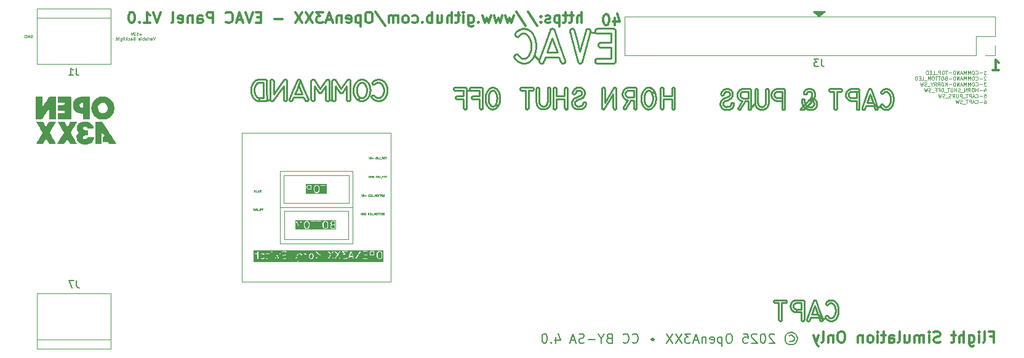
<source format=gbr>
%TF.GenerationSoftware,KiCad,Pcbnew,9.0.2*%
%TF.CreationDate,2025-06-30T21:03:27+02:00*%
%TF.ProjectId,evac,65766163-2e6b-4696-9361-645f70636258,rev?*%
%TF.SameCoordinates,Original*%
%TF.FileFunction,Legend,Bot*%
%TF.FilePolarity,Positive*%
%FSLAX46Y46*%
G04 Gerber Fmt 4.6, Leading zero omitted, Abs format (unit mm)*
G04 Created by KiCad (PCBNEW 9.0.2) date 2025-06-30 21:03:27*
%MOMM*%
%LPD*%
G01*
G04 APERTURE LIST*
%ADD10C,0.300000*%
%ADD11C,0.280000*%
%ADD12C,0.200000*%
%ADD13C,0.062500*%
%ADD14C,0.158750*%
%ADD15C,0.125000*%
%ADD16C,0.150000*%
%ADD17C,0.100000*%
%ADD18C,0.120000*%
%ADD19C,0.000000*%
%ADD20R,3.000000X3.000000*%
%ADD21C,3.000000*%
%ADD22R,1.700000X1.700000*%
%ADD23C,1.700000*%
%ADD24R,1.500000X1.500000*%
G04 APERTURE END LIST*
D10*
X163727632Y-80050828D02*
X163727632Y-81050828D01*
X164084774Y-79479400D02*
X164441917Y-80550828D01*
X164441917Y-80550828D02*
X163513346Y-80550828D01*
X162656203Y-79550828D02*
X162513346Y-79550828D01*
X162513346Y-79550828D02*
X162370489Y-79622257D01*
X162370489Y-79622257D02*
X162299061Y-79693685D01*
X162299061Y-79693685D02*
X162227632Y-79836542D01*
X162227632Y-79836542D02*
X162156203Y-80122257D01*
X162156203Y-80122257D02*
X162156203Y-80479400D01*
X162156203Y-80479400D02*
X162227632Y-80765114D01*
X162227632Y-80765114D02*
X162299061Y-80907971D01*
X162299061Y-80907971D02*
X162370489Y-80979400D01*
X162370489Y-80979400D02*
X162513346Y-81050828D01*
X162513346Y-81050828D02*
X162656203Y-81050828D01*
X162656203Y-81050828D02*
X162799061Y-80979400D01*
X162799061Y-80979400D02*
X162870489Y-80907971D01*
X162870489Y-80907971D02*
X162941918Y-80765114D01*
X162941918Y-80765114D02*
X163013346Y-80479400D01*
X163013346Y-80479400D02*
X163013346Y-80122257D01*
X163013346Y-80122257D02*
X162941918Y-79836542D01*
X162941918Y-79836542D02*
X162870489Y-79693685D01*
X162870489Y-79693685D02*
X162799061Y-79622257D01*
X162799061Y-79622257D02*
X162656203Y-79550828D01*
D11*
X192760473Y-121348903D02*
X192762175Y-121351506D01*
X192766020Y-121357379D01*
X188739340Y-120543437D02*
X188739340Y-120143535D01*
X192818716Y-119236331D02*
X192817387Y-119238114D01*
X192816081Y-119239900D01*
X192814803Y-119241681D01*
X192813547Y-119243466D01*
X192812318Y-119245247D01*
X192811112Y-119247030D01*
X192809933Y-119248810D01*
X192808775Y-119250593D01*
X192807644Y-119252372D01*
X192806534Y-119254155D01*
X192805450Y-119255934D01*
X192804388Y-119257716D01*
X192803351Y-119259494D01*
X192802335Y-119261277D01*
X192801344Y-119263055D01*
X192800374Y-119264838D01*
X192799429Y-119266617D01*
X192798504Y-119268400D01*
X192797604Y-119270180D01*
X192796724Y-119271963D01*
X192795867Y-119273744D01*
X192795031Y-119275529D01*
X192794219Y-119277311D01*
X192793426Y-119279097D01*
X192792657Y-119280881D01*
X192791907Y-119282668D01*
X192791180Y-119284454D01*
X192790473Y-119286243D01*
X192789788Y-119288032D01*
X192789124Y-119289823D01*
X192788481Y-119291614D01*
X192787858Y-119293408D01*
X192787256Y-119295202D01*
X192786674Y-119296999D01*
X192786113Y-119298797D01*
X192785572Y-119300597D01*
X192785052Y-119302398D01*
X192784552Y-119304203D01*
X192784072Y-119306008D01*
X192783613Y-119307816D01*
X192783173Y-119309626D01*
X192782753Y-119311439D01*
X192782354Y-119313254D01*
X192781974Y-119315072D01*
X192781614Y-119316892D01*
X192781274Y-119318715D01*
X192780954Y-119320540D01*
X192780653Y-119322369D01*
X192780112Y-119326036D01*
X192779649Y-119329716D01*
X192779266Y-119333411D01*
X192778961Y-119337120D01*
X192778735Y-119340845D01*
X192778588Y-119344586D01*
X192778521Y-119348345D01*
X192778533Y-119352123D01*
X192778626Y-119355920D01*
X192778799Y-119359737D01*
X192779054Y-119363576D01*
X192779390Y-119367437D01*
X192779809Y-119371321D01*
X192780310Y-119375228D01*
X192780896Y-119379161D01*
X192781567Y-119383120D01*
X192782323Y-119387105D01*
X192783166Y-119391118D01*
X192784097Y-119395160D01*
X192785117Y-119399231D01*
X192786228Y-119403332D01*
X192787430Y-119407465D01*
X192788725Y-119411630D01*
X192790114Y-119415828D01*
X192791598Y-119420060D01*
X192792364Y-119422153D01*
X190319639Y-121764354D02*
X190321935Y-121765170D01*
X190324223Y-121765962D01*
X190326489Y-121766726D01*
X190328749Y-121767465D01*
X190330987Y-121768177D01*
X190333218Y-121768866D01*
X190335428Y-121769527D01*
X190337631Y-121770165D01*
X190339814Y-121770777D01*
X190341990Y-121771365D01*
X190344146Y-121771928D01*
X190346295Y-121772468D01*
X190348426Y-121772983D01*
X190350549Y-121773475D01*
X190352654Y-121773942D01*
X190354751Y-121774388D01*
X190356831Y-121774809D01*
X190358904Y-121775208D01*
X190360960Y-121775584D01*
X190363008Y-121775938D01*
X190365040Y-121776269D01*
X190367065Y-121776578D01*
X190369074Y-121776865D01*
X190371076Y-121777130D01*
X190373062Y-121777373D01*
X190375041Y-121777595D01*
X190377005Y-121777795D01*
X190378962Y-121777975D01*
X190380905Y-121778133D01*
X190382841Y-121778270D01*
X190384763Y-121778387D01*
X190386678Y-121778482D01*
X190388579Y-121778557D01*
X190390474Y-121778612D01*
X190392356Y-121778647D01*
X190394232Y-121778661D01*
X190396094Y-121778655D01*
X190397950Y-121778629D01*
X190399794Y-121778583D01*
X190401632Y-121778518D01*
X190403458Y-121778433D01*
X190405278Y-121778328D01*
X190407086Y-121778203D01*
X190408888Y-121778059D01*
X190410680Y-121777896D01*
X190412465Y-121777713D01*
X190414240Y-121777512D01*
X190416009Y-121777290D01*
X190417769Y-121777050D01*
X190419522Y-121776791D01*
X190421266Y-121776512D01*
X190423003Y-121776215D01*
X190424732Y-121775898D01*
X190426455Y-121775562D01*
X190428170Y-121775208D01*
X190429878Y-121774834D01*
X190431579Y-121774442D01*
X190433274Y-121774030D01*
X190434961Y-121773600D01*
X190436643Y-121773150D01*
X190438317Y-121772682D01*
X190439986Y-121772195D01*
X190441648Y-121771688D01*
X190443304Y-121771163D01*
X190446598Y-121770055D01*
X190449869Y-121768870D01*
X190453118Y-121767608D01*
X190456345Y-121766269D01*
X190459551Y-121764851D01*
X190462738Y-121763355D01*
X190465905Y-121761779D01*
X190469054Y-121760124D01*
X190472184Y-121758387D01*
X190475298Y-121756568D01*
X190478395Y-121754666D01*
X190481476Y-121752680D01*
X190484541Y-121750609D01*
X190487591Y-121748451D01*
X190490626Y-121746205D01*
X190493647Y-121743870D01*
X190496655Y-121741445D01*
X190499648Y-121738928D01*
X190502629Y-121736317D01*
X190505597Y-121733610D01*
X190508551Y-121730807D01*
X190511494Y-121727905D01*
X190514424Y-121724903D01*
X190517341Y-121721798D01*
X190520247Y-121718589D01*
X190523141Y-121715274D01*
X190526022Y-121711851D01*
X190528891Y-121708317D01*
X190531749Y-121704672D01*
X190534594Y-121700911D01*
X190537427Y-121697034D01*
X190540247Y-121693038D01*
X190543055Y-121688921D01*
X190545849Y-121684680D01*
X190548631Y-121680313D01*
X190551400Y-121675817D01*
X190554154Y-121671191D01*
X190556895Y-121666431D01*
X190559622Y-121661535D01*
X190562334Y-121656501D01*
X190565031Y-121651325D01*
X190567712Y-121646006D01*
X190567885Y-121645656D01*
X191273779Y-119657428D02*
X190852186Y-120844432D01*
X193998915Y-120967365D02*
X193996480Y-120972057D01*
X193994036Y-120976723D01*
X193991591Y-120981348D01*
X193989137Y-120985947D01*
X193986683Y-120990504D01*
X193984219Y-120995037D01*
X193981755Y-120999528D01*
X193979282Y-121003994D01*
X193976808Y-121008420D01*
X193974326Y-121012820D01*
X193971843Y-121017181D01*
X193969351Y-121021517D01*
X193966858Y-121025814D01*
X193964357Y-121030086D01*
X193961855Y-121034318D01*
X193959345Y-121038527D01*
X193956834Y-121042697D01*
X193954315Y-121046842D01*
X193951795Y-121050950D01*
X193949267Y-121055033D01*
X193946738Y-121059079D01*
X193944201Y-121063101D01*
X193941663Y-121067085D01*
X193939117Y-121071046D01*
X193936571Y-121074970D01*
X193934016Y-121078871D01*
X193931461Y-121082735D01*
X193928897Y-121086576D01*
X193926334Y-121090381D01*
X193923762Y-121094162D01*
X193921189Y-121097909D01*
X193918609Y-121101632D01*
X193916028Y-121105320D01*
X193913439Y-121108985D01*
X193910850Y-121112616D01*
X193908253Y-121116223D01*
X193905655Y-121119797D01*
X193903049Y-121123348D01*
X193900443Y-121126865D01*
X193897829Y-121130360D01*
X193895215Y-121133821D01*
X193892593Y-121137260D01*
X193889970Y-121140667D01*
X193887339Y-121144050D01*
X193884709Y-121147402D01*
X193882070Y-121150731D01*
X193879431Y-121154029D01*
X193876784Y-121157304D01*
X193874137Y-121160548D01*
X193871482Y-121163769D01*
X193868826Y-121166960D01*
X193866163Y-121170129D01*
X193863500Y-121173267D01*
X193860828Y-121176383D01*
X193858156Y-121179469D01*
X193855477Y-121182533D01*
X193852797Y-121185568D01*
X193850109Y-121188581D01*
X193847421Y-121191564D01*
X193844726Y-121194526D01*
X193842029Y-121197459D01*
X193839326Y-121200370D01*
X193836621Y-121203253D01*
X193833909Y-121206115D01*
X193831196Y-121208948D01*
X193828476Y-121211760D01*
X193825755Y-121214544D01*
X193823027Y-121217307D01*
X193820298Y-121220042D01*
X193817561Y-121222757D01*
X193814824Y-121225444D01*
X193812079Y-121228111D01*
X193809333Y-121230750D01*
X193806580Y-121233369D01*
X193803826Y-121235961D01*
X193801064Y-121238532D01*
X193798301Y-121241077D01*
X193795531Y-121243602D01*
X193792760Y-121246101D01*
X193789982Y-121248579D01*
X193787202Y-121251032D01*
X193784415Y-121253464D01*
X193781627Y-121255871D01*
X193778831Y-121258258D01*
X193776034Y-121260620D01*
X193773230Y-121262962D01*
X193770424Y-121265278D01*
X193767611Y-121267575D01*
X193764797Y-121269848D01*
X193761975Y-121272100D01*
X193759151Y-121274329D01*
X193756320Y-121276537D01*
X193753488Y-121278722D01*
X193750648Y-121280886D01*
X193747806Y-121283027D01*
X193744957Y-121285149D01*
X193742106Y-121287247D01*
X193739248Y-121289326D01*
X193736388Y-121291381D01*
X193733520Y-121293417D01*
X193730650Y-121295430D01*
X193727774Y-121297423D01*
X193724894Y-121299394D01*
X193722008Y-121301346D01*
X193719118Y-121303275D01*
X193716222Y-121305185D01*
X193713323Y-121307072D01*
X193710417Y-121308941D01*
X193707508Y-121310787D01*
X193704592Y-121312614D01*
X193701673Y-121314420D01*
X193698747Y-121316206D01*
X193695817Y-121317971D01*
X193692881Y-121319717D01*
X193689941Y-121321442D01*
X193686995Y-121323147D01*
X193684044Y-121324832D01*
X193681087Y-121326497D01*
X193678126Y-121328142D01*
X193675158Y-121329767D01*
X193672185Y-121331372D01*
X193669207Y-121332958D01*
X193666223Y-121334523D01*
X193663233Y-121336070D01*
X193660239Y-121337596D01*
X193657238Y-121339103D01*
X193654232Y-121340590D01*
X193651219Y-121342059D01*
X193648202Y-121343507D01*
X193645177Y-121344936D01*
X193642148Y-121346346D01*
X193639112Y-121347737D01*
X193636071Y-121349108D01*
X193633023Y-121350460D01*
X193629969Y-121351793D01*
X193626909Y-121353107D01*
X193623843Y-121354401D01*
X193620770Y-121355677D01*
X193617692Y-121356934D01*
X193614607Y-121358171D01*
X193611515Y-121359390D01*
X193608417Y-121360589D01*
X193605313Y-121361770D01*
X193602202Y-121362932D01*
X193599084Y-121364075D01*
X193595960Y-121365199D01*
X193589691Y-121367390D01*
X193583394Y-121369507D01*
X193579397Y-121370807D01*
X191454069Y-119008823D02*
X191453252Y-119006556D01*
X191452420Y-119004309D01*
X191451579Y-119002094D01*
X191450725Y-118999900D01*
X191449861Y-118997737D01*
X191448983Y-118995594D01*
X191448097Y-118993481D01*
X191447197Y-118991389D01*
X191446288Y-118989326D01*
X191445366Y-118987283D01*
X191444435Y-118985269D01*
X191443491Y-118983275D01*
X191442538Y-118981309D01*
X191441572Y-118979362D01*
X191440598Y-118977443D01*
X191439611Y-118975542D01*
X191438615Y-118973670D01*
X191437607Y-118971815D01*
X191436590Y-118969988D01*
X191435561Y-118968178D01*
X191434524Y-118966395D01*
X191433473Y-118964630D01*
X191432415Y-118962890D01*
X191431344Y-118961168D01*
X191430265Y-118959471D01*
X191429174Y-118957792D01*
X191428074Y-118956137D01*
X191426962Y-118954500D01*
X191425842Y-118952886D01*
X191424710Y-118951290D01*
X191423569Y-118949716D01*
X191422417Y-118948160D01*
X191421256Y-118946627D01*
X191420083Y-118945110D01*
X191418901Y-118943616D01*
X191417708Y-118942139D01*
X191416506Y-118940683D01*
X191415292Y-118939244D01*
X191414070Y-118937826D01*
X191412835Y-118936425D01*
X191411592Y-118935044D01*
X191410338Y-118933680D01*
X191409074Y-118932336D01*
X191407798Y-118931008D01*
X191406514Y-118929700D01*
X191405217Y-118928408D01*
X191403912Y-118927136D01*
X191402594Y-118925880D01*
X191401268Y-118924643D01*
X191399929Y-118923422D01*
X191398581Y-118922219D01*
X191397221Y-118921033D01*
X191395851Y-118919864D01*
X191394470Y-118918712D01*
X191393078Y-118917578D01*
X191391674Y-118916460D01*
X191390260Y-118915358D01*
X191388835Y-118914274D01*
X191387398Y-118913206D01*
X191385950Y-118912154D01*
X191384491Y-118911119D01*
X191383020Y-118910100D01*
X191380043Y-118908111D01*
X191377019Y-118906187D01*
X191373947Y-118904327D01*
X191370826Y-118902531D01*
X191367655Y-118900799D01*
X191364434Y-118899131D01*
X191361161Y-118897525D01*
X191357835Y-118895984D01*
X191354455Y-118894505D01*
X191351021Y-118893090D01*
X191347530Y-118891738D01*
X191343983Y-118890451D01*
X191340377Y-118889227D01*
X191336711Y-118888068D01*
X191332985Y-118886973D01*
X191329196Y-118885944D01*
X191325344Y-118884980D01*
X191321427Y-118884083D01*
X191317444Y-118883253D01*
X191313394Y-118882491D01*
X191309274Y-118881798D01*
X191305084Y-118881174D01*
X191300822Y-118880620D01*
X191296487Y-118880138D01*
X191292076Y-118879728D01*
X191287589Y-118879391D01*
X191283024Y-118879129D01*
X191278380Y-118878943D01*
X191273654Y-118878834D01*
X191272398Y-118878818D01*
X194288069Y-119374812D02*
X194285632Y-119370465D01*
X194283183Y-119366137D01*
X194280726Y-119361836D01*
X194278257Y-119357553D01*
X194275780Y-119353298D01*
X194273291Y-119349061D01*
X194270794Y-119344850D01*
X194268285Y-119340658D01*
X194265768Y-119336493D01*
X194263239Y-119332345D01*
X194260703Y-119328224D01*
X194258154Y-119324122D01*
X194255598Y-119320045D01*
X194253030Y-119315986D01*
X194250454Y-119311953D01*
X194247866Y-119307938D01*
X194245270Y-119303948D01*
X194242663Y-119299976D01*
X194240048Y-119296030D01*
X194237420Y-119292101D01*
X194234786Y-119288197D01*
X194232139Y-119284311D01*
X194229485Y-119280450D01*
X194226818Y-119276606D01*
X194224145Y-119272787D01*
X194221459Y-119268985D01*
X194218766Y-119265208D01*
X194216060Y-119261448D01*
X194213348Y-119257712D01*
X194210623Y-119253993D01*
X194207891Y-119250299D01*
X194205146Y-119246621D01*
X194202395Y-119242967D01*
X194199631Y-119239331D01*
X194196860Y-119235717D01*
X194194077Y-119232122D01*
X194191286Y-119228548D01*
X194188484Y-119224993D01*
X194185674Y-119221460D01*
X194182852Y-119217944D01*
X194180022Y-119214450D01*
X194177181Y-119210974D01*
X194174332Y-119207520D01*
X194171471Y-119204083D01*
X194168602Y-119200668D01*
X194165722Y-119197271D01*
X194162834Y-119193895D01*
X194159934Y-119190536D01*
X194157026Y-119187198D01*
X194154107Y-119183878D01*
X194151180Y-119180579D01*
X194148241Y-119177297D01*
X194145294Y-119174036D01*
X194142335Y-119170792D01*
X194139368Y-119167569D01*
X194136390Y-119164362D01*
X194133404Y-119161177D01*
X194130406Y-119158008D01*
X194127400Y-119154860D01*
X194124382Y-119151728D01*
X194121356Y-119148617D01*
X194118318Y-119145523D01*
X194115272Y-119142448D01*
X194112215Y-119139391D01*
X194109149Y-119136353D01*
X194106072Y-119133332D01*
X194102986Y-119130331D01*
X194099888Y-119127347D01*
X194096782Y-119124381D01*
X194093665Y-119121433D01*
X194090538Y-119118504D01*
X194087401Y-119115592D01*
X194084254Y-119112698D01*
X194081096Y-119109822D01*
X194077929Y-119106964D01*
X194074751Y-119104123D01*
X194071563Y-119101301D01*
X194068365Y-119098495D01*
X194065157Y-119095708D01*
X194061938Y-119092937D01*
X194058709Y-119090185D01*
X194055469Y-119087449D01*
X194052220Y-119084732D01*
X194048959Y-119082031D01*
X194045689Y-119079349D01*
X194042407Y-119076683D01*
X194039116Y-119074035D01*
X194035813Y-119071403D01*
X194032501Y-119068789D01*
X194029177Y-119066192D01*
X194025844Y-119063612D01*
X194022499Y-119061049D01*
X194019144Y-119058504D01*
X194015778Y-119055975D01*
X194012401Y-119053463D01*
X194009013Y-119050968D01*
X194005615Y-119048490D01*
X194002206Y-119046028D01*
X193998786Y-119043584D01*
X193995355Y-119041156D01*
X193991913Y-119038745D01*
X193988460Y-119036351D01*
X193984996Y-119033974D01*
X193981521Y-119031613D01*
X193974538Y-119026941D01*
X193967510Y-119022335D01*
X193960436Y-119017796D01*
X193953318Y-119013322D01*
X193946153Y-119008915D01*
X193938943Y-119004572D01*
X193931686Y-119000296D01*
X193924382Y-118996084D01*
X193917031Y-118991938D01*
X193909633Y-118987857D01*
X193902186Y-118983840D01*
X193894692Y-118979889D01*
X193887148Y-118976002D01*
X193879556Y-118972180D01*
X193871913Y-118968423D01*
X193864221Y-118964730D01*
X193856479Y-118961102D01*
X193848685Y-118957538D01*
X193840841Y-118954039D01*
X193832944Y-118950604D01*
X193824996Y-118947234D01*
X193816994Y-118943929D01*
X193808940Y-118940688D01*
X193800832Y-118937512D01*
X193792670Y-118934401D01*
X193784454Y-118931355D01*
X193776182Y-118928374D01*
X193767855Y-118925457D01*
X193759472Y-118922606D01*
X193751032Y-118919821D01*
X193742535Y-118917100D01*
X193733981Y-118914446D01*
X193725369Y-118911857D01*
X193716697Y-118909334D01*
X193707967Y-118906877D01*
X193699177Y-118904487D01*
X193690327Y-118902163D01*
X193681416Y-118899906D01*
X193672444Y-118897716D01*
X193670233Y-118897189D01*
X194523832Y-120212070D02*
X194523493Y-120205521D01*
X194523135Y-120198979D01*
X194522757Y-120192452D01*
X194522359Y-120185932D01*
X194521943Y-120179427D01*
X194521507Y-120172929D01*
X194521051Y-120166445D01*
X194520577Y-120159969D01*
X194520083Y-120153507D01*
X194519569Y-120147052D01*
X194519037Y-120140611D01*
X194518485Y-120134177D01*
X194517915Y-120127757D01*
X194517325Y-120121345D01*
X194516716Y-120114945D01*
X194516088Y-120108554D01*
X194515440Y-120102175D01*
X194514774Y-120095805D01*
X194514089Y-120089447D01*
X194513384Y-120083097D01*
X194512661Y-120076759D01*
X194511919Y-120070430D01*
X194511158Y-120064113D01*
X194510377Y-120057803D01*
X194509578Y-120051506D01*
X194508760Y-120045217D01*
X194507923Y-120038940D01*
X194507067Y-120032671D01*
X194506193Y-120026413D01*
X194505300Y-120020164D01*
X194504387Y-120013926D01*
X194503456Y-120007696D01*
X194502507Y-120001478D01*
X194501538Y-119995268D01*
X194500551Y-119989069D01*
X194499545Y-119982878D01*
X194498520Y-119976698D01*
X194497477Y-119970526D01*
X194496415Y-119964366D01*
X194495334Y-119958212D01*
X194494235Y-119952071D01*
X194493117Y-119945937D01*
X194491980Y-119939814D01*
X194490825Y-119933698D01*
X194489651Y-119927594D01*
X194488458Y-119921497D01*
X194487248Y-119915410D01*
X194486018Y-119909332D01*
X194484770Y-119903264D01*
X194483503Y-119897204D01*
X194482218Y-119891154D01*
X194480914Y-119885112D01*
X194479592Y-119879080D01*
X194478251Y-119873055D01*
X194476891Y-119867041D01*
X194475513Y-119861035D01*
X194474117Y-119855038D01*
X194472702Y-119849049D01*
X194471269Y-119843070D01*
X194469817Y-119837099D01*
X194468347Y-119831137D01*
X194466858Y-119825183D01*
X194465351Y-119819239D01*
X194463825Y-119813302D01*
X194462281Y-119807375D01*
X194460718Y-119801455D01*
X194459137Y-119795544D01*
X194457537Y-119789641D01*
X194455919Y-119783747D01*
X194454283Y-119777861D01*
X194452628Y-119771984D01*
X194450954Y-119766114D01*
X194449263Y-119760254D01*
X194447552Y-119754401D01*
X194445824Y-119748557D01*
X194444076Y-119742720D01*
X194442311Y-119736892D01*
X194440527Y-119731071D01*
X194438724Y-119725259D01*
X194436903Y-119719454D01*
X194435064Y-119713658D01*
X194433206Y-119707870D01*
X194431329Y-119702090D01*
X194429434Y-119696317D01*
X194427521Y-119690552D01*
X194425589Y-119684795D01*
X194423639Y-119679046D01*
X194421670Y-119673304D01*
X194419683Y-119667571D01*
X194417677Y-119661844D01*
X194415653Y-119656126D01*
X194413610Y-119650415D01*
X194411548Y-119644712D01*
X194409468Y-119639016D01*
X194407370Y-119633327D01*
X194405253Y-119627647D01*
X194403117Y-119621973D01*
X194400963Y-119616307D01*
X194398790Y-119610649D01*
X194396598Y-119604997D01*
X194392160Y-119593717D01*
X194387646Y-119582465D01*
X194383058Y-119571242D01*
X194378396Y-119560048D01*
X194373658Y-119548882D01*
X194368846Y-119537744D01*
X194363958Y-119526634D01*
X194358995Y-119515551D01*
X194353956Y-119504496D01*
X194348842Y-119493468D01*
X194343653Y-119482466D01*
X194338387Y-119471492D01*
X194333045Y-119460544D01*
X194327628Y-119449622D01*
X194322133Y-119438727D01*
X194316563Y-119427857D01*
X194310915Y-119417012D01*
X194305191Y-119406194D01*
X194299389Y-119395400D01*
X194293510Y-119384631D01*
X194288069Y-119374812D01*
X192232084Y-121752338D02*
X192234407Y-121751455D01*
X192236709Y-121750558D01*
X192238974Y-121749654D01*
X192241217Y-121748738D01*
X192243426Y-121747814D01*
X192245613Y-121746877D01*
X192247765Y-121745933D01*
X192249896Y-121744977D01*
X192251994Y-121744014D01*
X192254071Y-121743038D01*
X192256115Y-121742055D01*
X192258138Y-121741061D01*
X192260130Y-121740059D01*
X192262101Y-121739046D01*
X192264041Y-121738026D01*
X192265960Y-121736994D01*
X192267850Y-121735955D01*
X192269719Y-121734905D01*
X192271558Y-121733849D01*
X192273378Y-121732780D01*
X192275169Y-121731706D01*
X192276940Y-121730620D01*
X192278684Y-121729527D01*
X192280407Y-121728423D01*
X192282104Y-121727313D01*
X192283781Y-121726192D01*
X192285431Y-121725064D01*
X192287063Y-121723925D01*
X192288668Y-121722780D01*
X192290254Y-121721624D01*
X192291815Y-121720461D01*
X192293358Y-121719288D01*
X192294875Y-121718108D01*
X192296374Y-121716917D01*
X192297849Y-121715720D01*
X192299306Y-121714512D01*
X192300739Y-121713297D01*
X192302154Y-121712072D01*
X192303546Y-121710840D01*
X192304919Y-121709597D01*
X192306271Y-121708348D01*
X192307604Y-121707087D01*
X192308916Y-121705821D01*
X192310209Y-121704543D01*
X192311482Y-121703258D01*
X192312736Y-121701963D01*
X192313970Y-121700661D01*
X192315186Y-121699348D01*
X192316382Y-121698027D01*
X192317560Y-121696697D01*
X192318719Y-121695358D01*
X192319860Y-121694009D01*
X192320981Y-121692652D01*
X192322085Y-121691285D01*
X192323170Y-121689910D01*
X192324238Y-121688524D01*
X192325287Y-121687130D01*
X192326318Y-121685725D01*
X192327331Y-121684311D01*
X192328327Y-121682888D01*
X192329306Y-121681455D01*
X192330266Y-121680012D01*
X192331210Y-121678559D01*
X192332136Y-121677096D01*
X192333044Y-121675623D01*
X192333935Y-121674140D01*
X192335667Y-121671143D01*
X192337330Y-121668104D01*
X192338925Y-121665023D01*
X192340452Y-121661897D01*
X192341913Y-121658728D01*
X192343306Y-121655512D01*
X192344632Y-121652251D01*
X192345891Y-121648941D01*
X192347083Y-121645583D01*
X192348207Y-121642176D01*
X192349264Y-121638717D01*
X192350253Y-121635206D01*
X192351174Y-121631642D01*
X192352026Y-121628023D01*
X192352809Y-121624348D01*
X192353522Y-121620617D01*
X192354165Y-121616827D01*
X192354737Y-121612977D01*
X192355236Y-121609065D01*
X192355663Y-121605092D01*
X192356016Y-121601054D01*
X192356294Y-121596951D01*
X192356497Y-121592781D01*
X192356622Y-121588542D01*
X192356669Y-121584234D01*
X192356637Y-121579855D01*
X192356524Y-121575402D01*
X192356329Y-121570875D01*
X192356050Y-121566273D01*
X192355686Y-121561592D01*
X192355236Y-121556833D01*
X192354697Y-121551993D01*
X192354069Y-121547070D01*
X192353348Y-121542064D01*
X192352535Y-121536971D01*
X192351626Y-121531792D01*
X192350620Y-121526524D01*
X192349515Y-121521165D01*
X192348309Y-121515714D01*
X192347000Y-121510169D01*
X192345586Y-121504528D01*
X192344420Y-121500102D01*
X194018332Y-119763416D02*
X194020788Y-119769216D01*
X194023218Y-119775007D01*
X194025615Y-119780770D01*
X194027986Y-119786522D01*
X194030323Y-119792247D01*
X194032636Y-119797962D01*
X194034915Y-119803650D01*
X194037169Y-119809328D01*
X194039391Y-119814979D01*
X194041587Y-119820620D01*
X194043752Y-119826234D01*
X194045891Y-119831839D01*
X194047999Y-119837417D01*
X194050081Y-119842985D01*
X194052132Y-119848527D01*
X194054159Y-119854059D01*
X194056154Y-119859565D01*
X194058125Y-119865061D01*
X194060065Y-119870532D01*
X194061981Y-119875993D01*
X194063867Y-119881429D01*
X194065728Y-119886855D01*
X194067559Y-119892255D01*
X194069365Y-119897646D01*
X194071143Y-119903012D01*
X194072896Y-119908369D01*
X194074620Y-119913701D01*
X194076319Y-119919023D01*
X194077990Y-119924321D01*
X194079637Y-119929610D01*
X194081256Y-119934874D01*
X194082851Y-119940129D01*
X194084417Y-119945360D01*
X194085960Y-119950581D01*
X194087475Y-119955779D01*
X194088966Y-119960968D01*
X194090430Y-119966132D01*
X194091870Y-119971288D01*
X194093283Y-119976421D01*
X194094673Y-119981544D01*
X194096036Y-119986644D01*
X194097375Y-119991736D01*
X194098688Y-119996804D01*
X194099978Y-120001864D01*
X194101242Y-120006900D01*
X194102483Y-120011928D01*
X194103697Y-120016934D01*
X194104889Y-120021930D01*
X194106055Y-120026905D01*
X194107198Y-120031870D01*
X194108316Y-120036814D01*
X194109411Y-120041749D01*
X194110481Y-120046663D01*
X194111528Y-120051567D01*
X194112551Y-120056450D01*
X194113551Y-120061325D01*
X194114527Y-120066178D01*
X194115480Y-120071023D01*
X194116409Y-120075847D01*
X194117315Y-120080662D01*
X194118198Y-120085456D01*
X194119058Y-120090242D01*
X194119895Y-120095008D01*
X194120710Y-120099765D01*
X194121501Y-120104502D01*
X194122270Y-120109230D01*
X194123016Y-120113939D01*
X194123740Y-120118639D01*
X194124441Y-120123319D01*
X194125120Y-120127991D01*
X194125777Y-120132644D01*
X194126412Y-120137288D01*
X194127024Y-120141913D01*
X194127615Y-120146529D01*
X194128183Y-120151127D01*
X194128730Y-120155717D01*
X194129278Y-120160495D01*
X194129278Y-120160495D02*
X194129943Y-120166078D01*
X194130589Y-120171661D01*
X194131214Y-120177244D01*
X194131819Y-120182827D01*
X194132404Y-120188410D01*
X194132968Y-120193994D01*
X194133513Y-120199577D01*
X194134038Y-120205161D01*
X194134542Y-120210744D01*
X194135027Y-120216329D01*
X194135491Y-120221913D01*
X194135936Y-120227498D01*
X194136360Y-120233083D01*
X194136764Y-120238668D01*
X194137149Y-120244254D01*
X194137513Y-120249841D01*
X194137857Y-120255427D01*
X194138182Y-120261015D01*
X194138486Y-120266603D01*
X194138770Y-120272192D01*
X194139035Y-120277781D01*
X194139279Y-120283371D01*
X194139503Y-120288961D01*
X194139708Y-120294553D01*
X194140056Y-120305738D01*
X194140325Y-120316927D01*
X194140514Y-120328119D01*
X194140623Y-120339315D01*
X194140652Y-120350516D01*
X194140601Y-120361721D01*
X194140470Y-120372931D01*
X194140259Y-120384146D01*
X194139967Y-120395367D01*
X194139596Y-120406593D01*
X194139144Y-120417825D01*
X194138612Y-120429064D01*
X194138000Y-120440309D01*
X194137307Y-120451561D01*
X194136533Y-120462820D01*
X194135679Y-120474086D01*
X194134744Y-120485360D01*
X194133728Y-120496642D01*
X194132630Y-120507932D01*
X194131452Y-120519231D01*
X194130192Y-120530539D01*
X194128851Y-120541855D01*
X194127428Y-120553181D01*
X194125923Y-120564517D01*
X194124426Y-120575237D01*
X193058638Y-121087482D02*
X193056724Y-121085340D01*
X193054809Y-121083226D01*
X193052906Y-121081155D01*
X193051001Y-121079112D01*
X193049108Y-121077110D01*
X193047213Y-121075137D01*
X193045330Y-121073204D01*
X193043445Y-121071298D01*
X193041571Y-121069432D01*
X193039697Y-121067594D01*
X193037833Y-121065794D01*
X193035968Y-121064020D01*
X193034113Y-121062285D01*
X193032258Y-121060576D01*
X193030413Y-121058904D01*
X193028567Y-121057257D01*
X193026731Y-121055647D01*
X193024894Y-121054063D01*
X193023067Y-121052513D01*
X193021239Y-121050989D01*
X193019421Y-121049500D01*
X193017602Y-121048035D01*
X193015792Y-121046604D01*
X193013981Y-121045197D01*
X193012180Y-121043823D01*
X193010378Y-121042474D01*
X193008585Y-121041156D01*
X193006791Y-121039863D01*
X193005005Y-121038600D01*
X193003219Y-121037362D01*
X193001442Y-121036154D01*
X192999663Y-121034969D01*
X192997893Y-121033814D01*
X192996121Y-121032682D01*
X192994358Y-121031579D01*
X192992594Y-121030499D01*
X192990837Y-121029448D01*
X192989080Y-121028419D01*
X192987330Y-121027417D01*
X192985579Y-121026438D01*
X192983835Y-121025487D01*
X192982090Y-121024557D01*
X192980352Y-121023654D01*
X192978613Y-121022773D01*
X192976881Y-121021917D01*
X192975148Y-121021084D01*
X192973420Y-121020275D01*
X192971692Y-121019488D01*
X192969970Y-121018726D01*
X192968246Y-121017986D01*
X192966529Y-121017269D01*
X192964810Y-121016574D01*
X192963096Y-121015902D01*
X192961381Y-121015252D01*
X192959671Y-121014624D01*
X192957960Y-121014018D01*
X192956253Y-121013435D01*
X192954546Y-121012872D01*
X192952842Y-121012332D01*
X192951137Y-121011812D01*
X192949436Y-121011314D01*
X192947734Y-121010837D01*
X192946035Y-121010382D01*
X192944334Y-121009947D01*
X192942637Y-121009533D01*
X192940939Y-121009140D01*
X192939243Y-121008767D01*
X192937545Y-121008415D01*
X192935850Y-121008084D01*
X192934154Y-121007773D01*
X192932459Y-121007483D01*
X192930763Y-121007213D01*
X192929068Y-121006963D01*
X192927372Y-121006733D01*
X192925676Y-121006523D01*
X192923980Y-121006334D01*
X192922283Y-121006165D01*
X192920586Y-121006015D01*
X192918888Y-121005886D01*
X192917189Y-121005777D01*
X192913788Y-121005618D01*
X192910383Y-121005539D01*
X192906971Y-121005540D01*
X192903554Y-121005621D01*
X192900128Y-121005783D01*
X192896694Y-121006025D01*
X192893251Y-121006347D01*
X192889797Y-121006752D01*
X192886331Y-121007238D01*
X192882854Y-121007807D01*
X192879363Y-121008459D01*
X192875858Y-121009195D01*
X192872338Y-121010016D01*
X192868802Y-121010924D01*
X192865249Y-121011918D01*
X192861678Y-121013001D01*
X192858089Y-121014173D01*
X192854480Y-121015436D01*
X192850851Y-121016790D01*
X192847201Y-121018239D01*
X192843528Y-121019782D01*
X192839833Y-121021422D01*
X192836114Y-121023160D01*
X192832371Y-121024998D01*
X192828602Y-121026938D01*
X192824807Y-121028982D01*
X192820986Y-121031130D01*
X192817138Y-121033387D01*
X192813261Y-121035753D01*
X192809355Y-121038230D01*
X192805420Y-121040822D01*
X192801455Y-121043529D01*
X192797459Y-121046354D01*
X192793431Y-121049300D01*
X192789371Y-121052369D01*
X192785279Y-121055564D01*
X192783354Y-121057101D01*
X188317740Y-119767650D02*
X188317336Y-119764418D01*
X188316954Y-119761192D01*
X188316593Y-119757982D01*
X188316253Y-119754778D01*
X188315935Y-119751589D01*
X188315638Y-119748407D01*
X188315362Y-119745239D01*
X188315107Y-119742078D01*
X188314873Y-119738931D01*
X188314660Y-119735791D01*
X188314467Y-119732665D01*
X188314295Y-119729545D01*
X188314144Y-119726439D01*
X188314013Y-119723340D01*
X188313903Y-119720253D01*
X188313813Y-119717174D01*
X188313744Y-119714107D01*
X188313694Y-119711046D01*
X188313665Y-119707999D01*
X188313656Y-119704958D01*
X188313667Y-119701929D01*
X188313698Y-119698906D01*
X188313749Y-119695896D01*
X188313820Y-119692892D01*
X188313910Y-119689900D01*
X188314020Y-119686914D01*
X188314150Y-119683939D01*
X188314300Y-119680971D01*
X188314469Y-119678014D01*
X188314658Y-119675063D01*
X188314866Y-119672123D01*
X188315094Y-119669189D01*
X188315341Y-119666266D01*
X188315608Y-119663349D01*
X188315893Y-119660442D01*
X188316199Y-119657542D01*
X188316523Y-119654651D01*
X188316867Y-119651767D01*
X188317229Y-119648892D01*
X188317611Y-119646023D01*
X188318013Y-119643164D01*
X188318433Y-119640311D01*
X188318872Y-119637467D01*
X188319331Y-119634628D01*
X188319808Y-119631799D01*
X188320305Y-119628976D01*
X188320821Y-119626161D01*
X188321356Y-119623352D01*
X188321909Y-119620552D01*
X188322482Y-119617757D01*
X188323073Y-119614971D01*
X188323684Y-119612190D01*
X188324314Y-119609417D01*
X188324963Y-119606650D01*
X188325630Y-119603891D01*
X188326317Y-119601137D01*
X188327022Y-119598390D01*
X188327747Y-119595650D01*
X188328490Y-119592916D01*
X188329253Y-119590188D01*
X188330035Y-119587466D01*
X188330835Y-119584751D01*
X188331655Y-119582042D01*
X188332494Y-119579339D01*
X188334229Y-119573950D01*
X188336040Y-119568585D01*
X188337928Y-119563242D01*
X188339894Y-119557922D01*
X188341936Y-119552624D01*
X188344056Y-119547346D01*
X188346254Y-119542090D01*
X188348530Y-119536854D01*
X188350885Y-119531637D01*
X188353319Y-119526440D01*
X188355832Y-119521262D01*
X188358426Y-119516103D01*
X188361100Y-119510961D01*
X188363855Y-119505837D01*
X188366691Y-119500731D01*
X188369610Y-119495641D01*
X188372611Y-119490568D01*
X188375696Y-119485512D01*
X188378865Y-119480471D01*
X188382119Y-119475445D01*
X188385459Y-119470435D01*
X188388884Y-119465440D01*
X188392397Y-119460459D01*
X188395998Y-119455493D01*
X188399687Y-119450541D01*
X188403466Y-119445602D01*
X188407336Y-119440677D01*
X188411296Y-119435766D01*
X188415349Y-119430868D01*
X188419496Y-119425983D01*
X188420363Y-119424976D01*
X191698157Y-120844432D02*
X190852186Y-120844432D01*
X187219160Y-118878818D02*
X185811514Y-118878818D01*
X188712988Y-120542026D02*
X188726123Y-120542729D01*
X188739340Y-120543437D01*
X192825651Y-119226436D02*
X192818716Y-119236331D01*
X190710730Y-121241512D02*
X191841002Y-121241512D01*
X191979681Y-121635761D02*
X191981032Y-121638448D01*
X191982391Y-121641107D01*
X191983749Y-121643720D01*
X191985116Y-121646307D01*
X191986482Y-121648849D01*
X191987856Y-121651364D01*
X191989230Y-121653835D01*
X191990611Y-121656280D01*
X191991991Y-121658683D01*
X191993380Y-121661059D01*
X191994768Y-121663394D01*
X191996163Y-121665703D01*
X191997557Y-121667971D01*
X191998959Y-121670214D01*
X192000360Y-121672417D01*
X192001769Y-121674595D01*
X192003176Y-121676734D01*
X192004591Y-121678848D01*
X192006005Y-121680924D01*
X192007426Y-121682976D01*
X192008846Y-121684991D01*
X192010274Y-121686982D01*
X192011700Y-121688936D01*
X192013134Y-121690867D01*
X192014566Y-121692762D01*
X192016005Y-121694633D01*
X192017444Y-121696470D01*
X192018889Y-121698284D01*
X192020333Y-121700064D01*
X192021785Y-121701821D01*
X192023235Y-121703545D01*
X192024692Y-121705247D01*
X192026148Y-121706916D01*
X192027611Y-121708563D01*
X192029073Y-121710179D01*
X192030542Y-121711772D01*
X192032010Y-121713334D01*
X192033484Y-121714875D01*
X192034958Y-121716386D01*
X192036439Y-121717875D01*
X192037919Y-121719335D01*
X192039405Y-121720773D01*
X192040891Y-121722183D01*
X192042384Y-121723572D01*
X192043876Y-121724933D01*
X192045375Y-121726273D01*
X192046873Y-121727585D01*
X192048378Y-121728877D01*
X192049883Y-121730142D01*
X192051394Y-121731387D01*
X192052906Y-121732606D01*
X192054424Y-121733804D01*
X192055942Y-121734977D01*
X192057466Y-121736129D01*
X192058991Y-121737257D01*
X192060523Y-121738365D01*
X192062055Y-121739448D01*
X192063593Y-121740512D01*
X192065133Y-121741551D01*
X192066678Y-121742571D01*
X192068225Y-121743568D01*
X192069779Y-121744545D01*
X192071333Y-121745499D01*
X192072894Y-121746433D01*
X192074457Y-121747346D01*
X192076026Y-121748239D01*
X192077597Y-121749110D01*
X192079175Y-121749961D01*
X192080755Y-121750791D01*
X192082341Y-121751602D01*
X192083929Y-121752392D01*
X192085524Y-121753162D01*
X192087122Y-121753912D01*
X192088727Y-121754642D01*
X192090334Y-121755352D01*
X192091948Y-121756043D01*
X192093566Y-121756714D01*
X192095190Y-121757366D01*
X192096818Y-121757998D01*
X192098452Y-121758611D01*
X192100091Y-121759204D01*
X192101736Y-121759778D01*
X192103387Y-121760333D01*
X192105043Y-121760868D01*
X192108373Y-121761882D01*
X192111727Y-121762820D01*
X192115106Y-121763681D01*
X192118511Y-121764467D01*
X192121942Y-121765176D01*
X192125402Y-121765810D01*
X192128891Y-121766368D01*
X192132409Y-121766849D01*
X192135959Y-121767253D01*
X192139540Y-121767581D01*
X192143154Y-121767831D01*
X192146803Y-121768004D01*
X192150486Y-121768097D01*
X192154206Y-121768112D01*
X192157963Y-121768046D01*
X192161759Y-121767900D01*
X192165594Y-121767672D01*
X192169470Y-121767361D01*
X192173387Y-121766967D01*
X192177348Y-121766487D01*
X192181352Y-121765922D01*
X192185402Y-121765269D01*
X192189498Y-121764527D01*
X192193642Y-121763695D01*
X192197834Y-121762772D01*
X192202077Y-121761755D01*
X192206370Y-121760644D01*
X192210715Y-121759437D01*
X192215114Y-121758131D01*
X192219568Y-121756726D01*
X192224077Y-121755218D01*
X192228642Y-121753607D01*
X192232084Y-121752338D01*
X185811514Y-119277309D02*
X186319098Y-119277309D01*
X188385695Y-118960773D02*
X188381930Y-118962582D01*
X188378180Y-118964406D01*
X188374450Y-118966242D01*
X188370735Y-118968094D01*
X188367039Y-118969958D01*
X188363358Y-118971837D01*
X188359696Y-118973728D01*
X188356049Y-118975635D01*
X188352421Y-118977554D01*
X188348808Y-118979488D01*
X188345214Y-118981434D01*
X188341634Y-118983396D01*
X188338073Y-118985370D01*
X188334526Y-118987359D01*
X188330998Y-118989360D01*
X188327484Y-118991377D01*
X188323989Y-118993406D01*
X188320507Y-118995449D01*
X188317044Y-118997506D01*
X188313595Y-118999577D01*
X188310164Y-119001660D01*
X188306748Y-119003759D01*
X188303349Y-119005870D01*
X188299964Y-119007996D01*
X188296596Y-119010135D01*
X188293243Y-119012288D01*
X188289906Y-119014454D01*
X188286584Y-119016635D01*
X188283279Y-119018828D01*
X188279988Y-119021036D01*
X188276714Y-119023257D01*
X188273453Y-119025493D01*
X188270210Y-119027741D01*
X188266980Y-119030005D01*
X188263767Y-119032281D01*
X188260567Y-119034572D01*
X188257384Y-119036875D01*
X188254215Y-119039194D01*
X188251062Y-119041525D01*
X188247923Y-119043871D01*
X188244799Y-119046230D01*
X188241689Y-119048604D01*
X188238595Y-119050991D01*
X188235515Y-119053393D01*
X188232450Y-119055808D01*
X188229399Y-119058237D01*
X188226364Y-119060680D01*
X188223342Y-119063138D01*
X188220335Y-119065609D01*
X188217342Y-119068095D01*
X188214364Y-119070594D01*
X188211399Y-119073108D01*
X188208450Y-119075635D01*
X188205514Y-119078177D01*
X188202593Y-119080733D01*
X188199685Y-119083304D01*
X188196792Y-119085888D01*
X188193913Y-119088487D01*
X188191047Y-119091100D01*
X188188196Y-119093728D01*
X188185359Y-119096370D01*
X188182535Y-119099026D01*
X188176930Y-119104382D01*
X188171379Y-119109796D01*
X188165883Y-119115268D01*
X188160442Y-119120800D01*
X188155054Y-119126390D01*
X188149721Y-119132039D01*
X188144441Y-119137748D01*
X188139215Y-119143518D01*
X188134042Y-119149347D01*
X188128922Y-119155238D01*
X188123855Y-119161189D01*
X188118841Y-119167202D01*
X188113879Y-119173277D01*
X188108970Y-119179415D01*
X188104113Y-119185615D01*
X188099307Y-119191879D01*
X188094554Y-119198206D01*
X188089853Y-119204598D01*
X188085203Y-119211054D01*
X188080605Y-119217576D01*
X188076059Y-119224163D01*
X188071564Y-119230817D01*
X188067121Y-119237537D01*
X188062729Y-119244324D01*
X188058389Y-119251180D01*
X188054100Y-119258103D01*
X188049863Y-119265096D01*
X188045677Y-119272158D01*
X188041543Y-119279290D01*
X188037460Y-119286493D01*
X188033429Y-119293767D01*
X188029450Y-119301112D01*
X188025522Y-119308531D01*
X188021646Y-119316022D01*
X188017823Y-119323587D01*
X188014051Y-119331227D01*
X188010332Y-119338942D01*
X188006665Y-119346732D01*
X188003050Y-119354599D01*
X187999489Y-119362542D01*
X187995980Y-119370564D01*
X187992524Y-119378664D01*
X187989122Y-119386843D01*
X187985773Y-119395101D01*
X187982478Y-119403441D01*
X187979353Y-119411556D01*
X188739340Y-119277309D02*
X189413344Y-119277309D01*
X187219160Y-119277309D02*
X187222024Y-119277070D01*
X187224867Y-119276812D01*
X187227669Y-119276538D01*
X187230449Y-119276246D01*
X187233191Y-119275938D01*
X187235911Y-119275612D01*
X187238593Y-119275270D01*
X187241254Y-119274911D01*
X187243877Y-119274537D01*
X187246479Y-119274146D01*
X187249045Y-119273740D01*
X187251590Y-119273316D01*
X187254099Y-119272879D01*
X187256589Y-119272425D01*
X187259043Y-119271956D01*
X187261477Y-119271471D01*
X187263877Y-119270973D01*
X187266257Y-119270458D01*
X187268604Y-119269930D01*
X187270932Y-119269385D01*
X187273226Y-119268828D01*
X187275502Y-119268255D01*
X187277745Y-119267669D01*
X187279970Y-119267068D01*
X187282163Y-119266454D01*
X187284338Y-119265824D01*
X187286483Y-119265183D01*
X187288609Y-119264526D01*
X187290705Y-119263857D01*
X187292783Y-119263174D01*
X187294832Y-119262478D01*
X187296863Y-119261768D01*
X187298866Y-119261046D01*
X187300851Y-119260309D01*
X187302808Y-119259561D01*
X187304748Y-119258799D01*
X187306661Y-119258025D01*
X187308557Y-119257237D01*
X187310427Y-119256438D01*
X187312279Y-119255625D01*
X187314106Y-119254801D01*
X187315916Y-119253962D01*
X187317701Y-119253114D01*
X187319469Y-119252250D01*
X187321213Y-119251377D01*
X187322941Y-119250489D01*
X187324645Y-119249591D01*
X187326332Y-119248679D01*
X187327996Y-119247757D01*
X187329645Y-119246821D01*
X187331270Y-119245875D01*
X187332880Y-119244914D01*
X187334468Y-119243944D01*
X187336040Y-119242960D01*
X187337590Y-119241965D01*
X187339125Y-119240957D01*
X187340639Y-119239938D01*
X187342137Y-119238906D01*
X187343615Y-119237864D01*
X187345078Y-119236808D01*
X187346521Y-119235741D01*
X187347948Y-119234662D01*
X187349356Y-119233571D01*
X187350749Y-119232467D01*
X187352123Y-119231353D01*
X187353482Y-119230225D01*
X187354822Y-119229086D01*
X187356148Y-119227934D01*
X187357455Y-119226771D01*
X187358748Y-119225594D01*
X187360023Y-119224406D01*
X187361283Y-119223206D01*
X187362526Y-119221993D01*
X187363754Y-119220767D01*
X187364965Y-119219530D01*
X187366161Y-119218279D01*
X187367342Y-119217016D01*
X187368507Y-119215740D01*
X187369656Y-119214452D01*
X187370790Y-119213150D01*
X187373013Y-119210509D01*
X187375175Y-119207815D01*
X187377278Y-119205067D01*
X187379321Y-119202266D01*
X187381305Y-119199410D01*
X187383230Y-119196497D01*
X187385097Y-119193528D01*
X187386905Y-119190502D01*
X187388656Y-119187416D01*
X187390348Y-119184270D01*
X187391983Y-119181063D01*
X187393559Y-119177794D01*
X187395077Y-119174461D01*
X187396537Y-119171063D01*
X187397938Y-119167599D01*
X187399280Y-119164067D01*
X187400562Y-119160466D01*
X187401784Y-119156795D01*
X187402946Y-119153052D01*
X187404046Y-119149235D01*
X187405085Y-119145343D01*
X187406061Y-119141375D01*
X187406974Y-119137328D01*
X187407822Y-119133202D01*
X187408606Y-119128994D01*
X187409323Y-119124703D01*
X187409974Y-119120327D01*
X187410556Y-119115864D01*
X187411068Y-119111313D01*
X187411510Y-119106671D01*
X187411880Y-119101938D01*
X187412177Y-119097110D01*
X187412400Y-119092187D01*
X187412547Y-119087166D01*
X187412616Y-119082046D01*
X187412619Y-119078769D01*
X189610274Y-118878818D02*
X188739340Y-118878818D01*
X192929663Y-119548625D02*
X192931669Y-119549145D01*
X192933672Y-119549644D01*
X192935664Y-119550120D01*
X192937653Y-119550574D01*
X192939631Y-119551006D01*
X192941607Y-119551416D01*
X192943573Y-119551804D01*
X192945536Y-119552171D01*
X192947490Y-119552515D01*
X192949440Y-119552839D01*
X192951382Y-119553141D01*
X192953321Y-119553423D01*
X192955251Y-119553682D01*
X192957178Y-119553922D01*
X192959097Y-119554140D01*
X192961014Y-119554338D01*
X192962922Y-119554514D01*
X192964828Y-119554671D01*
X192966726Y-119554806D01*
X192968622Y-119554922D01*
X192970511Y-119555017D01*
X192972397Y-119555092D01*
X192974277Y-119555146D01*
X192976154Y-119555181D01*
X192978025Y-119555195D01*
X192979893Y-119555189D01*
X192981755Y-119555163D01*
X192983615Y-119555118D01*
X192985470Y-119555052D01*
X192987322Y-119554967D01*
X192989170Y-119554861D01*
X192991015Y-119554736D01*
X192992855Y-119554591D01*
X192994693Y-119554426D01*
X192996527Y-119554242D01*
X192998359Y-119554037D01*
X193000187Y-119553813D01*
X193002012Y-119553569D01*
X193005654Y-119553022D01*
X193009286Y-119552395D01*
X193012908Y-119551689D01*
X193016522Y-119550903D01*
X193020128Y-119550037D01*
X193023727Y-119549090D01*
X193027320Y-119548062D01*
X193030907Y-119546952D01*
X193034489Y-119545760D01*
X193038068Y-119544485D01*
X193041643Y-119543125D01*
X193045216Y-119541682D01*
X193048787Y-119540152D01*
X193052357Y-119538536D01*
X193055926Y-119536832D01*
X193059495Y-119535039D01*
X193063065Y-119533157D01*
X193066637Y-119531183D01*
X193070210Y-119529116D01*
X193073785Y-119526955D01*
X193077364Y-119524699D01*
X193080946Y-119522346D01*
X193084532Y-119519895D01*
X193088122Y-119517343D01*
X193091716Y-119514690D01*
X193095316Y-119511933D01*
X193098922Y-119509071D01*
X193102533Y-119506102D01*
X193106150Y-119503024D01*
X193109774Y-119499835D01*
X193113405Y-119496534D01*
X193117043Y-119493117D01*
X193120688Y-119489584D01*
X193124341Y-119485931D01*
X193126593Y-119483623D01*
X186523657Y-121772830D02*
X186526123Y-121772780D01*
X186528574Y-121772710D01*
X186530992Y-121772620D01*
X186533394Y-121772512D01*
X186535765Y-121772384D01*
X186538120Y-121772238D01*
X186540445Y-121772073D01*
X186542754Y-121771889D01*
X186545034Y-121771688D01*
X186547297Y-121771468D01*
X186549532Y-121771230D01*
X186551752Y-121770974D01*
X186553943Y-121770702D01*
X186556120Y-121770410D01*
X186558269Y-121770103D01*
X186560402Y-121769777D01*
X186562509Y-121769435D01*
X186564601Y-121769075D01*
X186566668Y-121768699D01*
X186568719Y-121768306D01*
X186570745Y-121767897D01*
X186572757Y-121767471D01*
X186574743Y-121767029D01*
X186576716Y-121766570D01*
X186578664Y-121766096D01*
X186580599Y-121765605D01*
X186582509Y-121765099D01*
X186584406Y-121764577D01*
X186586280Y-121764039D01*
X186588140Y-121763485D01*
X186589978Y-121762917D01*
X186591802Y-121762332D01*
X186593605Y-121761732D01*
X186595394Y-121761117D01*
X186597163Y-121760487D01*
X186598917Y-121759841D01*
X186600652Y-121759180D01*
X186602373Y-121758504D01*
X186604074Y-121757814D01*
X186605762Y-121757107D01*
X186607431Y-121756387D01*
X186609087Y-121755651D01*
X186610724Y-121754901D01*
X186612348Y-121754135D01*
X186613954Y-121753356D01*
X186615547Y-121752560D01*
X186617123Y-121751751D01*
X186618686Y-121750926D01*
X186620231Y-121750087D01*
X186621764Y-121749233D01*
X186623281Y-121748365D01*
X186624785Y-121747481D01*
X186626272Y-121746583D01*
X186627747Y-121745670D01*
X186629207Y-121744742D01*
X186630654Y-121743799D01*
X186632086Y-121742842D01*
X186633505Y-121741869D01*
X186634910Y-121740882D01*
X186636302Y-121739879D01*
X186637680Y-121738862D01*
X186639046Y-121737829D01*
X186640397Y-121736781D01*
X186641737Y-121735719D01*
X186643062Y-121734640D01*
X186644376Y-121733547D01*
X186646964Y-121731314D01*
X186649502Y-121729018D01*
X186651990Y-121726660D01*
X186654429Y-121724238D01*
X186656819Y-121721751D01*
X186659161Y-121719199D01*
X186661456Y-121716580D01*
X186663703Y-121713894D01*
X186665903Y-121711140D01*
X186668056Y-121708316D01*
X186670162Y-121705421D01*
X186672221Y-121702454D01*
X186674235Y-121699414D01*
X186676201Y-121696299D01*
X186678120Y-121693108D01*
X186679993Y-121689839D01*
X186681819Y-121686491D01*
X186683597Y-121683063D01*
X186685328Y-121679553D01*
X186687010Y-121675958D01*
X186688644Y-121672278D01*
X186690229Y-121668511D01*
X186691765Y-121664655D01*
X186693250Y-121660708D01*
X186694685Y-121656668D01*
X186696068Y-121652534D01*
X186697398Y-121648303D01*
X186698676Y-121643974D01*
X186699899Y-121639544D01*
X186701068Y-121635012D01*
X186702180Y-121630376D01*
X186703236Y-121625632D01*
X186704233Y-121620781D01*
X186705172Y-121615818D01*
X186706050Y-121610742D01*
X186706866Y-121605551D01*
X186707620Y-121600243D01*
X186708310Y-121594815D01*
X186708934Y-121589265D01*
X186709491Y-121583590D01*
X186709981Y-121577789D01*
X186710188Y-121575000D01*
X191089331Y-119008823D02*
X190200369Y-121507167D01*
X193872709Y-121689456D02*
X193876702Y-121687419D01*
X193880683Y-121685365D01*
X193884648Y-121683297D01*
X193888602Y-121681213D01*
X193892540Y-121679114D01*
X193896466Y-121676999D01*
X193900377Y-121674869D01*
X193904276Y-121672723D01*
X193908160Y-121670562D01*
X193912032Y-121668385D01*
X193915890Y-121666194D01*
X193919736Y-121663986D01*
X193923567Y-121661763D01*
X193927386Y-121659525D01*
X193931191Y-121657271D01*
X193934983Y-121655001D01*
X193938762Y-121652717D01*
X193942529Y-121650416D01*
X193946282Y-121648100D01*
X193950023Y-121645769D01*
X193953750Y-121643422D01*
X193957465Y-121641059D01*
X193961167Y-121638681D01*
X193964857Y-121636287D01*
X193968533Y-121633878D01*
X193972197Y-121631452D01*
X193975849Y-121629012D01*
X193979488Y-121626555D01*
X193983114Y-121624083D01*
X193986728Y-121621595D01*
X193990330Y-121619092D01*
X193993919Y-121616572D01*
X193997496Y-121614037D01*
X194001061Y-121611486D01*
X194004613Y-121608919D01*
X194008153Y-121606337D01*
X194011681Y-121603738D01*
X194015197Y-121601124D01*
X194018701Y-121598493D01*
X194022192Y-121595847D01*
X194029140Y-121590506D01*
X194036039Y-121585102D01*
X194042891Y-121579633D01*
X194049696Y-121574099D01*
X194056454Y-121568500D01*
X194063165Y-121562836D01*
X194069829Y-121557107D01*
X194076448Y-121551312D01*
X194083020Y-121545451D01*
X194089546Y-121539523D01*
X194096027Y-121533529D01*
X194102463Y-121527468D01*
X194108853Y-121521339D01*
X194115198Y-121515143D01*
X194121498Y-121508879D01*
X194127754Y-121502546D01*
X194133965Y-121496145D01*
X194140132Y-121489674D01*
X194146255Y-121483134D01*
X194152333Y-121476523D01*
X194158368Y-121469843D01*
X194164358Y-121463091D01*
X194170305Y-121456268D01*
X194176209Y-121449374D01*
X194182068Y-121442407D01*
X194187885Y-121435367D01*
X194193657Y-121428255D01*
X194199387Y-121421069D01*
X194205073Y-121413808D01*
X194210716Y-121406473D01*
X194216316Y-121399063D01*
X194221872Y-121391578D01*
X194227386Y-121384016D01*
X194232856Y-121376378D01*
X194238283Y-121368662D01*
X194243667Y-121360868D01*
X194249007Y-121352997D01*
X194254305Y-121345046D01*
X194259559Y-121337016D01*
X194264770Y-121328906D01*
X194269937Y-121320715D01*
X194275061Y-121312443D01*
X194280142Y-121304089D01*
X194285179Y-121295653D01*
X194290172Y-121287133D01*
X194295122Y-121278530D01*
X194300028Y-121269843D01*
X194304890Y-121261070D01*
X194309708Y-121252212D01*
X194314481Y-121243268D01*
X194319210Y-121234237D01*
X194323895Y-121225118D01*
X194328535Y-121215911D01*
X194333130Y-121206615D01*
X194337680Y-121197229D01*
X194342185Y-121187753D01*
X194346644Y-121178186D01*
X194351058Y-121168527D01*
X194355427Y-121158776D01*
X194359749Y-121148931D01*
X194364025Y-121138993D01*
X194368254Y-121128959D01*
X194372437Y-121118831D01*
X194376573Y-121108606D01*
X194380661Y-121098285D01*
X194383764Y-121090305D01*
X191273779Y-119657428D02*
X191698157Y-120844432D01*
X189610274Y-121772830D02*
X189612703Y-121772820D01*
X189615117Y-121772790D01*
X189617502Y-121772740D01*
X189619873Y-121772671D01*
X189622214Y-121772582D01*
X189624541Y-121772474D01*
X189626840Y-121772348D01*
X189629124Y-121772201D01*
X189631381Y-121772037D01*
X189633624Y-121771854D01*
X189635841Y-121771652D01*
X189638043Y-121771432D01*
X189640219Y-121771194D01*
X189642382Y-121770938D01*
X189644519Y-121770664D01*
X189646642Y-121770372D01*
X189648740Y-121770064D01*
X189650825Y-121769737D01*
X189652886Y-121769393D01*
X189654934Y-121769032D01*
X189656958Y-121768654D01*
X189658969Y-121768258D01*
X189660957Y-121767847D01*
X189662932Y-121767417D01*
X189664884Y-121766972D01*
X189666824Y-121766510D01*
X189668742Y-121766032D01*
X189670647Y-121765536D01*
X189672532Y-121765026D01*
X189674403Y-121764498D01*
X189676254Y-121763955D01*
X189678093Y-121763395D01*
X189679911Y-121762819D01*
X189681717Y-121762227D01*
X189683504Y-121761621D01*
X189685279Y-121760997D01*
X189687035Y-121760358D01*
X189688778Y-121759703D01*
X189690504Y-121759033D01*
X189692217Y-121758347D01*
X189693912Y-121757646D01*
X189695596Y-121756928D01*
X189697262Y-121756196D01*
X189698916Y-121755447D01*
X189700554Y-121754684D01*
X189702180Y-121753904D01*
X189703790Y-121753110D01*
X189705388Y-121752299D01*
X189706970Y-121751474D01*
X189708540Y-121750633D01*
X189710096Y-121749776D01*
X189711639Y-121748904D01*
X189713168Y-121748017D01*
X189714685Y-121747113D01*
X189716188Y-121746195D01*
X189717680Y-121745260D01*
X189719157Y-121744310D01*
X189720623Y-121743344D01*
X189722076Y-121742363D01*
X189723517Y-121741366D01*
X189724945Y-121740353D01*
X189726361Y-121739324D01*
X189727765Y-121738279D01*
X189729157Y-121737218D01*
X189731905Y-121735048D01*
X189734607Y-121732814D01*
X189737262Y-121730513D01*
X189739871Y-121728146D01*
X189742435Y-121725713D01*
X189744955Y-121723211D01*
X189747430Y-121720640D01*
X189749861Y-121718000D01*
X189752249Y-121715288D01*
X189754594Y-121712505D01*
X189756895Y-121709648D01*
X189759154Y-121706717D01*
X189761369Y-121703711D01*
X189763542Y-121700627D01*
X189765672Y-121697465D01*
X189767759Y-121694224D01*
X189769803Y-121690901D01*
X189771803Y-121687495D01*
X189773761Y-121684005D01*
X189775674Y-121680429D01*
X189777544Y-121676765D01*
X189779369Y-121673013D01*
X189781149Y-121669169D01*
X189782884Y-121665232D01*
X189784572Y-121661201D01*
X189786215Y-121657073D01*
X189787810Y-121652847D01*
X189789357Y-121648520D01*
X189790855Y-121644091D01*
X189792304Y-121639558D01*
X189793703Y-121634919D01*
X189795051Y-121630171D01*
X189796347Y-121625312D01*
X189797589Y-121620341D01*
X189798778Y-121615255D01*
X189799911Y-121610053D01*
X189800989Y-121604730D01*
X189802009Y-121599287D01*
X189802971Y-121593719D01*
X189803872Y-121588026D01*
X189804713Y-121582204D01*
X189805492Y-121576251D01*
X189805815Y-121573589D01*
X193126593Y-119483623D02*
X193129768Y-119479872D01*
X193132942Y-119476154D01*
X193136096Y-119472490D01*
X193139247Y-119468859D01*
X193142380Y-119465280D01*
X193145511Y-119461735D01*
X193148623Y-119458241D01*
X193151733Y-119454779D01*
X193154824Y-119451368D01*
X193157913Y-119447989D01*
X193160983Y-119444661D01*
X193164051Y-119441363D01*
X193167101Y-119438116D01*
X193170149Y-119434899D01*
X193173179Y-119431731D01*
X193176207Y-119428594D01*
X193179216Y-119425505D01*
X193182224Y-119422446D01*
X193185213Y-119419434D01*
X193188201Y-119416453D01*
X193191171Y-119413517D01*
X193194139Y-119410612D01*
X193197090Y-119407752D01*
X193200038Y-119404921D01*
X193202969Y-119402135D01*
X193205899Y-119399379D01*
X193208811Y-119396666D01*
X193211721Y-119393982D01*
X193214614Y-119391341D01*
X193217505Y-119388729D01*
X193220380Y-119386160D01*
X193223253Y-119383618D01*
X193226109Y-119381119D01*
X193228963Y-119378647D01*
X193231800Y-119376216D01*
X193234636Y-119373813D01*
X193237456Y-119371450D01*
X193240274Y-119369115D01*
X193243076Y-119366819D01*
X193245876Y-119364550D01*
X193248660Y-119362320D01*
X193251443Y-119360117D01*
X193254209Y-119357952D01*
X193256975Y-119355813D01*
X193259724Y-119353712D01*
X193262472Y-119351638D01*
X193265205Y-119349600D01*
X193267936Y-119347588D01*
X193270652Y-119345612D01*
X193273367Y-119343662D01*
X193276066Y-119341748D01*
X193278764Y-119339859D01*
X193281448Y-119338005D01*
X193284130Y-119336176D01*
X193286797Y-119334381D01*
X193289463Y-119332612D01*
X193292115Y-119330876D01*
X193294765Y-119329164D01*
X193297401Y-119327486D01*
X193300036Y-119325832D01*
X193302657Y-119324211D01*
X193305277Y-119322614D01*
X193307883Y-119321049D01*
X193310487Y-119319508D01*
X193313079Y-119317998D01*
X193315669Y-119316512D01*
X193318246Y-119315056D01*
X193320822Y-119313624D01*
X193323385Y-119312223D01*
X193325946Y-119310845D01*
X193328495Y-119309496D01*
X193331043Y-119308171D01*
X193333579Y-119306874D01*
X193336113Y-119305601D01*
X193338635Y-119304356D01*
X193341156Y-119303134D01*
X193343666Y-119301940D01*
X193346174Y-119300769D01*
X193348670Y-119299625D01*
X193351166Y-119298504D01*
X193353650Y-119297410D01*
X193356133Y-119296338D01*
X193358605Y-119295293D01*
X193361076Y-119294270D01*
X193363536Y-119293273D01*
X193365995Y-119292298D01*
X193368444Y-119291348D01*
X193370892Y-119290421D01*
X193373330Y-119289519D01*
X193375766Y-119288638D01*
X193378193Y-119287783D01*
X193380619Y-119286949D01*
X193383035Y-119286139D01*
X193385450Y-119285351D01*
X193387857Y-119284587D01*
X193390261Y-119283844D01*
X193392658Y-119283125D01*
X193395053Y-119282427D01*
X193397440Y-119281753D01*
X193399825Y-119281099D01*
X193402203Y-119280469D01*
X193404579Y-119279859D01*
X193406948Y-119279272D01*
X193409315Y-119278706D01*
X193411676Y-119278163D01*
X193414035Y-119277640D01*
X193416387Y-119277139D01*
X193418737Y-119276659D01*
X193421082Y-119276201D01*
X193423424Y-119275763D01*
X193425761Y-119275347D01*
X193428097Y-119274951D01*
X193430426Y-119274577D01*
X193432754Y-119274223D01*
X193435077Y-119273891D01*
X193437399Y-119273578D01*
X193439715Y-119273287D01*
X193442030Y-119273016D01*
X193444340Y-119272765D01*
X193446649Y-119272535D01*
X193448953Y-119272326D01*
X193451257Y-119272136D01*
X193453556Y-119271967D01*
X193455854Y-119271818D01*
X193458148Y-119271690D01*
X193460440Y-119271581D01*
X193462730Y-119271493D01*
X193465018Y-119271425D01*
X193467303Y-119271377D01*
X193469586Y-119271349D01*
X193471868Y-119271341D01*
X193474147Y-119271353D01*
X193476425Y-119271385D01*
X193478701Y-119271437D01*
X193480975Y-119271509D01*
X193483248Y-119271601D01*
X193484396Y-119271655D01*
X192344420Y-121500102D02*
X191899939Y-120254466D01*
X190567885Y-121645656D02*
X190710730Y-121241512D01*
X187982123Y-120023425D02*
X187983881Y-120027613D01*
X187985655Y-120031785D01*
X187987439Y-120035933D01*
X187989239Y-120040064D01*
X187991050Y-120044171D01*
X187992875Y-120048263D01*
X187994712Y-120052330D01*
X187996564Y-120056381D01*
X187998426Y-120060409D01*
X188000304Y-120064420D01*
X188002192Y-120068408D01*
X188004096Y-120072381D01*
X188006010Y-120076330D01*
X188007939Y-120080263D01*
X188009879Y-120084174D01*
X188011833Y-120088069D01*
X188013799Y-120091941D01*
X188015779Y-120095798D01*
X188017770Y-120099632D01*
X188019775Y-120103451D01*
X188021792Y-120107248D01*
X188023823Y-120111029D01*
X188025865Y-120114788D01*
X188027921Y-120118532D01*
X188029989Y-120122255D01*
X188032070Y-120125962D01*
X188034163Y-120129647D01*
X188036270Y-120133317D01*
X188038388Y-120136967D01*
X188040520Y-120140601D01*
X188042663Y-120144214D01*
X188044820Y-120147812D01*
X188046989Y-120151389D01*
X188049171Y-120154951D01*
X188051365Y-120158493D01*
X188053572Y-120162020D01*
X188055791Y-120165526D01*
X188058024Y-120169018D01*
X188060268Y-120172489D01*
X188062526Y-120175946D01*
X188064795Y-120179383D01*
X188067078Y-120182805D01*
X188069373Y-120186207D01*
X188071681Y-120189595D01*
X188074000Y-120192964D01*
X188076334Y-120196317D01*
X188078679Y-120199652D01*
X188081037Y-120202971D01*
X188083407Y-120206272D01*
X188085791Y-120209558D01*
X188088186Y-120212826D01*
X188090595Y-120216079D01*
X188093016Y-120219314D01*
X188095450Y-120222533D01*
X188097896Y-120225735D01*
X188100356Y-120228922D01*
X188102827Y-120232091D01*
X188105312Y-120235245D01*
X188107809Y-120238382D01*
X188110319Y-120241504D01*
X188112841Y-120244608D01*
X188115377Y-120247698D01*
X188117925Y-120250771D01*
X188120486Y-120253829D01*
X188123060Y-120256870D01*
X188125647Y-120259896D01*
X188128246Y-120262905D01*
X188130858Y-120265900D01*
X188133483Y-120268878D01*
X188136122Y-120271841D01*
X188138773Y-120274788D01*
X188141437Y-120277720D01*
X188144114Y-120280637D01*
X188146804Y-120283538D01*
X188149507Y-120286423D01*
X188152223Y-120289294D01*
X188154952Y-120292149D01*
X188157695Y-120294989D01*
X188160450Y-120297813D01*
X188163219Y-120300623D01*
X188166001Y-120303417D01*
X188168796Y-120306197D01*
X188171604Y-120308961D01*
X188174426Y-120311710D01*
X188177261Y-120314445D01*
X188180109Y-120317164D01*
X188182971Y-120319869D01*
X188185846Y-120322559D01*
X188188735Y-120325234D01*
X188191637Y-120327894D01*
X188197482Y-120333171D01*
X188203381Y-120338388D01*
X188209335Y-120343548D01*
X188215345Y-120348649D01*
X188221409Y-120353693D01*
X188227530Y-120358679D01*
X188233707Y-120363607D01*
X188239940Y-120368478D01*
X188246230Y-120373292D01*
X188252578Y-120378050D01*
X188258983Y-120382750D01*
X188265446Y-120387394D01*
X188271968Y-120391981D01*
X188273359Y-120392947D01*
X188459891Y-120036144D02*
X188457552Y-120034061D01*
X188455233Y-120031968D01*
X188452937Y-120029869D01*
X188450660Y-120027761D01*
X188448407Y-120025648D01*
X188446173Y-120023524D01*
X188443962Y-120021396D01*
X188441769Y-120019257D01*
X188439600Y-120017113D01*
X188437449Y-120014959D01*
X188435321Y-120012800D01*
X188433212Y-120010630D01*
X188431125Y-120008455D01*
X188429056Y-120006271D01*
X188427009Y-120004080D01*
X188424981Y-120001880D01*
X188422974Y-119999674D01*
X188420986Y-119997459D01*
X188419019Y-119995237D01*
X188417070Y-119993005D01*
X188415143Y-119990768D01*
X188413233Y-119988521D01*
X188411345Y-119986267D01*
X188409474Y-119984004D01*
X188407625Y-119981735D01*
X188405793Y-119979456D01*
X188403981Y-119977170D01*
X188402188Y-119974875D01*
X188400414Y-119972573D01*
X188398659Y-119970261D01*
X188396923Y-119967943D01*
X188395205Y-119965614D01*
X188393507Y-119963279D01*
X188391827Y-119960935D01*
X188390166Y-119958583D01*
X188388523Y-119956221D01*
X188386899Y-119953852D01*
X188385292Y-119951474D01*
X188383705Y-119949088D01*
X188382135Y-119946692D01*
X188380584Y-119944288D01*
X188379051Y-119941876D01*
X188377536Y-119939454D01*
X188376040Y-119937024D01*
X188374561Y-119934585D01*
X188373100Y-119932137D01*
X188371657Y-119929680D01*
X188370232Y-119927214D01*
X188368825Y-119924739D01*
X188367436Y-119922254D01*
X188366064Y-119919761D01*
X188364710Y-119917258D01*
X188362056Y-119912224D01*
X188359471Y-119907152D01*
X188356957Y-119902042D01*
X188354513Y-119896893D01*
X188352139Y-119891704D01*
X188349835Y-119886476D01*
X188347600Y-119881207D01*
X188345434Y-119875897D01*
X188343338Y-119870545D01*
X188341312Y-119865150D01*
X188339354Y-119859713D01*
X188337466Y-119854232D01*
X188335648Y-119848706D01*
X188333899Y-119843136D01*
X188332219Y-119837520D01*
X188330610Y-119831858D01*
X188329070Y-119826149D01*
X188327600Y-119820393D01*
X188326200Y-119814588D01*
X188324871Y-119808733D01*
X188323613Y-119802829D01*
X188322426Y-119796875D01*
X188321311Y-119790869D01*
X188320267Y-119784811D01*
X188319295Y-119778700D01*
X188318396Y-119772536D01*
X188317740Y-119767650D01*
X190852186Y-120844432D02*
X191273779Y-119657428D01*
X186710188Y-121575000D02*
X186710188Y-119277309D01*
X192792364Y-119422153D02*
X192793185Y-119424339D01*
X192794020Y-119426506D01*
X192794866Y-119428646D01*
X192795726Y-119430767D01*
X192796597Y-119432861D01*
X192797482Y-119434938D01*
X192798378Y-119436987D01*
X192799288Y-119439020D01*
X192800208Y-119441025D01*
X192801142Y-119443014D01*
X192802086Y-119444977D01*
X192803044Y-119446923D01*
X192804012Y-119448844D01*
X192804994Y-119450748D01*
X192805986Y-119452627D01*
X192806992Y-119454490D01*
X192808007Y-119456329D01*
X192809036Y-119458151D01*
X192810075Y-119459950D01*
X192811128Y-119461733D01*
X192812191Y-119463492D01*
X192813267Y-119465236D01*
X192814352Y-119466957D01*
X192815452Y-119468662D01*
X192816561Y-119470345D01*
X192817683Y-119472012D01*
X192818816Y-119473658D01*
X192819961Y-119475288D01*
X192821117Y-119476898D01*
X192822286Y-119478491D01*
X192823465Y-119480065D01*
X192824657Y-119481622D01*
X192825859Y-119483160D01*
X192827074Y-119484682D01*
X192828300Y-119486185D01*
X192829538Y-119487672D01*
X192830787Y-119489141D01*
X192832049Y-119490594D01*
X192833322Y-119492028D01*
X192834607Y-119493447D01*
X192835904Y-119494849D01*
X192837213Y-119496234D01*
X192838533Y-119497602D01*
X192839866Y-119498955D01*
X192841211Y-119500291D01*
X192842568Y-119501611D01*
X192843937Y-119502914D01*
X192845318Y-119504202D01*
X192846711Y-119505474D01*
X192848118Y-119506730D01*
X192849536Y-119507970D01*
X192850967Y-119509195D01*
X192852410Y-119510404D01*
X192853866Y-119511597D01*
X192856816Y-119513938D01*
X192859818Y-119516218D01*
X192862872Y-119518437D01*
X192865979Y-119520595D01*
X192869140Y-119522694D01*
X192872355Y-119524732D01*
X192875627Y-119526711D01*
X192878954Y-119528631D01*
X192882340Y-119530492D01*
X192885784Y-119532293D01*
X192889287Y-119534035D01*
X192892852Y-119535718D01*
X192896478Y-119537342D01*
X192900167Y-119538906D01*
X192903920Y-119540410D01*
X192907739Y-119541854D01*
X192911624Y-119543237D01*
X192915577Y-119544560D01*
X192919600Y-119545821D01*
X192923693Y-119547021D01*
X192927858Y-119548158D01*
X192929663Y-119548625D01*
X192766020Y-121357379D02*
X192768825Y-121361221D01*
X192771642Y-121365047D01*
X192774469Y-121368852D01*
X192777309Y-121372641D01*
X192780158Y-121376409D01*
X192783021Y-121380161D01*
X192785892Y-121383892D01*
X192788777Y-121387608D01*
X192791671Y-121391303D01*
X192794579Y-121394982D01*
X192797495Y-121398641D01*
X192800425Y-121402284D01*
X192803364Y-121405907D01*
X192806316Y-121409514D01*
X192809278Y-121413102D01*
X192812253Y-121416673D01*
X192815237Y-121420225D01*
X192818234Y-121423761D01*
X192821241Y-121427278D01*
X192824261Y-121430779D01*
X192827291Y-121434261D01*
X192830333Y-121437727D01*
X192833386Y-121441174D01*
X192836451Y-121444605D01*
X192839526Y-121448018D01*
X192842614Y-121451414D01*
X192845712Y-121454793D01*
X192848822Y-121458155D01*
X192851943Y-121461499D01*
X192855077Y-121464827D01*
X192858221Y-121468137D01*
X192861377Y-121471431D01*
X192864544Y-121474707D01*
X192867724Y-121477968D01*
X192870914Y-121481210D01*
X192874117Y-121484437D01*
X192877330Y-121487646D01*
X192880556Y-121490840D01*
X192883792Y-121494015D01*
X192887041Y-121497176D01*
X192890301Y-121500318D01*
X192893574Y-121503445D01*
X192896857Y-121506555D01*
X192900153Y-121509649D01*
X192903460Y-121512727D01*
X192906779Y-121515788D01*
X192910110Y-121518832D01*
X192913453Y-121521861D01*
X192916807Y-121524873D01*
X192920174Y-121527870D01*
X192923553Y-121530849D01*
X192926943Y-121533813D01*
X192930346Y-121536761D01*
X192933760Y-121539693D01*
X192937187Y-121542608D01*
X192940625Y-121545508D01*
X192944076Y-121548392D01*
X192947539Y-121551260D01*
X192951014Y-121554112D01*
X192954501Y-121556948D01*
X192958001Y-121559768D01*
X192961513Y-121562573D01*
X192965037Y-121565362D01*
X192968573Y-121568135D01*
X192975683Y-121573633D01*
X192982843Y-121579070D01*
X192990053Y-121584444D01*
X192997314Y-121589755D01*
X193004625Y-121595005D01*
X193011987Y-121600193D01*
X193019400Y-121605319D01*
X193026866Y-121610383D01*
X193034383Y-121615386D01*
X193041952Y-121620328D01*
X193049574Y-121625209D01*
X193057250Y-121630029D01*
X193064978Y-121634787D01*
X193072761Y-121639485D01*
X193080598Y-121644122D01*
X193088489Y-121648699D01*
X193096435Y-121653215D01*
X193104437Y-121657670D01*
X193112494Y-121662065D01*
X193120608Y-121666399D01*
X193128778Y-121670672D01*
X193137006Y-121674886D01*
X193145290Y-121679038D01*
X193153633Y-121683131D01*
X193162034Y-121687162D01*
X193170494Y-121691134D01*
X193179013Y-121695044D01*
X193187592Y-121698894D01*
X193196231Y-121702683D01*
X193204931Y-121706412D01*
X193213692Y-121710079D01*
X193222515Y-121713686D01*
X193231399Y-121717231D01*
X193240347Y-121720716D01*
X193249357Y-121724139D01*
X193258432Y-121727500D01*
X193264586Y-121729732D01*
X185619436Y-119078769D02*
X185619436Y-119081416D01*
X185619456Y-119084046D01*
X185619496Y-119086641D01*
X185619556Y-119089218D01*
X185619635Y-119091761D01*
X185619734Y-119094287D01*
X185619851Y-119096779D01*
X185619987Y-119099254D01*
X185620142Y-119101697D01*
X185620316Y-119104123D01*
X185620507Y-119106517D01*
X185620718Y-119108895D01*
X185620945Y-119111241D01*
X185621192Y-119113571D01*
X185621455Y-119115871D01*
X185621736Y-119118154D01*
X185622034Y-119120408D01*
X185622350Y-119122646D01*
X185622683Y-119124855D01*
X185623033Y-119127048D01*
X185623399Y-119129213D01*
X185623782Y-119131362D01*
X185624181Y-119133484D01*
X185624598Y-119135590D01*
X185625029Y-119137670D01*
X185625478Y-119139734D01*
X185625942Y-119141772D01*
X185626423Y-119143795D01*
X185626918Y-119145793D01*
X185627430Y-119147776D01*
X185627957Y-119149734D01*
X185628500Y-119151677D01*
X185629057Y-119153596D01*
X185629631Y-119155501D01*
X185630219Y-119157382D01*
X185630824Y-119159249D01*
X185631442Y-119161092D01*
X185632076Y-119162922D01*
X185632724Y-119164729D01*
X185633388Y-119166522D01*
X185634065Y-119168294D01*
X185634758Y-119170052D01*
X185635465Y-119171788D01*
X185636188Y-119173511D01*
X185636923Y-119175213D01*
X185637675Y-119176902D01*
X185638440Y-119178570D01*
X185639220Y-119180225D01*
X185640014Y-119181861D01*
X185640823Y-119183483D01*
X185641645Y-119185087D01*
X185642483Y-119186677D01*
X185643334Y-119188249D01*
X185644200Y-119189807D01*
X185645080Y-119191348D01*
X185645974Y-119192876D01*
X185646883Y-119194386D01*
X185647806Y-119195884D01*
X185648743Y-119197364D01*
X185649695Y-119198832D01*
X185650660Y-119200283D01*
X185651641Y-119201721D01*
X185652635Y-119203144D01*
X185653645Y-119204553D01*
X185654668Y-119205947D01*
X185655707Y-119207328D01*
X185656759Y-119208695D01*
X185657827Y-119210048D01*
X185658908Y-119211387D01*
X185660005Y-119212713D01*
X185661117Y-119214025D01*
X185662243Y-119215323D01*
X185664540Y-119217881D01*
X185666898Y-119220386D01*
X185669317Y-119222839D01*
X185671798Y-119225240D01*
X185674341Y-119227591D01*
X185676948Y-119229892D01*
X185679619Y-119232142D01*
X185682355Y-119234343D01*
X185685158Y-119236494D01*
X185688028Y-119238597D01*
X185690967Y-119240650D01*
X185693976Y-119242655D01*
X185697056Y-119244610D01*
X185700208Y-119246517D01*
X185703435Y-119248375D01*
X185706736Y-119250183D01*
X185710114Y-119251942D01*
X185713571Y-119253652D01*
X185717107Y-119255311D01*
X185720725Y-119256920D01*
X185724425Y-119258478D01*
X185728211Y-119259985D01*
X185732082Y-119261440D01*
X185736042Y-119262842D01*
X185740091Y-119264192D01*
X185744233Y-119265487D01*
X185748468Y-119266727D01*
X185752798Y-119267912D01*
X185757226Y-119269040D01*
X185761753Y-119270110D01*
X185766382Y-119271123D01*
X185771114Y-119272075D01*
X185775951Y-119272967D01*
X185780896Y-119273797D01*
X185785951Y-119274565D01*
X185791117Y-119275268D01*
X185796398Y-119275905D01*
X185801794Y-119276476D01*
X185807309Y-119276978D01*
X185811514Y-119277309D01*
X193484396Y-119271655D02*
X193487424Y-119271814D01*
X193490446Y-119271993D01*
X193493459Y-119272192D01*
X193496465Y-119272410D01*
X193499462Y-119272648D01*
X193502454Y-119272905D01*
X193505436Y-119273181D01*
X193508412Y-119273477D01*
X193511379Y-119273793D01*
X193514341Y-119274127D01*
X193517293Y-119274481D01*
X193520241Y-119274855D01*
X193523179Y-119275247D01*
X193526112Y-119275659D01*
X193529037Y-119276090D01*
X193531957Y-119276540D01*
X193534868Y-119277010D01*
X193537774Y-119277498D01*
X193540672Y-119278006D01*
X193543564Y-119278533D01*
X193546449Y-119279079D01*
X193549329Y-119279645D01*
X193552201Y-119280229D01*
X193555068Y-119280832D01*
X193557929Y-119281455D01*
X193560783Y-119282097D01*
X193563631Y-119282758D01*
X193566474Y-119283438D01*
X193569310Y-119284137D01*
X193572141Y-119284856D01*
X193574965Y-119285593D01*
X193577785Y-119286350D01*
X193580598Y-119287126D01*
X193583406Y-119287921D01*
X193589005Y-119289569D01*
X193594583Y-119291295D01*
X193600140Y-119293097D01*
X193605677Y-119294977D01*
X193611194Y-119296935D01*
X193616691Y-119298970D01*
X193622169Y-119301084D01*
X193627629Y-119303277D01*
X193633070Y-119305549D01*
X193638494Y-119307900D01*
X193643901Y-119310331D01*
X193649292Y-119312842D01*
X193654665Y-119315433D01*
X193660023Y-119318106D01*
X193665366Y-119320861D01*
X193670693Y-119323698D01*
X193676006Y-119326618D01*
X193681304Y-119329621D01*
X193686588Y-119332708D01*
X193691859Y-119335881D01*
X193697116Y-119339138D01*
X193702360Y-119342482D01*
X193707591Y-119345912D01*
X193712810Y-119349430D01*
X193718017Y-119353037D01*
X193723212Y-119356732D01*
X193728395Y-119360518D01*
X193733567Y-119364395D01*
X193738728Y-119368363D01*
X193743878Y-119372424D01*
X193749017Y-119376578D01*
X193754145Y-119380827D01*
X193759263Y-119385172D01*
X193764371Y-119389612D01*
X193769469Y-119394151D01*
X193774557Y-119398787D01*
X193779636Y-119403524D01*
X193784704Y-119408360D01*
X193789764Y-119413299D01*
X193792273Y-119415790D01*
X191272398Y-118878818D02*
X191270038Y-118878803D01*
X191267691Y-118878809D01*
X191265372Y-118878834D01*
X191263065Y-118878880D01*
X191260785Y-118878944D01*
X191258518Y-118879029D01*
X191256276Y-118879133D01*
X191254047Y-118879256D01*
X191251843Y-118879397D01*
X191249652Y-118879558D01*
X191247485Y-118879738D01*
X191245331Y-118879936D01*
X191243201Y-118880152D01*
X191241083Y-118880387D01*
X191238988Y-118880640D01*
X191236905Y-118880912D01*
X191234845Y-118881200D01*
X191232797Y-118881507D01*
X191230771Y-118881831D01*
X191228757Y-118882174D01*
X191226765Y-118882533D01*
X191224784Y-118882910D01*
X191222824Y-118883304D01*
X191220876Y-118883716D01*
X191218948Y-118884144D01*
X191217032Y-118884590D01*
X191215135Y-118885052D01*
X191213250Y-118885532D01*
X191211383Y-118886027D01*
X191209529Y-118886541D01*
X191207693Y-118887069D01*
X191205868Y-118887616D01*
X191204061Y-118888178D01*
X191202265Y-118888757D01*
X191200487Y-118889352D01*
X191198720Y-118889964D01*
X191196970Y-118890592D01*
X191195231Y-118891236D01*
X191193508Y-118891897D01*
X191191797Y-118892574D01*
X191190101Y-118893266D01*
X191188416Y-118893976D01*
X191186747Y-118894701D01*
X191185089Y-118895443D01*
X191183445Y-118896200D01*
X191181812Y-118896974D01*
X191180194Y-118897764D01*
X191178586Y-118898571D01*
X191176992Y-118899393D01*
X191175410Y-118900231D01*
X191173840Y-118901086D01*
X191172282Y-118901957D01*
X191170736Y-118902844D01*
X191169201Y-118903748D01*
X191167679Y-118904668D01*
X191166168Y-118905604D01*
X191164668Y-118906557D01*
X191163180Y-118907526D01*
X191161703Y-118908512D01*
X191160237Y-118909514D01*
X191157338Y-118911569D01*
X191154483Y-118913691D01*
X191151671Y-118915881D01*
X191148902Y-118918139D01*
X191146174Y-118920466D01*
X191143487Y-118922864D01*
X191140841Y-118925332D01*
X191138235Y-118927873D01*
X191135669Y-118930486D01*
X191133143Y-118933173D01*
X191130656Y-118935936D01*
X191128208Y-118938775D01*
X191125799Y-118941691D01*
X191123430Y-118944686D01*
X191121098Y-118947761D01*
X191118806Y-118950917D01*
X191116553Y-118954157D01*
X191114338Y-118957481D01*
X191112162Y-118960891D01*
X191110026Y-118964388D01*
X191107929Y-118967975D01*
X191105872Y-118971653D01*
X191103855Y-118975423D01*
X191101879Y-118979287D01*
X191099943Y-118983248D01*
X191098049Y-118987307D01*
X191096196Y-118991466D01*
X191094386Y-118995726D01*
X191092620Y-119000091D01*
X191090897Y-119004561D01*
X191089331Y-119008823D01*
X187412619Y-119078769D02*
X187412599Y-119076141D01*
X187412559Y-119073531D01*
X187412500Y-119070954D01*
X187412421Y-119068395D01*
X187412323Y-119065869D01*
X187412206Y-119063359D01*
X187412070Y-119060882D01*
X187411915Y-119058422D01*
X187411742Y-119055993D01*
X187411550Y-119053580D01*
X187411340Y-119051199D01*
X187411112Y-119048834D01*
X187410866Y-119046499D01*
X187410602Y-119044180D01*
X187410321Y-119041890D01*
X187410022Y-119039617D01*
X187409707Y-119037372D01*
X187409373Y-119035143D01*
X187409024Y-119032942D01*
X187408656Y-119030756D01*
X187408273Y-119028598D01*
X187407873Y-119026455D01*
X187407457Y-119024339D01*
X187407023Y-119022237D01*
X187406574Y-119020162D01*
X187406109Y-119018102D01*
X187405628Y-119016067D01*
X187405130Y-119014047D01*
X187404618Y-119012052D01*
X187404089Y-119010071D01*
X187403545Y-119008114D01*
X187402985Y-119006172D01*
X187402411Y-119004253D01*
X187401820Y-119002349D01*
X187401215Y-119000467D01*
X187400594Y-118998600D01*
X187399959Y-118996754D01*
X187399307Y-118994923D01*
X187398642Y-118993113D01*
X187397961Y-118991318D01*
X187397266Y-118989543D01*
X187396556Y-118987782D01*
X187395831Y-118986041D01*
X187395091Y-118984314D01*
X187394338Y-118982607D01*
X187393569Y-118980913D01*
X187392786Y-118979239D01*
X187391988Y-118977578D01*
X187391176Y-118975935D01*
X187390349Y-118974307D01*
X187389509Y-118972696D01*
X187388652Y-118971099D01*
X187387783Y-118969519D01*
X187386898Y-118967952D01*
X187386000Y-118966403D01*
X187385086Y-118964866D01*
X187384159Y-118963347D01*
X187383216Y-118961840D01*
X187382260Y-118960350D01*
X187381289Y-118958872D01*
X187380303Y-118957410D01*
X187379303Y-118955962D01*
X187378288Y-118954528D01*
X187377259Y-118953108D01*
X187376215Y-118951702D01*
X187375156Y-118950309D01*
X187374083Y-118948931D01*
X187372994Y-118947565D01*
X187371892Y-118946213D01*
X187370773Y-118944875D01*
X187369640Y-118943550D01*
X187368492Y-118942238D01*
X187366151Y-118939653D01*
X187363748Y-118937120D01*
X187361283Y-118934638D01*
X187358756Y-118932206D01*
X187356165Y-118929824D01*
X187353510Y-118927492D01*
X187350790Y-118925209D01*
X187348003Y-118922975D01*
X187345149Y-118920790D01*
X187342226Y-118918653D01*
X187339234Y-118916565D01*
X187336171Y-118914524D01*
X187333036Y-118912532D01*
X187329827Y-118910589D01*
X187326544Y-118908693D01*
X187323184Y-118906846D01*
X187319747Y-118905048D01*
X187316231Y-118903299D01*
X187312634Y-118901600D01*
X187308954Y-118899950D01*
X187305191Y-118898350D01*
X187301342Y-118896802D01*
X187297405Y-118895304D01*
X187293380Y-118893859D01*
X187289264Y-118892466D01*
X187285055Y-118891126D01*
X187280752Y-118889841D01*
X187276352Y-118888610D01*
X187271854Y-118887435D01*
X187267256Y-118886317D01*
X187262556Y-118885257D01*
X187257752Y-118884256D01*
X187252841Y-118883314D01*
X187247822Y-118882434D01*
X187242692Y-118881615D01*
X187237451Y-118880860D01*
X187232094Y-118880169D01*
X187226621Y-118879544D01*
X187221028Y-118878987D01*
X187219160Y-118878818D01*
X193264586Y-121729732D02*
X193268539Y-121731143D01*
X193272492Y-121732532D01*
X193276436Y-121733897D01*
X193280380Y-121735240D01*
X193284316Y-121736560D01*
X193288251Y-121737858D01*
X193292178Y-121739133D01*
X193296105Y-121740386D01*
X193300023Y-121741616D01*
X193303942Y-121742825D01*
X193307852Y-121744011D01*
X193311762Y-121745175D01*
X193315665Y-121746317D01*
X193319567Y-121747437D01*
X193323463Y-121748535D01*
X193327357Y-121749611D01*
X193331245Y-121750665D01*
X193335131Y-121751698D01*
X193339012Y-121752709D01*
X193342891Y-121753698D01*
X193346764Y-121754666D01*
X193350637Y-121755612D01*
X193354503Y-121756537D01*
X193358368Y-121757441D01*
X193362228Y-121758322D01*
X193366086Y-121759184D01*
X193369939Y-121760023D01*
X193373792Y-121760842D01*
X193377638Y-121761639D01*
X193381484Y-121762415D01*
X193385324Y-121763170D01*
X193389164Y-121763904D01*
X193392999Y-121764617D01*
X193396832Y-121765310D01*
X193400661Y-121765981D01*
X193404489Y-121766632D01*
X193408313Y-121767262D01*
X193412135Y-121767871D01*
X193415953Y-121768460D01*
X193419771Y-121769028D01*
X193423583Y-121769575D01*
X193427396Y-121770102D01*
X193431204Y-121770608D01*
X193435011Y-121771094D01*
X193438814Y-121771559D01*
X193442617Y-121772004D01*
X193446416Y-121772428D01*
X193450214Y-121772832D01*
X193454009Y-121773216D01*
X193457803Y-121773579D01*
X193461593Y-121773922D01*
X193465383Y-121774245D01*
X193469170Y-121774548D01*
X193472956Y-121774830D01*
X193476739Y-121775092D01*
X193480522Y-121775334D01*
X193484302Y-121775556D01*
X193488081Y-121775758D01*
X193491857Y-121775940D01*
X193495633Y-121776101D01*
X193499407Y-121776243D01*
X193503180Y-121776364D01*
X193506951Y-121776465D01*
X193510721Y-121776547D01*
X193514489Y-121776608D01*
X193518257Y-121776649D01*
X193522023Y-121776670D01*
X193525788Y-121776671D01*
X193529552Y-121776652D01*
X193533315Y-121776614D01*
X193537077Y-121776555D01*
X193540838Y-121776476D01*
X193544598Y-121776377D01*
X193548358Y-121776258D01*
X193555875Y-121775961D01*
X193563389Y-121775584D01*
X193570901Y-121775126D01*
X193578412Y-121774589D01*
X193585921Y-121773971D01*
X193593430Y-121773273D01*
X193600937Y-121772495D01*
X193608445Y-121771636D01*
X193615954Y-121770697D01*
X193623463Y-121769677D01*
X193630973Y-121768576D01*
X193638485Y-121767394D01*
X193646000Y-121766131D01*
X193653516Y-121764786D01*
X193661036Y-121763359D01*
X193668558Y-121761850D01*
X193676085Y-121760259D01*
X193683615Y-121758585D01*
X193691150Y-121756829D01*
X193698690Y-121754988D01*
X193706235Y-121753065D01*
X193713786Y-121751057D01*
X193721343Y-121748964D01*
X193728906Y-121746787D01*
X193736476Y-121744525D01*
X193744053Y-121742177D01*
X193751638Y-121739743D01*
X193759230Y-121737222D01*
X193766831Y-121734614D01*
X193774441Y-121731918D01*
X193782059Y-121729134D01*
X193789687Y-121726262D01*
X193797325Y-121723300D01*
X193804973Y-121720249D01*
X193812631Y-121717107D01*
X193820300Y-121713874D01*
X193827980Y-121710550D01*
X193835671Y-121707134D01*
X193843375Y-121703624D01*
X193851090Y-121700022D01*
X193858818Y-121696324D01*
X193866558Y-121692533D01*
X193872709Y-121689456D01*
X188273359Y-120392947D02*
X188276774Y-120395301D01*
X188280198Y-120397636D01*
X188283628Y-120399950D01*
X188287065Y-120402246D01*
X188290509Y-120404522D01*
X188293961Y-120406780D01*
X188297419Y-120409018D01*
X188300885Y-120411237D01*
X188304357Y-120413436D01*
X188307838Y-120415617D01*
X188311325Y-120417778D01*
X188314820Y-120419921D01*
X188318321Y-120422044D01*
X188321831Y-120424149D01*
X188325347Y-120426234D01*
X188328872Y-120428301D01*
X188332403Y-120430349D01*
X188335943Y-120432378D01*
X188339489Y-120434388D01*
X188343044Y-120436381D01*
X188346605Y-120438353D01*
X188350175Y-120440308D01*
X188353752Y-120442244D01*
X188357338Y-120444162D01*
X188360930Y-120446060D01*
X188364531Y-120447941D01*
X188368139Y-120449803D01*
X188371756Y-120451646D01*
X188375380Y-120453471D01*
X188379012Y-120455278D01*
X188382653Y-120457066D01*
X188386301Y-120458836D01*
X188389958Y-120460588D01*
X188393622Y-120462321D01*
X188397295Y-120464037D01*
X188400976Y-120465734D01*
X188408363Y-120469073D01*
X188415784Y-120472340D01*
X188423238Y-120475534D01*
X188430727Y-120478656D01*
X188438250Y-120481705D01*
X188445808Y-120484683D01*
X188453402Y-120487588D01*
X188461031Y-120490422D01*
X188468697Y-120493183D01*
X188476399Y-120495873D01*
X188484138Y-120498491D01*
X188491915Y-120501037D01*
X188499729Y-120503511D01*
X188507582Y-120505913D01*
X188515473Y-120508244D01*
X188523404Y-120510502D01*
X188531374Y-120512689D01*
X188539385Y-120514804D01*
X188547435Y-120516846D01*
X188555527Y-120518817D01*
X188563661Y-120520715D01*
X188571836Y-120522541D01*
X188580053Y-120524294D01*
X188588314Y-120525974D01*
X188596618Y-120527582D01*
X188604965Y-120529117D01*
X188613357Y-120530578D01*
X188621794Y-120531966D01*
X188630277Y-120533280D01*
X188638805Y-120534520D01*
X188647379Y-120535687D01*
X188656000Y-120536778D01*
X188664669Y-120537795D01*
X188673385Y-120538738D01*
X188682150Y-120539604D01*
X188690964Y-120540395D01*
X188699828Y-120541111D01*
X188708741Y-120541750D01*
X188712988Y-120542026D01*
X188712988Y-118878818D02*
X188708346Y-118879161D01*
X188703713Y-118879522D01*
X188699098Y-118879903D01*
X188694493Y-118880303D01*
X188689904Y-118880721D01*
X188685325Y-118881159D01*
X188680763Y-118881615D01*
X188676210Y-118882091D01*
X188671674Y-118882584D01*
X188667148Y-118883097D01*
X188662637Y-118883628D01*
X188658137Y-118884178D01*
X188653652Y-118884747D01*
X188649177Y-118885334D01*
X188644718Y-118885939D01*
X188640268Y-118886564D01*
X188635834Y-118887206D01*
X188631409Y-118887867D01*
X188626999Y-118888546D01*
X188622599Y-118889244D01*
X188618214Y-118889960D01*
X188613839Y-118890694D01*
X188609478Y-118891447D01*
X188605127Y-118892218D01*
X188600790Y-118893006D01*
X188596463Y-118893814D01*
X188592151Y-118894639D01*
X188587847Y-118895482D01*
X188583558Y-118896343D01*
X188579278Y-118897223D01*
X188575012Y-118898120D01*
X188570756Y-118899036D01*
X188566513Y-118899969D01*
X188562279Y-118900921D01*
X188558059Y-118901890D01*
X188553849Y-118902877D01*
X188549651Y-118903882D01*
X188545463Y-118904906D01*
X188541288Y-118905946D01*
X188537122Y-118907005D01*
X188532970Y-118908082D01*
X188528826Y-118909176D01*
X188524695Y-118910288D01*
X188520573Y-118911418D01*
X188516464Y-118912566D01*
X188512364Y-118913732D01*
X188508276Y-118914915D01*
X188504197Y-118916116D01*
X188500130Y-118917335D01*
X188496073Y-118918571D01*
X188492027Y-118919825D01*
X188487990Y-118921097D01*
X188483966Y-118922387D01*
X188479950Y-118923694D01*
X188475945Y-118925019D01*
X188471950Y-118926362D01*
X188467966Y-118927722D01*
X188463991Y-118929100D01*
X188460027Y-118930496D01*
X188456072Y-118931909D01*
X188452128Y-118933340D01*
X188448193Y-118934789D01*
X188444269Y-118936256D01*
X188440354Y-118937740D01*
X188436449Y-118939242D01*
X188432553Y-118940761D01*
X188428668Y-118942299D01*
X188424791Y-118943854D01*
X188420925Y-118945426D01*
X188417068Y-118947017D01*
X188413220Y-118948625D01*
X188409382Y-118950251D01*
X188405553Y-118951894D01*
X188401733Y-118953556D01*
X188397923Y-118955235D01*
X188394122Y-118956932D01*
X188390330Y-118958647D01*
X188386547Y-118960380D01*
X188385695Y-118960773D01*
X192753538Y-121339015D02*
X192760473Y-121348903D01*
X189413344Y-120143535D02*
X188739340Y-120143535D01*
X194124426Y-120575237D02*
X194123697Y-120580263D01*
X194122948Y-120585282D01*
X194122181Y-120590289D01*
X194121395Y-120595290D01*
X194120591Y-120600278D01*
X194119767Y-120605260D01*
X194118925Y-120610231D01*
X194118064Y-120615194D01*
X194117184Y-120620146D01*
X194116286Y-120625092D01*
X194115369Y-120630026D01*
X194114433Y-120634953D01*
X194113479Y-120639870D01*
X194112505Y-120644780D01*
X194111514Y-120649679D01*
X194110503Y-120654571D01*
X194109474Y-120659452D01*
X194108426Y-120664327D01*
X194107360Y-120669191D01*
X194106275Y-120674049D01*
X194105172Y-120678896D01*
X194104049Y-120683737D01*
X194102909Y-120688567D01*
X194101749Y-120693391D01*
X194100572Y-120698205D01*
X194099375Y-120703012D01*
X194098160Y-120707809D01*
X194096927Y-120712600D01*
X194095675Y-120717381D01*
X194094404Y-120722155D01*
X194093115Y-120726920D01*
X194091807Y-120731678D01*
X194090481Y-120736427D01*
X194089136Y-120741169D01*
X194087773Y-120745902D01*
X194086391Y-120750629D01*
X194084990Y-120755347D01*
X194083571Y-120760057D01*
X194082134Y-120764760D01*
X194080677Y-120769455D01*
X194079203Y-120774142D01*
X194077709Y-120778822D01*
X194076197Y-120783494D01*
X194074667Y-120788159D01*
X194073118Y-120792816D01*
X194071550Y-120797466D01*
X194069964Y-120802108D01*
X194068359Y-120806743D01*
X194066735Y-120811371D01*
X194065093Y-120815991D01*
X194063432Y-120820604D01*
X194061752Y-120825210D01*
X194060054Y-120829809D01*
X194058337Y-120834401D01*
X194054847Y-120843563D01*
X194051282Y-120852698D01*
X194047642Y-120861805D01*
X194043927Y-120870884D01*
X194040136Y-120879936D01*
X194036270Y-120888962D01*
X194032328Y-120897961D01*
X194028310Y-120906934D01*
X194024216Y-120915880D01*
X194020046Y-120924802D01*
X194015800Y-120933698D01*
X194011477Y-120942568D01*
X194007077Y-120951414D01*
X194002599Y-120960235D01*
X193998915Y-120967365D01*
X193579397Y-121370807D02*
X193576821Y-121371624D01*
X193574245Y-121372419D01*
X193571676Y-121373191D01*
X193569108Y-121373942D01*
X193566547Y-121374671D01*
X193563987Y-121375378D01*
X193561433Y-121376063D01*
X193558879Y-121376727D01*
X193556332Y-121377368D01*
X193553786Y-121377989D01*
X193551246Y-121378588D01*
X193548706Y-121379166D01*
X193546172Y-121379722D01*
X193543638Y-121380257D01*
X193541110Y-121380771D01*
X193538583Y-121381265D01*
X193536061Y-121381737D01*
X193533539Y-121382189D01*
X193531022Y-121382619D01*
X193528505Y-121383029D01*
X193525993Y-121383418D01*
X193523482Y-121383787D01*
X193520975Y-121384134D01*
X193518468Y-121384462D01*
X193515965Y-121384769D01*
X193513463Y-121385055D01*
X193510965Y-121385322D01*
X193508466Y-121385568D01*
X193505972Y-121385793D01*
X193503477Y-121385998D01*
X193500986Y-121386183D01*
X193498495Y-121386348D01*
X193496007Y-121386493D01*
X193493519Y-121386618D01*
X193491033Y-121386722D01*
X193488549Y-121386807D01*
X193486066Y-121386871D01*
X193483583Y-121386916D01*
X193481102Y-121386940D01*
X193478622Y-121386944D01*
X193476143Y-121386929D01*
X193473665Y-121386893D01*
X193471187Y-121386837D01*
X193468710Y-121386762D01*
X193463758Y-121386550D01*
X193458808Y-121386259D01*
X193453859Y-121385888D01*
X193448910Y-121385436D01*
X193443962Y-121384904D01*
X193439012Y-121384292D01*
X193434061Y-121383598D01*
X193429108Y-121382824D01*
X193424152Y-121381968D01*
X193419193Y-121381030D01*
X193414230Y-121380010D01*
X193409262Y-121378908D01*
X193404289Y-121377722D01*
X193399311Y-121376453D01*
X193394326Y-121375099D01*
X193389334Y-121373661D01*
X193384335Y-121372137D01*
X193379328Y-121370526D01*
X193374312Y-121368829D01*
X193369287Y-121367045D01*
X193364252Y-121365171D01*
X193359207Y-121363209D01*
X193354151Y-121361156D01*
X193349084Y-121359013D01*
X193344005Y-121356777D01*
X193338913Y-121354448D01*
X193333809Y-121352025D01*
X193328691Y-121349508D01*
X193323559Y-121346894D01*
X193318414Y-121344183D01*
X193313253Y-121341373D01*
X193308077Y-121338464D01*
X193302886Y-121335455D01*
X193297678Y-121332343D01*
X193292454Y-121329128D01*
X193287213Y-121325809D01*
X193281955Y-121322384D01*
X193276679Y-121318851D01*
X193271384Y-121315210D01*
X193266072Y-121311459D01*
X193260740Y-121307596D01*
X193255389Y-121303621D01*
X193250019Y-121299531D01*
X193244629Y-121295325D01*
X193239218Y-121291002D01*
X193233787Y-121286559D01*
X193228335Y-121281996D01*
X193222861Y-121277311D01*
X193217367Y-121272502D01*
X193211850Y-121267567D01*
X193206311Y-121262504D01*
X193200750Y-121257313D01*
X193195167Y-121251991D01*
X193189560Y-121246536D01*
X193183930Y-121240947D01*
X193178277Y-121235221D01*
X193172601Y-121229358D01*
X193166900Y-121223354D01*
X193161175Y-121217209D01*
X193155427Y-121210920D01*
X193149653Y-121204486D01*
X193143855Y-121197904D01*
X193138032Y-121191172D01*
X193132184Y-121184289D01*
X193126311Y-121177252D01*
X193120413Y-121170060D01*
X193114488Y-121162710D01*
X193108539Y-121155200D01*
X193102563Y-121147528D01*
X193096561Y-121139693D01*
X193090533Y-121131691D01*
X193084990Y-121124217D01*
X193670233Y-118897189D02*
X193666449Y-118896304D01*
X193662665Y-118895440D01*
X193658887Y-118894597D01*
X193655108Y-118893775D01*
X193651334Y-118892975D01*
X193647560Y-118892195D01*
X193643791Y-118891436D01*
X193640022Y-118890698D01*
X193636257Y-118889981D01*
X193632492Y-118889284D01*
X193628731Y-118888608D01*
X193624971Y-118887953D01*
X193621214Y-118887319D01*
X193617458Y-118886705D01*
X193613705Y-118886112D01*
X193609952Y-118885539D01*
X193606203Y-118884987D01*
X193602454Y-118884456D01*
X193598708Y-118883944D01*
X193594963Y-118883454D01*
X193591220Y-118882983D01*
X193587477Y-118882533D01*
X193583738Y-118882103D01*
X193579998Y-118881694D01*
X193576261Y-118881305D01*
X193572525Y-118880936D01*
X193568790Y-118880587D01*
X193565056Y-118880259D01*
X193561324Y-118879951D01*
X193557592Y-118879662D01*
X193553862Y-118879394D01*
X193550133Y-118879147D01*
X193546405Y-118878919D01*
X193542677Y-118878711D01*
X193538951Y-118878524D01*
X193535225Y-118878356D01*
X193531500Y-118878209D01*
X193527775Y-118878081D01*
X193524052Y-118877974D01*
X193520328Y-118877887D01*
X193516606Y-118877819D01*
X193512883Y-118877772D01*
X193509162Y-118877745D01*
X193505440Y-118877737D01*
X193501719Y-118877750D01*
X193497998Y-118877783D01*
X193490557Y-118877908D01*
X193483116Y-118878113D01*
X193475676Y-118878399D01*
X193468234Y-118878764D01*
X193460792Y-118879210D01*
X193453349Y-118879736D01*
X193445903Y-118880342D01*
X193438456Y-118881029D01*
X193431006Y-118881796D01*
X193423553Y-118882644D01*
X193416096Y-118883573D01*
X193408636Y-118884584D01*
X193401171Y-118885675D01*
X193393701Y-118886848D01*
X193386226Y-118888103D01*
X193378746Y-118889440D01*
X193371260Y-118890859D01*
X193363767Y-118892361D01*
X193356268Y-118893946D01*
X193348761Y-118895615D01*
X193341247Y-118897367D01*
X193333725Y-118899203D01*
X193326194Y-118901123D01*
X193318655Y-118903129D01*
X193311106Y-118905219D01*
X193303548Y-118907396D01*
X193295980Y-118909658D01*
X193288401Y-118912008D01*
X193280812Y-118914444D01*
X193273211Y-118916968D01*
X193265599Y-118919580D01*
X193257975Y-118922281D01*
X193250339Y-118925072D01*
X193242690Y-118927952D01*
X193235029Y-118930922D01*
X193227354Y-118933984D01*
X193219665Y-118937137D01*
X193211962Y-118940383D01*
X193205641Y-118943111D01*
X189413344Y-121573589D02*
X189413735Y-121576628D01*
X189414143Y-121579643D01*
X189414565Y-121582615D01*
X189415004Y-121585564D01*
X189415457Y-121588470D01*
X189415927Y-121591353D01*
X189416410Y-121594194D01*
X189416910Y-121597013D01*
X189417423Y-121599791D01*
X189417952Y-121602547D01*
X189418494Y-121605262D01*
X189419052Y-121607956D01*
X189419622Y-121610611D01*
X189420209Y-121613244D01*
X189420807Y-121615838D01*
X189421420Y-121618411D01*
X189422046Y-121620947D01*
X189422687Y-121623461D01*
X189423339Y-121625939D01*
X189424006Y-121628396D01*
X189424684Y-121630818D01*
X189425378Y-121633218D01*
X189426082Y-121635584D01*
X189426801Y-121637929D01*
X189427530Y-121640240D01*
X189428275Y-121642531D01*
X189429029Y-121644789D01*
X189429798Y-121647027D01*
X189430577Y-121649232D01*
X189431370Y-121651418D01*
X189432173Y-121653571D01*
X189432990Y-121655706D01*
X189433816Y-121657809D01*
X189434657Y-121659893D01*
X189435507Y-121661947D01*
X189436371Y-121663982D01*
X189437244Y-121665987D01*
X189438130Y-121667974D01*
X189439026Y-121669931D01*
X189439935Y-121671870D01*
X189440853Y-121673781D01*
X189441785Y-121675674D01*
X189442725Y-121677539D01*
X189443679Y-121679386D01*
X189444641Y-121681207D01*
X189445617Y-121683009D01*
X189446601Y-121684785D01*
X189447598Y-121686544D01*
X189448604Y-121688277D01*
X189449623Y-121689992D01*
X189450650Y-121691683D01*
X189451690Y-121693356D01*
X189452739Y-121695005D01*
X189453800Y-121696636D01*
X189454870Y-121698245D01*
X189455953Y-121699836D01*
X189457044Y-121701404D01*
X189458148Y-121702955D01*
X189459260Y-121704483D01*
X189460385Y-121705995D01*
X189461519Y-121707485D01*
X189462665Y-121708958D01*
X189463819Y-121710410D01*
X189464986Y-121711845D01*
X189466162Y-121713260D01*
X189467351Y-121714657D01*
X189468548Y-121716035D01*
X189469757Y-121717396D01*
X189470976Y-121718738D01*
X189472207Y-121720063D01*
X189473447Y-121721369D01*
X189474700Y-121722658D01*
X189475962Y-121723929D01*
X189477236Y-121725183D01*
X189478520Y-121726419D01*
X189479816Y-121727639D01*
X189481122Y-121728841D01*
X189482440Y-121730027D01*
X189483768Y-121731195D01*
X189485109Y-121732347D01*
X189486460Y-121733481D01*
X189487823Y-121734600D01*
X189489197Y-121735702D01*
X189490582Y-121736788D01*
X189491980Y-121737857D01*
X189493389Y-121738910D01*
X189496242Y-121740967D01*
X189499143Y-121742961D01*
X189502093Y-121744891D01*
X189505092Y-121746757D01*
X189508142Y-121748561D01*
X189511243Y-121750302D01*
X189514396Y-121751980D01*
X189517603Y-121753596D01*
X189520864Y-121755150D01*
X189524180Y-121756641D01*
X189527553Y-121758070D01*
X189530983Y-121759437D01*
X189534472Y-121760741D01*
X189538022Y-121761981D01*
X189541633Y-121763159D01*
X189545306Y-121764272D01*
X189549044Y-121765321D01*
X189552847Y-121766305D01*
X189556718Y-121767224D01*
X189560656Y-121768076D01*
X189564664Y-121768862D01*
X189568743Y-121769580D01*
X189572895Y-121770229D01*
X189577122Y-121770809D01*
X189581424Y-121771318D01*
X189585803Y-121771755D01*
X189590261Y-121772120D01*
X189594801Y-121772410D01*
X189599422Y-121772626D01*
X189604127Y-121772765D01*
X189608918Y-121772827D01*
X189610274Y-121772830D01*
X193084990Y-121124217D02*
X193058638Y-121087482D01*
X192753538Y-121339015D02*
X192344420Y-121500102D01*
X187979353Y-119411556D02*
X187977756Y-119415785D01*
X187976181Y-119420012D01*
X187974630Y-119424230D01*
X187973102Y-119428446D01*
X187971599Y-119432653D01*
X187970117Y-119436858D01*
X187968660Y-119441054D01*
X187967224Y-119445248D01*
X187965813Y-119449433D01*
X187964423Y-119453617D01*
X187963057Y-119457791D01*
X187961713Y-119461965D01*
X187960393Y-119466129D01*
X187959095Y-119470291D01*
X187957820Y-119474445D01*
X187956566Y-119478598D01*
X187955336Y-119482742D01*
X187954127Y-119486885D01*
X187952941Y-119491019D01*
X187951777Y-119495152D01*
X187950636Y-119499277D01*
X187949515Y-119503400D01*
X187948418Y-119507516D01*
X187947342Y-119511630D01*
X187946288Y-119515736D01*
X187945256Y-119519841D01*
X187944246Y-119523938D01*
X187943257Y-119528034D01*
X187942291Y-119532122D01*
X187941345Y-119536209D01*
X187940421Y-119540289D01*
X187939519Y-119544368D01*
X187938638Y-119548439D01*
X187937778Y-119552509D01*
X187936940Y-119556572D01*
X187936123Y-119560634D01*
X187935327Y-119564690D01*
X187934552Y-119568744D01*
X187933799Y-119572791D01*
X187933067Y-119576837D01*
X187932355Y-119580877D01*
X187931665Y-119584916D01*
X187930995Y-119588948D01*
X187930346Y-119592979D01*
X187929719Y-119597005D01*
X187929112Y-119601029D01*
X187928526Y-119605047D01*
X187927960Y-119609064D01*
X187927415Y-119613076D01*
X187926891Y-119617086D01*
X187926387Y-119621091D01*
X187925904Y-119625095D01*
X187925442Y-119629093D01*
X187925000Y-119633090D01*
X187924578Y-119637083D01*
X187924177Y-119641074D01*
X187923797Y-119645060D01*
X187923436Y-119649046D01*
X187923096Y-119653026D01*
X187922777Y-119657006D01*
X187922477Y-119660981D01*
X187922198Y-119664955D01*
X187921939Y-119668925D01*
X187921701Y-119672893D01*
X187921482Y-119676858D01*
X187921284Y-119680821D01*
X187921106Y-119684781D01*
X187920948Y-119688739D01*
X187920810Y-119692694D01*
X187920692Y-119696648D01*
X187920594Y-119700599D01*
X187920517Y-119704548D01*
X187920459Y-119708494D01*
X187920422Y-119712439D01*
X187920404Y-119716381D01*
X187920407Y-119720322D01*
X187920429Y-119724260D01*
X187920472Y-119728197D01*
X187920534Y-119732131D01*
X187920616Y-119736065D01*
X187920719Y-119739996D01*
X187920841Y-119743925D01*
X187920983Y-119747853D01*
X187921146Y-119751779D01*
X187921328Y-119755704D01*
X187921530Y-119759627D01*
X187921752Y-119763549D01*
X187921994Y-119767470D01*
X187922538Y-119775306D01*
X187923162Y-119783138D01*
X187923866Y-119790966D01*
X187924650Y-119798789D01*
X187925514Y-119806608D01*
X187926458Y-119814425D01*
X187927482Y-119822238D01*
X187928586Y-119830049D01*
X187929771Y-119837857D01*
X187931037Y-119845664D01*
X187932384Y-119853469D01*
X187933811Y-119861274D01*
X187935320Y-119869078D01*
X187936910Y-119876882D01*
X187938582Y-119884686D01*
X187940336Y-119892490D01*
X187942173Y-119900296D01*
X187944091Y-119908102D01*
X187946093Y-119915911D01*
X187948178Y-119923722D01*
X187950346Y-119931535D01*
X187952598Y-119939351D01*
X187954934Y-119947170D01*
X187957355Y-119954992D01*
X187959861Y-119962819D01*
X187962453Y-119970649D01*
X187965130Y-119978485D01*
X187967893Y-119986325D01*
X187970743Y-119994170D01*
X187973681Y-120002021D01*
X187976706Y-120009878D01*
X187979819Y-120017742D01*
X187982123Y-120023425D01*
X188739340Y-120143535D02*
X188736292Y-120143525D01*
X188733251Y-120143495D01*
X188730224Y-120143445D01*
X188727203Y-120143375D01*
X188724196Y-120143286D01*
X188721195Y-120143177D01*
X188718207Y-120143048D01*
X188715226Y-120142899D01*
X188712258Y-120142731D01*
X188709296Y-120142543D01*
X188706346Y-120142337D01*
X188703404Y-120142110D01*
X188700473Y-120141864D01*
X188697549Y-120141599D01*
X188694636Y-120141315D01*
X188691730Y-120141011D01*
X188688835Y-120140689D01*
X188685947Y-120140347D01*
X188683070Y-120139986D01*
X188680200Y-120139605D01*
X188677340Y-120139207D01*
X188674487Y-120138788D01*
X188671644Y-120138351D01*
X188668808Y-120137895D01*
X188665982Y-120137420D01*
X188663162Y-120136926D01*
X188660352Y-120136414D01*
X188657549Y-120135882D01*
X188654755Y-120135332D01*
X188651967Y-120134762D01*
X188649189Y-120134174D01*
X188646417Y-120133567D01*
X188643654Y-120132941D01*
X188640898Y-120132297D01*
X188638150Y-120131634D01*
X188635409Y-120130951D01*
X188632676Y-120130251D01*
X188629949Y-120129531D01*
X188627230Y-120128793D01*
X188624518Y-120128035D01*
X188621814Y-120127259D01*
X188619116Y-120126464D01*
X188616425Y-120125651D01*
X188613741Y-120124818D01*
X188611064Y-120123967D01*
X188608393Y-120123097D01*
X188605729Y-120122208D01*
X188603072Y-120121300D01*
X188597777Y-120119428D01*
X188592507Y-120117479D01*
X188587263Y-120115455D01*
X188582043Y-120113354D01*
X188576847Y-120111177D01*
X188571674Y-120108923D01*
X188566524Y-120106591D01*
X188561397Y-120104182D01*
X188556292Y-120101695D01*
X188551209Y-120099129D01*
X188546147Y-120096484D01*
X188541105Y-120093760D01*
X188536084Y-120090956D01*
X188531083Y-120088072D01*
X188526102Y-120085106D01*
X188521140Y-120082058D01*
X188516197Y-120078929D01*
X188511272Y-120075716D01*
X188506366Y-120072419D01*
X188501477Y-120069038D01*
X188496606Y-120065572D01*
X188491753Y-120062020D01*
X188486916Y-120058382D01*
X188482097Y-120054655D01*
X188477294Y-120050841D01*
X188472507Y-120046937D01*
X188467737Y-120042943D01*
X188462983Y-120038857D01*
X188459891Y-120036144D01*
X194383764Y-121090305D02*
X194386148Y-121084096D01*
X194388512Y-121077883D01*
X194390854Y-121071670D01*
X194393177Y-121065454D01*
X194395478Y-121059237D01*
X194397759Y-121053017D01*
X194400019Y-121046797D01*
X194402259Y-121040573D01*
X194404478Y-121034349D01*
X194406677Y-121028121D01*
X194408855Y-121021893D01*
X194411013Y-121015662D01*
X194413150Y-121009429D01*
X194415266Y-121003194D01*
X194417363Y-120996957D01*
X194419439Y-120990717D01*
X194421494Y-120984476D01*
X194423529Y-120978232D01*
X194425544Y-120971987D01*
X194427539Y-120965738D01*
X194429513Y-120959488D01*
X194431467Y-120953235D01*
X194433401Y-120946981D01*
X194435315Y-120940723D01*
X194437208Y-120934464D01*
X194439081Y-120928201D01*
X194440934Y-120921937D01*
X194442767Y-120915670D01*
X194444580Y-120909401D01*
X194446373Y-120903129D01*
X194448146Y-120896855D01*
X194449898Y-120890577D01*
X194451631Y-120884298D01*
X194453343Y-120878015D01*
X194455036Y-120871731D01*
X194456709Y-120865443D01*
X194458361Y-120859153D01*
X194459994Y-120852860D01*
X194461606Y-120846564D01*
X194463199Y-120840265D01*
X194464772Y-120833964D01*
X194466325Y-120827660D01*
X194467858Y-120821353D01*
X194469371Y-120815043D01*
X194470864Y-120808730D01*
X194472338Y-120802414D01*
X194473791Y-120796095D01*
X194475225Y-120789773D01*
X194476639Y-120783449D01*
X194478033Y-120777120D01*
X194479407Y-120770789D01*
X194480762Y-120764455D01*
X194482097Y-120758118D01*
X194483412Y-120751777D01*
X194484707Y-120745433D01*
X194485982Y-120739086D01*
X194487238Y-120732736D01*
X194488474Y-120726382D01*
X194489691Y-120720025D01*
X194490887Y-120713664D01*
X194492064Y-120707300D01*
X194493221Y-120700933D01*
X194494359Y-120694562D01*
X194495477Y-120688188D01*
X194497653Y-120675429D01*
X194499751Y-120662655D01*
X194501770Y-120649867D01*
X194503711Y-120637064D01*
X194505572Y-120624246D01*
X194507356Y-120611412D01*
X194509060Y-120598563D01*
X194510686Y-120585698D01*
X194512234Y-120572817D01*
X194513703Y-120559920D01*
X194515093Y-120547006D01*
X194516404Y-120534075D01*
X194517637Y-120521127D01*
X194518791Y-120508162D01*
X194519867Y-120495178D01*
X194520863Y-120482178D01*
X194521781Y-120469158D01*
X194522620Y-120456121D01*
X194523380Y-120443065D01*
X194524061Y-120429990D01*
X194524662Y-120416895D01*
X194525185Y-120403782D01*
X194525628Y-120390648D01*
X194525992Y-120377495D01*
X194526276Y-120364321D01*
X194526481Y-120351127D01*
X194526606Y-120337912D01*
X194526651Y-120324676D01*
X194526616Y-120311419D01*
X194526501Y-120298140D01*
X194526306Y-120284839D01*
X194526030Y-120271517D01*
X194525674Y-120258172D01*
X194525238Y-120244804D01*
X194524720Y-120231413D01*
X194524122Y-120218000D01*
X194523832Y-120212070D01*
X188739340Y-120543437D02*
X189413344Y-120543437D01*
X192741057Y-121320644D02*
X192753538Y-121339015D01*
X188739340Y-118878818D02*
X188712988Y-118878818D01*
X188420363Y-119424976D02*
X188422488Y-119422532D01*
X188424622Y-119420108D01*
X188426758Y-119417712D01*
X188428903Y-119415336D01*
X188431051Y-119412987D01*
X188433207Y-119410659D01*
X188435366Y-119408357D01*
X188437534Y-119406074D01*
X188439704Y-119403819D01*
X188441883Y-119401583D01*
X188444064Y-119399373D01*
X188446255Y-119397182D01*
X188448448Y-119395017D01*
X188450649Y-119392872D01*
X188452854Y-119390752D01*
X188455067Y-119388652D01*
X188457283Y-119386576D01*
X188459508Y-119384520D01*
X188461735Y-119382488D01*
X188463972Y-119380475D01*
X188466211Y-119378486D01*
X188468459Y-119376517D01*
X188470710Y-119374571D01*
X188472970Y-119372645D01*
X188475233Y-119370742D01*
X188477504Y-119368858D01*
X188479779Y-119366997D01*
X188482063Y-119365155D01*
X188484350Y-119363336D01*
X188486645Y-119361535D01*
X188488945Y-119359757D01*
X188491252Y-119357998D01*
X188493564Y-119356261D01*
X188495884Y-119354543D01*
X188498209Y-119352846D01*
X188500541Y-119351169D01*
X188502878Y-119349512D01*
X188505223Y-119347875D01*
X188507573Y-119346258D01*
X188509931Y-119344661D01*
X188512293Y-119343084D01*
X188514664Y-119341526D01*
X188517040Y-119339988D01*
X188519424Y-119338470D01*
X188521813Y-119336971D01*
X188524210Y-119335491D01*
X188526613Y-119334031D01*
X188529023Y-119332590D01*
X188531439Y-119331169D01*
X188533864Y-119329766D01*
X188536294Y-119328383D01*
X188538732Y-119327018D01*
X188541176Y-119325673D01*
X188543629Y-119324347D01*
X188546087Y-119323039D01*
X188548554Y-119321750D01*
X188551027Y-119320480D01*
X188553508Y-119319229D01*
X188555996Y-119317996D01*
X188558492Y-119316782D01*
X188560995Y-119315587D01*
X188563505Y-119314410D01*
X188566024Y-119313252D01*
X188568550Y-119312112D01*
X188571083Y-119310991D01*
X188573625Y-119309888D01*
X188578732Y-119307737D01*
X188583871Y-119305660D01*
X188589042Y-119303655D01*
X188594247Y-119301724D01*
X188599485Y-119299865D01*
X188604758Y-119298079D01*
X188610066Y-119296366D01*
X188615409Y-119294726D01*
X188620788Y-119293158D01*
X188626204Y-119291662D01*
X188631658Y-119290240D01*
X188637150Y-119288890D01*
X188642680Y-119287613D01*
X188648250Y-119286409D01*
X188653859Y-119285279D01*
X188659510Y-119284222D01*
X188665202Y-119283238D01*
X188670936Y-119282329D01*
X188676713Y-119281493D01*
X188682534Y-119280733D01*
X188688399Y-119280047D01*
X188694309Y-119279437D01*
X188700265Y-119278903D01*
X188706267Y-119278444D01*
X188712317Y-119278063D01*
X188718415Y-119277759D01*
X188724562Y-119277532D01*
X188730758Y-119277384D01*
X188737005Y-119277315D01*
X188739340Y-119277309D01*
X189805815Y-119076648D02*
X189805476Y-119073874D01*
X189805118Y-119071119D01*
X189804745Y-119068399D01*
X189804355Y-119065699D01*
X189803949Y-119063034D01*
X189803526Y-119060387D01*
X189803088Y-119057775D01*
X189802633Y-119055181D01*
X189802164Y-119052621D01*
X189801677Y-119050079D01*
X189801176Y-119047570D01*
X189800659Y-119045079D01*
X189800128Y-119042621D01*
X189799580Y-119040180D01*
X189799019Y-119037770D01*
X189798441Y-119035379D01*
X189797850Y-119033017D01*
X189797243Y-119030674D01*
X189796622Y-119028360D01*
X189795986Y-119026064D01*
X189795337Y-119023797D01*
X189794673Y-119021547D01*
X189793995Y-119019326D01*
X189793302Y-119017122D01*
X189792597Y-119014945D01*
X189791876Y-119012786D01*
X189791143Y-119010654D01*
X189790395Y-119008538D01*
X189789635Y-119006449D01*
X189788860Y-119004377D01*
X189788073Y-119002330D01*
X189787270Y-119000300D01*
X189786456Y-118998295D01*
X189785628Y-118996306D01*
X189784787Y-118994342D01*
X189783932Y-118992394D01*
X189783066Y-118990471D01*
X189782185Y-118988563D01*
X189781292Y-118986678D01*
X189780385Y-118984810D01*
X189779467Y-118982964D01*
X189778534Y-118981134D01*
X189777590Y-118979326D01*
X189776632Y-118977534D01*
X189775663Y-118975763D01*
X189774679Y-118974008D01*
X189773684Y-118972275D01*
X189772675Y-118970556D01*
X189771655Y-118968858D01*
X189770620Y-118967176D01*
X189769575Y-118965513D01*
X189768515Y-118963866D01*
X189767444Y-118962238D01*
X189766360Y-118960626D01*
X189765264Y-118959032D01*
X189764153Y-118957454D01*
X189763032Y-118955894D01*
X189761897Y-118954349D01*
X189760750Y-118952822D01*
X189759589Y-118951310D01*
X189758417Y-118949816D01*
X189757231Y-118948337D01*
X189756033Y-118946875D01*
X189754821Y-118945427D01*
X189753598Y-118943997D01*
X189752360Y-118942581D01*
X189751111Y-118941182D01*
X189749847Y-118939797D01*
X189748572Y-118938429D01*
X189747282Y-118937075D01*
X189745980Y-118935737D01*
X189744665Y-118934414D01*
X189743336Y-118933105D01*
X189741994Y-118931812D01*
X189740639Y-118930534D01*
X189739270Y-118929270D01*
X189736491Y-118926787D01*
X189733657Y-118924361D01*
X189730768Y-118921994D01*
X189727822Y-118919684D01*
X189724819Y-118917431D01*
X189721758Y-118915234D01*
X189718639Y-118913093D01*
X189715459Y-118911009D01*
X189712218Y-118908980D01*
X189708916Y-118907007D01*
X189705550Y-118905090D01*
X189702121Y-118903229D01*
X189698626Y-118901423D01*
X189695065Y-118899673D01*
X189691437Y-118897979D01*
X189687739Y-118896342D01*
X189683972Y-118894761D01*
X189680133Y-118893237D01*
X189676221Y-118891770D01*
X189672235Y-118890361D01*
X189668173Y-118889011D01*
X189664035Y-118887719D01*
X189659817Y-118886487D01*
X189655520Y-118885315D01*
X189651141Y-118884204D01*
X189646679Y-118883154D01*
X189642132Y-118882167D01*
X189637499Y-118881243D01*
X189632778Y-118880384D01*
X189627967Y-118879589D01*
X189623065Y-118878861D01*
X189622755Y-118878818D01*
X192783354Y-121057101D02*
X192781200Y-121058846D01*
X192779074Y-121060595D01*
X192776991Y-121062335D01*
X192774934Y-121064078D01*
X192772919Y-121065812D01*
X192770931Y-121067550D01*
X192768982Y-121069279D01*
X192767061Y-121071012D01*
X192765179Y-121072736D01*
X192763323Y-121074463D01*
X192761505Y-121076182D01*
X192759713Y-121077904D01*
X192757959Y-121079617D01*
X192756230Y-121081334D01*
X192754537Y-121083043D01*
X192752870Y-121084755D01*
X192751239Y-121086459D01*
X192749632Y-121088166D01*
X192748060Y-121089865D01*
X192746513Y-121091567D01*
X192744999Y-121093262D01*
X192743510Y-121094959D01*
X192742054Y-121096649D01*
X192740622Y-121098343D01*
X192739222Y-121100028D01*
X192737846Y-121101717D01*
X192736501Y-121103399D01*
X192735180Y-121105084D01*
X192733889Y-121106762D01*
X192732622Y-121108443D01*
X192731384Y-121110117D01*
X192730169Y-121111794D01*
X192728984Y-121113465D01*
X192727821Y-121115139D01*
X192726687Y-121116806D01*
X192725575Y-121118477D01*
X192724491Y-121120141D01*
X192723429Y-121121809D01*
X192722394Y-121123471D01*
X192721381Y-121125135D01*
X192720395Y-121126795D01*
X192719431Y-121128457D01*
X192718492Y-121130114D01*
X192717575Y-121131774D01*
X192716683Y-121133429D01*
X192715813Y-121135087D01*
X192714968Y-121136741D01*
X192714143Y-121138397D01*
X192713343Y-121140050D01*
X192712564Y-121141705D01*
X192711809Y-121143357D01*
X192711074Y-121145011D01*
X192710363Y-121146662D01*
X192709673Y-121148315D01*
X192709005Y-121149966D01*
X192708358Y-121151620D01*
X192707733Y-121153271D01*
X192707129Y-121154924D01*
X192706547Y-121156576D01*
X192705985Y-121158230D01*
X192705445Y-121159882D01*
X192704925Y-121161537D01*
X192704426Y-121163191D01*
X192703948Y-121164847D01*
X192703490Y-121166502D01*
X192703053Y-121168160D01*
X192702637Y-121169818D01*
X192702240Y-121171478D01*
X192701864Y-121173139D01*
X192701508Y-121174801D01*
X192701172Y-121176465D01*
X192700857Y-121178130D01*
X192700561Y-121179797D01*
X192700285Y-121181466D01*
X192700029Y-121183137D01*
X192699794Y-121184810D01*
X192699578Y-121186486D01*
X192699382Y-121188163D01*
X192699049Y-121191526D01*
X192698796Y-121194899D01*
X192698622Y-121198284D01*
X192698527Y-121201681D01*
X192698513Y-121205092D01*
X192698578Y-121208518D01*
X192698724Y-121211959D01*
X192698950Y-121215416D01*
X192699258Y-121218891D01*
X192699648Y-121222385D01*
X192700121Y-121225898D01*
X192700678Y-121229432D01*
X192701319Y-121232986D01*
X192702045Y-121236564D01*
X192702858Y-121240164D01*
X192703758Y-121243789D01*
X192704748Y-121247440D01*
X192705828Y-121251116D01*
X192706999Y-121254820D01*
X192708263Y-121258552D01*
X192709622Y-121262313D01*
X192711077Y-121266104D01*
X192712629Y-121269926D01*
X192714281Y-121273779D01*
X192716035Y-121277665D01*
X192717891Y-121281585D01*
X192719853Y-121285539D01*
X192721921Y-121289528D01*
X192724099Y-121293554D01*
X192726388Y-121297616D01*
X192728790Y-121301716D01*
X192731308Y-121305855D01*
X192733944Y-121310033D01*
X192736700Y-121314251D01*
X192739579Y-121318511D01*
X192741057Y-121320644D01*
X189413344Y-120543437D02*
X189413344Y-121573589D01*
X189413344Y-119277309D02*
X189413344Y-120143535D01*
X186319098Y-121575000D02*
X186319594Y-121578058D01*
X186320107Y-121581091D01*
X186320633Y-121584081D01*
X186321174Y-121587047D01*
X186321729Y-121589971D01*
X186322299Y-121592871D01*
X186322882Y-121595728D01*
X186323480Y-121598564D01*
X186324090Y-121601357D01*
X186324715Y-121604128D01*
X186325352Y-121606859D01*
X186326005Y-121609568D01*
X186326668Y-121612237D01*
X186327347Y-121614883D01*
X186328036Y-121617492D01*
X186328740Y-121620078D01*
X186329455Y-121622627D01*
X186330185Y-121625154D01*
X186330924Y-121627644D01*
X186331679Y-121630113D01*
X186332443Y-121632546D01*
X186333222Y-121634957D01*
X186334010Y-121637334D01*
X186334812Y-121639690D01*
X186335624Y-121642011D01*
X186336450Y-121644312D01*
X186337285Y-121646578D01*
X186338134Y-121648825D01*
X186338992Y-121651039D01*
X186339864Y-121653233D01*
X186340745Y-121655394D01*
X186341639Y-121657536D01*
X186342541Y-121659647D01*
X186343457Y-121661737D01*
X186344382Y-121663798D01*
X186345319Y-121665838D01*
X186346265Y-121667849D01*
X186347225Y-121669841D01*
X186348192Y-121671804D01*
X186349172Y-121673747D01*
X186350161Y-121675662D01*
X186351162Y-121677559D01*
X186352171Y-121679427D01*
X186353193Y-121681277D01*
X186354223Y-121683100D01*
X186355265Y-121684905D01*
X186356316Y-121686683D01*
X186357378Y-121688443D01*
X186358449Y-121690177D01*
X186359532Y-121691893D01*
X186360623Y-121693584D01*
X186361726Y-121695257D01*
X186362837Y-121696905D01*
X186363960Y-121698536D01*
X186365091Y-121700143D01*
X186366234Y-121701732D01*
X186367385Y-121703298D01*
X186368548Y-121704847D01*
X186369719Y-121706373D01*
X186370902Y-121707881D01*
X186372093Y-121709367D01*
X186373295Y-121710836D01*
X186374506Y-121712284D01*
X186375729Y-121713714D01*
X186376960Y-121715124D01*
X186378203Y-121716516D01*
X186379454Y-121717887D01*
X186380717Y-121719242D01*
X186381988Y-121720577D01*
X186383271Y-121721895D01*
X186384563Y-121723193D01*
X186385867Y-121724474D01*
X186387179Y-121725736D01*
X186388503Y-121726982D01*
X186389836Y-121728209D01*
X186391181Y-121729419D01*
X186392535Y-121730611D01*
X186393901Y-121731786D01*
X186395276Y-121732943D01*
X186396663Y-121734084D01*
X186398060Y-121735207D01*
X186399468Y-121736313D01*
X186400887Y-121737402D01*
X186402317Y-121738475D01*
X186403758Y-121739531D01*
X186405210Y-121740570D01*
X186406673Y-121741593D01*
X186408147Y-121742599D01*
X186411130Y-121744562D01*
X186414160Y-121746459D01*
X186417236Y-121748292D01*
X186420361Y-121750060D01*
X186423534Y-121751764D01*
X186426758Y-121753404D01*
X186430032Y-121754980D01*
X186433357Y-121756491D01*
X186436736Y-121757939D01*
X186440169Y-121759323D01*
X186443656Y-121760643D01*
X186447200Y-121761898D01*
X186450802Y-121763089D01*
X186454462Y-121764214D01*
X186458182Y-121765274D01*
X186461963Y-121766269D01*
X186465807Y-121767197D01*
X186469714Y-121768057D01*
X186473687Y-121768851D01*
X186477726Y-121769575D01*
X186481834Y-121770231D01*
X186486010Y-121770816D01*
X186490258Y-121771330D01*
X186494578Y-121771772D01*
X186498973Y-121772142D01*
X186503442Y-121772437D01*
X186507989Y-121772656D01*
X186512614Y-121772800D01*
X186517320Y-121772865D01*
X186522107Y-121772851D01*
X186523657Y-121772830D01*
X190852186Y-120844432D02*
X191273779Y-119657428D01*
X185811514Y-118878818D02*
X185808701Y-118879056D01*
X185805909Y-118879313D01*
X185803156Y-118879587D01*
X185800423Y-118879878D01*
X185797729Y-118880186D01*
X185795055Y-118880511D01*
X185792419Y-118880852D01*
X185789803Y-118881210D01*
X185787224Y-118881584D01*
X185784664Y-118881975D01*
X185782141Y-118882381D01*
X185779637Y-118882804D01*
X185777168Y-118883241D01*
X185774718Y-118883696D01*
X185772303Y-118884164D01*
X185769907Y-118884649D01*
X185767545Y-118885148D01*
X185765201Y-118885663D01*
X185762890Y-118886191D01*
X185760597Y-118886736D01*
X185758337Y-118887294D01*
X185756094Y-118887868D01*
X185753884Y-118888454D01*
X185751691Y-118889057D01*
X185749528Y-118889672D01*
X185747384Y-118890302D01*
X185745269Y-118890945D01*
X185743172Y-118891603D01*
X185741104Y-118892273D01*
X185739054Y-118892959D01*
X185737032Y-118893656D01*
X185735027Y-118894369D01*
X185733050Y-118895092D01*
X185731089Y-118895831D01*
X185729156Y-118896582D01*
X185727240Y-118897347D01*
X185725349Y-118898123D01*
X185723476Y-118898914D01*
X185721628Y-118899716D01*
X185719796Y-118900533D01*
X185717990Y-118901360D01*
X185716200Y-118902202D01*
X185714434Y-118903055D01*
X185712684Y-118903922D01*
X185710958Y-118904800D01*
X185709248Y-118905692D01*
X185707561Y-118906594D01*
X185705890Y-118907511D01*
X185704241Y-118908439D01*
X185702608Y-118909380D01*
X185700997Y-118910332D01*
X185699401Y-118911298D01*
X185697827Y-118912275D01*
X185696268Y-118913265D01*
X185694730Y-118914266D01*
X185693207Y-118915281D01*
X185691704Y-118916307D01*
X185690217Y-118917346D01*
X185688749Y-118918396D01*
X185687297Y-118919460D01*
X185685863Y-118920535D01*
X185684445Y-118921623D01*
X185683045Y-118922722D01*
X185681661Y-118923835D01*
X185680294Y-118924959D01*
X185678943Y-118926097D01*
X185677609Y-118927246D01*
X185676290Y-118928408D01*
X185674988Y-118929582D01*
X185673701Y-118930769D01*
X185672431Y-118931969D01*
X185671176Y-118933181D01*
X185669937Y-118934406D01*
X185668714Y-118935644D01*
X185667506Y-118936894D01*
X185666313Y-118938158D01*
X185665135Y-118939434D01*
X185663973Y-118940724D01*
X185661693Y-118943342D01*
X185659473Y-118946014D01*
X185657312Y-118948740D01*
X185655210Y-118951521D01*
X185653165Y-118954358D01*
X185651179Y-118957251D01*
X185649251Y-118960202D01*
X185647379Y-118963211D01*
X185645565Y-118966280D01*
X185643808Y-118969410D01*
X185642109Y-118972601D01*
X185640466Y-118975856D01*
X185638881Y-118979175D01*
X185637353Y-118982560D01*
X185635883Y-118986011D01*
X185634471Y-118989531D01*
X185633117Y-118993120D01*
X185631822Y-118996781D01*
X185630586Y-119000514D01*
X185629411Y-119004322D01*
X185628296Y-119008205D01*
X185627242Y-119012165D01*
X185626250Y-119016204D01*
X185625321Y-119020323D01*
X185624456Y-119024525D01*
X185623656Y-119028810D01*
X185622921Y-119033181D01*
X185622253Y-119037639D01*
X185621652Y-119042187D01*
X185621121Y-119046825D01*
X185620659Y-119051555D01*
X185620269Y-119056381D01*
X185619952Y-119061302D01*
X185619709Y-119066322D01*
X185619541Y-119071443D01*
X185619450Y-119076665D01*
X185619436Y-119078769D01*
X193792273Y-119415790D02*
X193798103Y-119421666D01*
X193803897Y-119427619D01*
X193809657Y-119433652D01*
X193815381Y-119439763D01*
X193821070Y-119445954D01*
X193826724Y-119452225D01*
X193832343Y-119458578D01*
X193837928Y-119465011D01*
X193843478Y-119471527D01*
X193848993Y-119478126D01*
X193854473Y-119484808D01*
X193859919Y-119491573D01*
X193865330Y-119498424D01*
X193870706Y-119505360D01*
X193876048Y-119512381D01*
X193881355Y-119519490D01*
X193886627Y-119526685D01*
X193891864Y-119533969D01*
X193897067Y-119541342D01*
X193902235Y-119548804D01*
X193907367Y-119556356D01*
X193912465Y-119563999D01*
X193917528Y-119571734D01*
X193922556Y-119579561D01*
X193927548Y-119587482D01*
X193932505Y-119595497D01*
X193937426Y-119603606D01*
X193942312Y-119611811D01*
X193947162Y-119620113D01*
X193951976Y-119628512D01*
X193956754Y-119637009D01*
X193961495Y-119645604D01*
X193966200Y-119654300D01*
X193970869Y-119663096D01*
X193975501Y-119671993D01*
X193980095Y-119680993D01*
X193984653Y-119690096D01*
X193989173Y-119699304D01*
X193993655Y-119708616D01*
X193998099Y-119718034D01*
X194002505Y-119727558D01*
X194006873Y-119737191D01*
X194011202Y-119746932D01*
X194015492Y-119756783D01*
X194018332Y-119763416D01*
X190200369Y-121507167D02*
X190199742Y-121510221D01*
X190199138Y-121513259D01*
X190198562Y-121516259D01*
X190198010Y-121519243D01*
X190197485Y-121522191D01*
X190196983Y-121525122D01*
X190196508Y-121528018D01*
X190196055Y-121530898D01*
X190195629Y-121533742D01*
X190195225Y-121536571D01*
X190194846Y-121539366D01*
X190194489Y-121542145D01*
X190194157Y-121544890D01*
X190193847Y-121547620D01*
X190193561Y-121550317D01*
X190193296Y-121552999D01*
X190193055Y-121555649D01*
X190192836Y-121558283D01*
X190192639Y-121560886D01*
X190192463Y-121563474D01*
X190192310Y-121566032D01*
X190192177Y-121568575D01*
X190192066Y-121571087D01*
X190191976Y-121573585D01*
X190191907Y-121576054D01*
X190191858Y-121578508D01*
X190191830Y-121580934D01*
X190191822Y-121583345D01*
X190191834Y-121585728D01*
X190191867Y-121588097D01*
X190191918Y-121590439D01*
X190191990Y-121592767D01*
X190192081Y-121595068D01*
X190192191Y-121597355D01*
X190192320Y-121599617D01*
X190192469Y-121601864D01*
X190192635Y-121604087D01*
X190192821Y-121606295D01*
X190193025Y-121608479D01*
X190193248Y-121610650D01*
X190193488Y-121612797D01*
X190193747Y-121614930D01*
X190194023Y-121617040D01*
X190194318Y-121619137D01*
X190194630Y-121621210D01*
X190194960Y-121623272D01*
X190195307Y-121625310D01*
X190195672Y-121627336D01*
X190196054Y-121629340D01*
X190196453Y-121631332D01*
X190196869Y-121633302D01*
X190197302Y-121635260D01*
X190197752Y-121637198D01*
X190198219Y-121639123D01*
X190198701Y-121641028D01*
X190199202Y-121642921D01*
X190199718Y-121644794D01*
X190200251Y-121646656D01*
X190200800Y-121648498D01*
X190201366Y-121650329D01*
X190201948Y-121652141D01*
X190202546Y-121653941D01*
X190203160Y-121655724D01*
X190203791Y-121657494D01*
X190204437Y-121659248D01*
X190205100Y-121660989D01*
X190205778Y-121662714D01*
X190206473Y-121664428D01*
X190207183Y-121666125D01*
X190207910Y-121667810D01*
X190208652Y-121669480D01*
X190209410Y-121671138D01*
X190210184Y-121672782D01*
X190210974Y-121674413D01*
X190211780Y-121676030D01*
X190212602Y-121677636D01*
X190213439Y-121679227D01*
X190214293Y-121680807D01*
X190215163Y-121682373D01*
X190216048Y-121683927D01*
X190216950Y-121685469D01*
X190217868Y-121686999D01*
X190218801Y-121688516D01*
X190219751Y-121690022D01*
X190220717Y-121691515D01*
X190221699Y-121692997D01*
X190222697Y-121694467D01*
X190223712Y-121695926D01*
X190225790Y-121698808D01*
X190227934Y-121701645D01*
X190230145Y-121704438D01*
X190232423Y-121707186D01*
X190234769Y-121709892D01*
X190237184Y-121712554D01*
X190239669Y-121715174D01*
X190242224Y-121717752D01*
X190244850Y-121720288D01*
X190247550Y-121722783D01*
X190250322Y-121725237D01*
X190253170Y-121727651D01*
X190256094Y-121730023D01*
X190259095Y-121732356D01*
X190262174Y-121734647D01*
X190265334Y-121736899D01*
X190268574Y-121739110D01*
X190271898Y-121741280D01*
X190275306Y-121743410D01*
X190278800Y-121745499D01*
X190282381Y-121747547D01*
X190286052Y-121749553D01*
X190289813Y-121751518D01*
X190293667Y-121753441D01*
X190297616Y-121755321D01*
X190301660Y-121757158D01*
X190305803Y-121758951D01*
X190310045Y-121760701D01*
X190314389Y-121762405D01*
X190318837Y-121764064D01*
X190319639Y-121764354D01*
X191841002Y-121241512D02*
X191979681Y-121635761D01*
X191899939Y-120254466D02*
X191454069Y-119008823D01*
X189622755Y-118878818D02*
X189610274Y-118878818D01*
X189805815Y-121573589D02*
X189805815Y-119076648D01*
X192344420Y-121500102D02*
X191698157Y-120844432D01*
X186319098Y-119277309D02*
X186319098Y-121575000D01*
X186710188Y-119277309D02*
X187219160Y-119277309D01*
X193205641Y-118943111D02*
X193201186Y-118945065D01*
X193196747Y-118947035D01*
X193192331Y-118949016D01*
X193187930Y-118951012D01*
X193183551Y-118953020D01*
X193179188Y-118955043D01*
X193174847Y-118957078D01*
X193170521Y-118959128D01*
X193166217Y-118961189D01*
X193161929Y-118963266D01*
X193157662Y-118965354D01*
X193153411Y-118967457D01*
X193149181Y-118969571D01*
X193144966Y-118971700D01*
X193140772Y-118973841D01*
X193136594Y-118975997D01*
X193132436Y-118978164D01*
X193128294Y-118980347D01*
X193124172Y-118982540D01*
X193120066Y-118984749D01*
X193115980Y-118986969D01*
X193111909Y-118989204D01*
X193107858Y-118991450D01*
X193103822Y-118993711D01*
X193099807Y-118995984D01*
X193095806Y-118998271D01*
X193091825Y-119000570D01*
X193087859Y-119002883D01*
X193083912Y-119005208D01*
X193079981Y-119007548D01*
X193076069Y-119009899D01*
X193072171Y-119012265D01*
X193068293Y-119014643D01*
X193064430Y-119017035D01*
X193060586Y-119019438D01*
X193056756Y-119021856D01*
X193052945Y-119024286D01*
X193049149Y-119026730D01*
X193045371Y-119029187D01*
X193041608Y-119031657D01*
X193037864Y-119034139D01*
X193034134Y-119036636D01*
X193030422Y-119039144D01*
X193026725Y-119041667D01*
X193023046Y-119044202D01*
X193019381Y-119046751D01*
X193015734Y-119049312D01*
X193012102Y-119051887D01*
X193008487Y-119054474D01*
X193004887Y-119057076D01*
X193001304Y-119059689D01*
X192997736Y-119062317D01*
X192994185Y-119064957D01*
X192990648Y-119067611D01*
X192987128Y-119070278D01*
X192983623Y-119072958D01*
X192980135Y-119075651D01*
X192976661Y-119078358D01*
X192973204Y-119081077D01*
X192969761Y-119083811D01*
X192966334Y-119086557D01*
X192962922Y-119089317D01*
X192959527Y-119092089D01*
X192956145Y-119094876D01*
X192952780Y-119097675D01*
X192949429Y-119100489D01*
X192946094Y-119103315D01*
X192942774Y-119106155D01*
X192939469Y-119109008D01*
X192936179Y-119111875D01*
X192932904Y-119114755D01*
X192929643Y-119117649D01*
X192926398Y-119120556D01*
X192923168Y-119123477D01*
X192919952Y-119126411D01*
X192916751Y-119129359D01*
X192913565Y-119132320D01*
X192910394Y-119135296D01*
X192907237Y-119138284D01*
X192904095Y-119141287D01*
X192900967Y-119144303D01*
X192897854Y-119147333D01*
X192894756Y-119150377D01*
X192891672Y-119153435D01*
X192888602Y-119156506D01*
X192885547Y-119159592D01*
X192882507Y-119162691D01*
X192879480Y-119165804D01*
X192873470Y-119172072D01*
X192867517Y-119178397D01*
X192861621Y-119184778D01*
X192855781Y-119191216D01*
X192849998Y-119197710D01*
X192844270Y-119204263D01*
X192838599Y-119210872D01*
X192832983Y-119217540D01*
X192827423Y-119224266D01*
X192825651Y-119226436D01*
X152076321Y-82987566D02*
X152079483Y-82995026D01*
X152082618Y-83002475D01*
X152085721Y-83009897D01*
X152088797Y-83017308D01*
X152091840Y-83024692D01*
X152094857Y-83032066D01*
X152097842Y-83039413D01*
X152100801Y-83046749D01*
X152103727Y-83054058D01*
X152106628Y-83061358D01*
X152109497Y-83068630D01*
X152112340Y-83075893D01*
X152115151Y-83083128D01*
X152117937Y-83090354D01*
X152120691Y-83097553D01*
X152123420Y-83104742D01*
X152126117Y-83111905D01*
X152128790Y-83119058D01*
X152131431Y-83126184D01*
X152134047Y-83133301D01*
X152136632Y-83140392D01*
X152139193Y-83147473D01*
X152141723Y-83154529D01*
X152144228Y-83161574D01*
X152146703Y-83168594D01*
X152149153Y-83175605D01*
X152151573Y-83182589D01*
X152153968Y-83189565D01*
X152156334Y-83196515D01*
X152158675Y-83203455D01*
X152160987Y-83210370D01*
X152163275Y-83217276D01*
X152165533Y-83224157D01*
X152167767Y-83231029D01*
X152169972Y-83237875D01*
X152172153Y-83244713D01*
X152174305Y-83251525D01*
X152176433Y-83258329D01*
X152178532Y-83265108D01*
X152180608Y-83271877D01*
X152182655Y-83278623D01*
X152184679Y-83285359D01*
X152186674Y-83292071D01*
X152188646Y-83298775D01*
X152190590Y-83305454D01*
X152192510Y-83312124D01*
X152194403Y-83318770D01*
X152196273Y-83325408D01*
X152198115Y-83332022D01*
X152199933Y-83338626D01*
X152201725Y-83345208D01*
X152203493Y-83351780D01*
X152205235Y-83358330D01*
X152206953Y-83364870D01*
X152208645Y-83371388D01*
X152210314Y-83377897D01*
X152211956Y-83384382D01*
X152213575Y-83390859D01*
X152215168Y-83397314D01*
X152216738Y-83403760D01*
X152218282Y-83410183D01*
X152219804Y-83416597D01*
X152221300Y-83422990D01*
X152222773Y-83429373D01*
X152224220Y-83435735D01*
X152225645Y-83442088D01*
X152227045Y-83448419D01*
X152228422Y-83454741D01*
X152229774Y-83461042D01*
X152231104Y-83467335D01*
X152232408Y-83473605D01*
X152233691Y-83479868D01*
X152234948Y-83486108D01*
X152236184Y-83492341D01*
X152237395Y-83498552D01*
X152238584Y-83504755D01*
X152239748Y-83510937D01*
X152240891Y-83517111D01*
X152242010Y-83523264D01*
X152243106Y-83529408D01*
X152244179Y-83535532D01*
X152245229Y-83541648D01*
X152246256Y-83547743D01*
X152247262Y-83553830D01*
X152248243Y-83559897D01*
X152249204Y-83565955D01*
X152250140Y-83571994D01*
X152251055Y-83578024D01*
X152251947Y-83584035D01*
X152252818Y-83590037D01*
X152253665Y-83596020D01*
X152254491Y-83601994D01*
X152255294Y-83607949D01*
X152256076Y-83613896D01*
X152256835Y-83619824D01*
X152257573Y-83625744D01*
X152258289Y-83631645D01*
X152258983Y-83637537D01*
X152259709Y-83643892D01*
X163237469Y-82177080D02*
X163237469Y-83454699D01*
X150104954Y-82100000D02*
X150093495Y-82116350D01*
X152680340Y-85180773D02*
X152683408Y-85172791D01*
X152686455Y-85164806D01*
X152689481Y-85156821D01*
X152692488Y-85148832D01*
X152695473Y-85140843D01*
X152698437Y-85132851D01*
X152701381Y-85124858D01*
X152704304Y-85116862D01*
X152707207Y-85108866D01*
X152710089Y-85100866D01*
X152712950Y-85092865D01*
X152715792Y-85084861D01*
X152718612Y-85076857D01*
X152721412Y-85068849D01*
X152724191Y-85060841D01*
X152726951Y-85052829D01*
X152729689Y-85044816D01*
X152732407Y-85036800D01*
X152735105Y-85028783D01*
X152737783Y-85020763D01*
X152740439Y-85012741D01*
X152743076Y-85004717D01*
X152745692Y-84996691D01*
X152748289Y-84988662D01*
X152750864Y-84980632D01*
X152753420Y-84972598D01*
X152755955Y-84964564D01*
X152758470Y-84956526D01*
X152760965Y-84948486D01*
X152763439Y-84940444D01*
X152765893Y-84932400D01*
X152768328Y-84924352D01*
X152770741Y-84916303D01*
X152773135Y-84908251D01*
X152775509Y-84900197D01*
X152777863Y-84892140D01*
X152780196Y-84884081D01*
X152782509Y-84876019D01*
X152784803Y-84867955D01*
X152787076Y-84859888D01*
X152789329Y-84851819D01*
X152791562Y-84843746D01*
X152793775Y-84835672D01*
X152795968Y-84827594D01*
X152798141Y-84819515D01*
X152800294Y-84811432D01*
X152802427Y-84803347D01*
X152804541Y-84795258D01*
X152806634Y-84787168D01*
X152808707Y-84779074D01*
X152810760Y-84770977D01*
X152812794Y-84762878D01*
X152814807Y-84754776D01*
X152816801Y-84746671D01*
X152818775Y-84738563D01*
X152820728Y-84730452D01*
X152822662Y-84722339D01*
X152824577Y-84714222D01*
X152826471Y-84706102D01*
X152828345Y-84697979D01*
X152830200Y-84689854D01*
X152832035Y-84681725D01*
X152833850Y-84673593D01*
X152835645Y-84665458D01*
X152837420Y-84657320D01*
X152839176Y-84649179D01*
X152840912Y-84641034D01*
X152842628Y-84632887D01*
X152844324Y-84624736D01*
X152846000Y-84616582D01*
X152847657Y-84608425D01*
X152849294Y-84600264D01*
X152850912Y-84592101D01*
X152852509Y-84583933D01*
X152854087Y-84575763D01*
X152855645Y-84567589D01*
X152857184Y-84559412D01*
X152858702Y-84551231D01*
X152860201Y-84543047D01*
X152861681Y-84534859D01*
X152864580Y-84518473D01*
X152867401Y-84502074D01*
X152870143Y-84485659D01*
X152872806Y-84469231D01*
X152875391Y-84452787D01*
X152877897Y-84436329D01*
X152880325Y-84419855D01*
X152882674Y-84403367D01*
X152884944Y-84386862D01*
X152887136Y-84370342D01*
X152889249Y-84353807D01*
X152891283Y-84337255D01*
X152893239Y-84320686D01*
X152895116Y-84304102D01*
X152896915Y-84287500D01*
X152898635Y-84270882D01*
X152900276Y-84254247D01*
X152901839Y-84237595D01*
X152903323Y-84220925D01*
X152904728Y-84204237D01*
X152906054Y-84187531D01*
X152907302Y-84170808D01*
X152908470Y-84154066D01*
X152909560Y-84137306D01*
X152910571Y-84120527D01*
X152911502Y-84103729D01*
X152912355Y-84086912D01*
X152913129Y-84070076D01*
X152913823Y-84053221D01*
X152914438Y-84036346D01*
X152914974Y-84019450D01*
X152915430Y-84002535D01*
X152915807Y-83985600D01*
X152916104Y-83968644D01*
X152916322Y-83951667D01*
X152916459Y-83934670D01*
X152916517Y-83917651D01*
X152916495Y-83900611D01*
X152916393Y-83883550D01*
X152916211Y-83866466D01*
X152915949Y-83849361D01*
X152915606Y-83832234D01*
X152915183Y-83815085D01*
X152914679Y-83797913D01*
X152914094Y-83780718D01*
X152913429Y-83763500D01*
X152912682Y-83746259D01*
X152911862Y-83729143D01*
X161337162Y-82177080D02*
X163237469Y-82177080D01*
X160372113Y-81966868D02*
X160372619Y-81962938D01*
X160373102Y-81959027D01*
X160373561Y-81955154D01*
X160373997Y-81951299D01*
X160374409Y-81947481D01*
X160374799Y-81943682D01*
X160375164Y-81939920D01*
X160375508Y-81936175D01*
X160375829Y-81932467D01*
X160376128Y-81928777D01*
X160376403Y-81925123D01*
X160376658Y-81921485D01*
X160376890Y-81917884D01*
X160377100Y-81914300D01*
X160377289Y-81910750D01*
X160377457Y-81907218D01*
X160377603Y-81903720D01*
X160377728Y-81900238D01*
X160377832Y-81896791D01*
X160377915Y-81893360D01*
X160377978Y-81889963D01*
X160378020Y-81886581D01*
X160378042Y-81883233D01*
X160378044Y-81879901D01*
X160378025Y-81876601D01*
X160377987Y-81873317D01*
X160377929Y-81870065D01*
X160377851Y-81866829D01*
X160377754Y-81863624D01*
X160377638Y-81860434D01*
X160377502Y-81857275D01*
X160377347Y-81854132D01*
X160377174Y-81851019D01*
X160376982Y-81847921D01*
X160376771Y-81844853D01*
X160376541Y-81841800D01*
X160376293Y-81838776D01*
X160376027Y-81835767D01*
X160375742Y-81832787D01*
X160375440Y-81829822D01*
X160375120Y-81826884D01*
X160374781Y-81823962D01*
X160374425Y-81821067D01*
X160374051Y-81818187D01*
X160373661Y-81815333D01*
X160373252Y-81812494D01*
X160372826Y-81809682D01*
X160372383Y-81806884D01*
X160371924Y-81804112D01*
X160371446Y-81801354D01*
X160370953Y-81798621D01*
X160370442Y-81795903D01*
X160369915Y-81793210D01*
X160369370Y-81790531D01*
X160368810Y-81787876D01*
X160368233Y-81785235D01*
X160367640Y-81782618D01*
X160367030Y-81780015D01*
X160366405Y-81777435D01*
X160365762Y-81774870D01*
X160365105Y-81772326D01*
X160364431Y-81769797D01*
X160363741Y-81767290D01*
X160363035Y-81764797D01*
X160362314Y-81762325D01*
X160361576Y-81759868D01*
X160360824Y-81757431D01*
X160360055Y-81755008D01*
X160359272Y-81752606D01*
X160358472Y-81750217D01*
X160357657Y-81747849D01*
X160356826Y-81745494D01*
X160355981Y-81743159D01*
X160355120Y-81740837D01*
X160354244Y-81738535D01*
X160353352Y-81736246D01*
X160352446Y-81733977D01*
X160351524Y-81731720D01*
X160350587Y-81729482D01*
X160349635Y-81727257D01*
X160348668Y-81725050D01*
X160347685Y-81722856D01*
X160346688Y-81720680D01*
X160345676Y-81718517D01*
X160344649Y-81716371D01*
X160343606Y-81714238D01*
X160342549Y-81712122D01*
X160341477Y-81710019D01*
X160340390Y-81707933D01*
X160339287Y-81705859D01*
X160338171Y-81703802D01*
X160337038Y-81701757D01*
X160335891Y-81699728D01*
X160334729Y-81697712D01*
X160333552Y-81695711D01*
X160332360Y-81693723D01*
X160331153Y-81691750D01*
X160329931Y-81689789D01*
X160328694Y-81687844D01*
X160327442Y-81685911D01*
X160326175Y-81683992D01*
X160324892Y-81682086D01*
X160323595Y-81680194D01*
X160322282Y-81678314D01*
X160320954Y-81676449D01*
X160319611Y-81674595D01*
X160318252Y-81672756D01*
X160316878Y-81670928D01*
X160315489Y-81669114D01*
X160314084Y-81667313D01*
X160312664Y-81665524D01*
X160311229Y-81663748D01*
X160308310Y-81660233D01*
X160305330Y-81656768D01*
X160302285Y-81653351D01*
X160299177Y-81649984D01*
X160296005Y-81646665D01*
X160292768Y-81643393D01*
X160289465Y-81640170D01*
X160286095Y-81636993D01*
X160282659Y-81633863D01*
X160279155Y-81630779D01*
X160275582Y-81627742D01*
X160271940Y-81624751D01*
X160268228Y-81621806D01*
X160264444Y-81618907D01*
X160260588Y-81616053D01*
X160256660Y-81613245D01*
X160252658Y-81610483D01*
X160248580Y-81607766D01*
X160244427Y-81605095D01*
X160240196Y-81602469D01*
X160235888Y-81599889D01*
X160231500Y-81597356D01*
X160227031Y-81594868D01*
X160222481Y-81592426D01*
X160217849Y-81590031D01*
X160213132Y-81587683D01*
X160208330Y-81585382D01*
X160203441Y-81583129D01*
X160198465Y-81580923D01*
X160193399Y-81578765D01*
X160188243Y-81576656D01*
X160182995Y-81574596D01*
X160177654Y-81572585D01*
X160172218Y-81570624D01*
X160166686Y-81568714D01*
X160161057Y-81566855D01*
X160155328Y-81565048D01*
X160149499Y-81563293D01*
X160143568Y-81561591D01*
X160139447Y-81560457D01*
X153369175Y-85869799D02*
X153368365Y-85873728D01*
X153367579Y-85877640D01*
X153366820Y-85881515D01*
X153366085Y-85885374D01*
X153365378Y-85889196D01*
X153364694Y-85893002D01*
X153364037Y-85896771D01*
X153363403Y-85900524D01*
X153362795Y-85904242D01*
X153362210Y-85907944D01*
X153361651Y-85911611D01*
X153361115Y-85915262D01*
X153360604Y-85918879D01*
X153360116Y-85922479D01*
X153359652Y-85926046D01*
X153359210Y-85929598D01*
X153358793Y-85933116D01*
X153358398Y-85936619D01*
X153358026Y-85940088D01*
X153357677Y-85943543D01*
X153357351Y-85946965D01*
X153357046Y-85950373D01*
X153356764Y-85953748D01*
X153356504Y-85957109D01*
X153356266Y-85960438D01*
X153356049Y-85963753D01*
X153355855Y-85967036D01*
X153355681Y-85970306D01*
X153355529Y-85973545D01*
X153355397Y-85976769D01*
X153355287Y-85979964D01*
X153355198Y-85983145D01*
X153355129Y-85986296D01*
X153355081Y-85989433D01*
X153355053Y-85992542D01*
X153355045Y-85995636D01*
X153355057Y-85998703D01*
X153355090Y-86001755D01*
X153355142Y-86004780D01*
X153355213Y-86007791D01*
X153355305Y-86010775D01*
X153355415Y-86013745D01*
X153355545Y-86016689D01*
X153355695Y-86019619D01*
X153355863Y-86022522D01*
X153356050Y-86025413D01*
X153356256Y-86028278D01*
X153356480Y-86031129D01*
X153356723Y-86033956D01*
X153356985Y-86036769D01*
X153357265Y-86039558D01*
X153357563Y-86042333D01*
X153357879Y-86045085D01*
X153358214Y-86047823D01*
X153358566Y-86050538D01*
X153358937Y-86053240D01*
X153359324Y-86055919D01*
X153359730Y-86058585D01*
X153360153Y-86061228D01*
X153360594Y-86063859D01*
X153361051Y-86066467D01*
X153361527Y-86069063D01*
X153362019Y-86071638D01*
X153362529Y-86074199D01*
X153363055Y-86076740D01*
X153363599Y-86079268D01*
X153364159Y-86081775D01*
X153364737Y-86084270D01*
X153365331Y-86086745D01*
X153365942Y-86089207D01*
X153366569Y-86091650D01*
X153367213Y-86094080D01*
X153367874Y-86096491D01*
X153368551Y-86098890D01*
X153369244Y-86101270D01*
X153369954Y-86103637D01*
X153370680Y-86105987D01*
X153371423Y-86108324D01*
X153372181Y-86110644D01*
X153372956Y-86112951D01*
X153373747Y-86115241D01*
X153374555Y-86117519D01*
X153375377Y-86119779D01*
X153376217Y-86122028D01*
X153377072Y-86124261D01*
X153377944Y-86126481D01*
X153378831Y-86128685D01*
X153379734Y-86130877D01*
X153380653Y-86133054D01*
X153381588Y-86135218D01*
X153382539Y-86137367D01*
X153383506Y-86139505D01*
X153384489Y-86141627D01*
X153385488Y-86143738D01*
X153386502Y-86145834D01*
X153387533Y-86147918D01*
X153388579Y-86149989D01*
X153389642Y-86152047D01*
X153390720Y-86154091D01*
X153391815Y-86156124D01*
X153392924Y-86158144D01*
X153394051Y-86160151D01*
X153395193Y-86162146D01*
X153396351Y-86164129D01*
X153397525Y-86166099D01*
X153398715Y-86168057D01*
X153399921Y-86170003D01*
X153401144Y-86171938D01*
X153402382Y-86173860D01*
X153403637Y-86175771D01*
X153404908Y-86177669D01*
X153406195Y-86179556D01*
X153407499Y-86181432D01*
X153408819Y-86183296D01*
X153411508Y-86186990D01*
X153414263Y-86190639D01*
X153417085Y-86194243D01*
X153419974Y-86197803D01*
X153422930Y-86201319D01*
X153425955Y-86204792D01*
X153429048Y-86208223D01*
X153432211Y-86211611D01*
X153435444Y-86214956D01*
X153438749Y-86218260D01*
X153442125Y-86221523D01*
X153445573Y-86224744D01*
X153449095Y-86227924D01*
X153452691Y-86231063D01*
X153456362Y-86234162D01*
X153460109Y-86237220D01*
X153463934Y-86240237D01*
X153467836Y-86243214D01*
X153471818Y-86246151D01*
X153475880Y-86249047D01*
X153480023Y-86251903D01*
X153484248Y-86254719D01*
X153488558Y-86257494D01*
X153492952Y-86260228D01*
X153497432Y-86262921D01*
X153501999Y-86265574D01*
X153506655Y-86268185D01*
X153511401Y-86270754D01*
X153516238Y-86273282D01*
X153521167Y-86275768D01*
X153526191Y-86278211D01*
X153531309Y-86280612D01*
X153536524Y-86282969D01*
X153541838Y-86285283D01*
X153547251Y-86287552D01*
X153552765Y-86289777D01*
X153558382Y-86291957D01*
X153564103Y-86294092D01*
X153566311Y-86294893D01*
X161464382Y-83787539D02*
X161464405Y-83790690D01*
X161464448Y-83793826D01*
X161464510Y-83796933D01*
X161464592Y-83800025D01*
X161464694Y-83803089D01*
X161464815Y-83806139D01*
X161464954Y-83809160D01*
X161465114Y-83812168D01*
X161465292Y-83815148D01*
X161465489Y-83818113D01*
X161465704Y-83821052D01*
X161465938Y-83823977D01*
X161466191Y-83826875D01*
X161466462Y-83829760D01*
X161466751Y-83832619D01*
X161467059Y-83835463D01*
X161467384Y-83838283D01*
X161467727Y-83841089D01*
X161468088Y-83843870D01*
X161468467Y-83846637D01*
X161468863Y-83849380D01*
X161469278Y-83852109D01*
X161469709Y-83854815D01*
X161470158Y-83857507D01*
X161470623Y-83860176D01*
X161471107Y-83862832D01*
X161471606Y-83865464D01*
X161472124Y-83868084D01*
X161472658Y-83870681D01*
X161473209Y-83873265D01*
X161473776Y-83875827D01*
X161474361Y-83878376D01*
X161474961Y-83880903D01*
X161475579Y-83883418D01*
X161476212Y-83885912D01*
X161476863Y-83888393D01*
X161477529Y-83890853D01*
X161478212Y-83893301D01*
X161478910Y-83895728D01*
X161479626Y-83898143D01*
X161480357Y-83900539D01*
X161481104Y-83902921D01*
X161481867Y-83905285D01*
X161482647Y-83907636D01*
X161483441Y-83909968D01*
X161484253Y-83912288D01*
X161485079Y-83914589D01*
X161485922Y-83916879D01*
X161486780Y-83919150D01*
X161487655Y-83921409D01*
X161488544Y-83923650D01*
X161489450Y-83925880D01*
X161490371Y-83928092D01*
X161491308Y-83930292D01*
X161492260Y-83932475D01*
X161493228Y-83934647D01*
X161494212Y-83936802D01*
X161495211Y-83938945D01*
X161496225Y-83941072D01*
X161497256Y-83943187D01*
X161498302Y-83945286D01*
X161499363Y-83947374D01*
X161500440Y-83949446D01*
X161501533Y-83951507D01*
X161502641Y-83953553D01*
X161503765Y-83955586D01*
X161504904Y-83957606D01*
X161506059Y-83959614D01*
X161507229Y-83961607D01*
X161508415Y-83963589D01*
X161509617Y-83965557D01*
X161510835Y-83967513D01*
X161512068Y-83969456D01*
X161513317Y-83971387D01*
X161514582Y-83973305D01*
X161515862Y-83975211D01*
X161517159Y-83977104D01*
X161518471Y-83978986D01*
X161519800Y-83980855D01*
X161521144Y-83982713D01*
X161523881Y-83986392D01*
X161526682Y-83990023D01*
X161529548Y-83993608D01*
X161532480Y-83997147D01*
X161535478Y-84000639D01*
X161538542Y-84004087D01*
X161541674Y-84007490D01*
X161544873Y-84010848D01*
X161548141Y-84014162D01*
X161551478Y-84017432D01*
X161554885Y-84020659D01*
X161558363Y-84023842D01*
X161561912Y-84026982D01*
X161565534Y-84030080D01*
X161569229Y-84033134D01*
X161572998Y-84036146D01*
X161576842Y-84039116D01*
X161580763Y-84042043D01*
X161584761Y-84044928D01*
X161588836Y-84047771D01*
X161592991Y-84050571D01*
X161597227Y-84053329D01*
X161601544Y-84056044D01*
X161605943Y-84058716D01*
X161610427Y-84061346D01*
X161614995Y-84063933D01*
X161619650Y-84066476D01*
X161624392Y-84068976D01*
X161629223Y-84071432D01*
X161634144Y-84073844D01*
X161639157Y-84076212D01*
X161644262Y-84078534D01*
X161649462Y-84080812D01*
X161654758Y-84083044D01*
X161660150Y-84085230D01*
X161665641Y-84087369D01*
X161671232Y-84089462D01*
X161676924Y-84091506D01*
X161682720Y-84093503D01*
X161688620Y-84095450D01*
X161694626Y-84097348D01*
X161700740Y-84099197D01*
X161706963Y-84100994D01*
X161713297Y-84102740D01*
X161719743Y-84104434D01*
X161726304Y-84106075D01*
X161732980Y-84107662D01*
X161739774Y-84109195D01*
X161746688Y-84110672D01*
X161753722Y-84112093D01*
X161760879Y-84113457D01*
X161768160Y-84114764D01*
X161775568Y-84116011D01*
X161783104Y-84117199D01*
X161788746Y-84118036D01*
X161015095Y-81853586D02*
X161015118Y-81856955D01*
X161015161Y-81860306D01*
X161015223Y-81863622D01*
X161015305Y-81866922D01*
X161015406Y-81870187D01*
X161015527Y-81873434D01*
X161015667Y-81876649D01*
X161015826Y-81879846D01*
X161016003Y-81883011D01*
X161016199Y-81886158D01*
X161016414Y-81889274D01*
X161016647Y-81892372D01*
X161016898Y-81895439D01*
X161017168Y-81898490D01*
X161017455Y-81901509D01*
X161017761Y-81904512D01*
X161018084Y-81907484D01*
X161018425Y-81910440D01*
X161018783Y-81913367D01*
X161019159Y-81916277D01*
X161019551Y-81919157D01*
X161019961Y-81922022D01*
X161020388Y-81924858D01*
X161020832Y-81927678D01*
X161021293Y-81930470D01*
X161021771Y-81933247D01*
X161022264Y-81935995D01*
X161022775Y-81938728D01*
X161023301Y-81941434D01*
X161023845Y-81944125D01*
X161024404Y-81946789D01*
X161024980Y-81949437D01*
X161025571Y-81952060D01*
X161026179Y-81954668D01*
X161026802Y-81957250D01*
X161027441Y-81959817D01*
X161028095Y-81962358D01*
X161028766Y-81964886D01*
X161029451Y-81967388D01*
X161030153Y-81969876D01*
X161030869Y-81972340D01*
X161031601Y-81974789D01*
X161032347Y-81977215D01*
X161033110Y-81979627D01*
X161033886Y-81982015D01*
X161034679Y-81984389D01*
X161035486Y-81986741D01*
X161036308Y-81989078D01*
X161037145Y-81991393D01*
X161037997Y-81993694D01*
X161038863Y-81995974D01*
X161039745Y-81998239D01*
X161040640Y-82000484D01*
X161041551Y-82002714D01*
X161042475Y-82004924D01*
X161043415Y-82007120D01*
X161044369Y-82009296D01*
X161045338Y-82011458D01*
X161046320Y-82013600D01*
X161047318Y-82015729D01*
X161048329Y-82017838D01*
X161049356Y-82019934D01*
X161050395Y-82022011D01*
X161051451Y-82024075D01*
X161052519Y-82026120D01*
X161053603Y-82028151D01*
X161054700Y-82030165D01*
X161055813Y-82032165D01*
X161056939Y-82034148D01*
X161058080Y-82036117D01*
X161059234Y-82038069D01*
X161060404Y-82040008D01*
X161061587Y-82041930D01*
X161062785Y-82043839D01*
X161063997Y-82045732D01*
X161065224Y-82047611D01*
X161066464Y-82049474D01*
X161067720Y-82051324D01*
X161068989Y-82053159D01*
X161070273Y-82054980D01*
X161071571Y-82056786D01*
X161072884Y-82058579D01*
X161074212Y-82060357D01*
X161075554Y-82062121D01*
X161076910Y-82063871D01*
X161078282Y-82065608D01*
X161079668Y-82067331D01*
X161081068Y-82069041D01*
X161082484Y-82070737D01*
X161083914Y-82072419D01*
X161085359Y-82074088D01*
X161086819Y-82075744D01*
X161089784Y-82079016D01*
X161092810Y-82082235D01*
X161095896Y-82085403D01*
X161099044Y-82088519D01*
X161102255Y-82091584D01*
X161105528Y-82094598D01*
X161108864Y-82097562D01*
X161112265Y-82100476D01*
X161115731Y-82103340D01*
X161119263Y-82106154D01*
X161122861Y-82108920D01*
X161126526Y-82111636D01*
X161130261Y-82114303D01*
X161134064Y-82116922D01*
X161137937Y-82119491D01*
X161141882Y-82122012D01*
X161145899Y-82124483D01*
X161149990Y-82126906D01*
X161154155Y-82129280D01*
X161158395Y-82131604D01*
X161162712Y-82133879D01*
X161167107Y-82136105D01*
X161171581Y-82138281D01*
X161176135Y-82140407D01*
X161180770Y-82142482D01*
X161185489Y-82144507D01*
X161190291Y-82146480D01*
X161195179Y-82148402D01*
X161200153Y-82150272D01*
X161205216Y-82152089D01*
X161210368Y-82153853D01*
X161215611Y-82155564D01*
X161220946Y-82157220D01*
X161226375Y-82158822D01*
X161231900Y-82160368D01*
X161237521Y-82161858D01*
X161243240Y-82163291D01*
X161249059Y-82164666D01*
X161254980Y-82165983D01*
X161261003Y-82167241D01*
X161267131Y-82168438D01*
X161273365Y-82169575D01*
X161279707Y-82170649D01*
X161286158Y-82171661D01*
X161292720Y-82172609D01*
X161299395Y-82173493D01*
X161306185Y-82174310D01*
X161313090Y-82175061D01*
X161320114Y-82175744D01*
X161327257Y-82176358D01*
X161334521Y-82176902D01*
X161337162Y-82177080D01*
X161337162Y-82177080D02*
X160372113Y-81966868D01*
X156310177Y-86082346D02*
X156311912Y-86085804D01*
X156313656Y-86089235D01*
X156315399Y-86092620D01*
X156317150Y-86095978D01*
X156318901Y-86099290D01*
X156320660Y-86102576D01*
X156322418Y-86105818D01*
X156324185Y-86109033D01*
X156325950Y-86112204D01*
X156327724Y-86115350D01*
X156329496Y-86118452D01*
X156331277Y-86121529D01*
X156333057Y-86124563D01*
X156334844Y-86127572D01*
X156336631Y-86130539D01*
X156338425Y-86133481D01*
X156340219Y-86136382D01*
X156342020Y-86139258D01*
X156343820Y-86142095D01*
X156345627Y-86144906D01*
X156347434Y-86147678D01*
X156349248Y-86150425D01*
X156351061Y-86153134D01*
X156352881Y-86155819D01*
X156354700Y-86158466D01*
X156356527Y-86161088D01*
X156358352Y-86163674D01*
X156360185Y-86166235D01*
X156362016Y-86168760D01*
X156363855Y-86171262D01*
X156365693Y-86173727D01*
X156367538Y-86176169D01*
X156369382Y-86178577D01*
X156371233Y-86180960D01*
X156373082Y-86183310D01*
X156374939Y-86185636D01*
X156376795Y-86187928D01*
X156378657Y-86190198D01*
X156380519Y-86192434D01*
X156382388Y-86194648D01*
X156384255Y-86196829D01*
X156386129Y-86198988D01*
X156388003Y-86201115D01*
X156389883Y-86203219D01*
X156391763Y-86205293D01*
X156393649Y-86207344D01*
X156395534Y-86209364D01*
X156397426Y-86211363D01*
X156399317Y-86213331D01*
X156401215Y-86215277D01*
X156403112Y-86217195D01*
X156405016Y-86219090D01*
X156406920Y-86220956D01*
X156408830Y-86222801D01*
X156410739Y-86224618D01*
X156412655Y-86226413D01*
X156414570Y-86228181D01*
X156416493Y-86229927D01*
X156418414Y-86231646D01*
X156420343Y-86233344D01*
X156422271Y-86235015D01*
X156424205Y-86236665D01*
X156426140Y-86238289D01*
X156428081Y-86239892D01*
X156430022Y-86241469D01*
X156431970Y-86243026D01*
X156433917Y-86244557D01*
X156435872Y-86246068D01*
X156437826Y-86247554D01*
X156439787Y-86249019D01*
X156441749Y-86250460D01*
X156443717Y-86251881D01*
X156445685Y-86253278D01*
X156447660Y-86254655D01*
X156449636Y-86256008D01*
X156451619Y-86257340D01*
X156453602Y-86258650D01*
X156455592Y-86259940D01*
X156457583Y-86261207D01*
X156459580Y-86262454D01*
X156461579Y-86263678D01*
X156463584Y-86264883D01*
X156465591Y-86266066D01*
X156467604Y-86267229D01*
X156469620Y-86268370D01*
X156471641Y-86269492D01*
X156473665Y-86270592D01*
X156475695Y-86271672D01*
X156477728Y-86272732D01*
X156479766Y-86273772D01*
X156481808Y-86274791D01*
X156483855Y-86275790D01*
X156485906Y-86276769D01*
X156487963Y-86277729D01*
X156490024Y-86278668D01*
X156492090Y-86279588D01*
X156494160Y-86280488D01*
X156496236Y-86281369D01*
X156498317Y-86282229D01*
X156500403Y-86283071D01*
X156502494Y-86283892D01*
X156504591Y-86284695D01*
X156506692Y-86285478D01*
X156508799Y-86286241D01*
X156510912Y-86286986D01*
X156513030Y-86287711D01*
X156515154Y-86288417D01*
X156517284Y-86289104D01*
X156521561Y-86290420D01*
X156525862Y-86291660D01*
X156530188Y-86292824D01*
X156534539Y-86293911D01*
X156538916Y-86294923D01*
X156543321Y-86295859D01*
X156547753Y-86296719D01*
X156552213Y-86297503D01*
X156556703Y-86298211D01*
X156561222Y-86298842D01*
X156565773Y-86299397D01*
X156570355Y-86299875D01*
X156574969Y-86300276D01*
X156579617Y-86300600D01*
X156584298Y-86300845D01*
X156589015Y-86301013D01*
X156593767Y-86301101D01*
X156598556Y-86301110D01*
X156603382Y-86301039D01*
X156608247Y-86300887D01*
X156613150Y-86300654D01*
X156618094Y-86300338D01*
X156623079Y-86299940D01*
X156628105Y-86299458D01*
X156633175Y-86298892D01*
X156638288Y-86298240D01*
X156643445Y-86297501D01*
X156648647Y-86296675D01*
X156653896Y-86295761D01*
X156659192Y-86294757D01*
X156664537Y-86293662D01*
X156669930Y-86292475D01*
X156675373Y-86291196D01*
X156680866Y-86289822D01*
X156686412Y-86288352D01*
X156692010Y-86286786D01*
X156697661Y-86285121D01*
X156703367Y-86283357D01*
X156709128Y-86281492D01*
X156714946Y-86279524D01*
X156720820Y-86277452D01*
X156726753Y-86275275D01*
X156727375Y-86275042D01*
X158973812Y-84711298D02*
X158565866Y-83166327D01*
X158196728Y-81768335D01*
X160139447Y-81560457D02*
X160136413Y-81559646D01*
X160133388Y-81558859D01*
X160130387Y-81558099D01*
X160127396Y-81557361D01*
X160124429Y-81556650D01*
X160121471Y-81555963D01*
X160118537Y-81555301D01*
X160115612Y-81554661D01*
X160112710Y-81554047D01*
X160109817Y-81553456D01*
X160106947Y-81552890D01*
X160104086Y-81552346D01*
X160101247Y-81551826D01*
X160098418Y-81551329D01*
X160095610Y-81550855D01*
X160092811Y-81550404D01*
X160090033Y-81549976D01*
X160087264Y-81549570D01*
X160084516Y-81549187D01*
X160081777Y-81548826D01*
X160079058Y-81548487D01*
X160076348Y-81548170D01*
X160073658Y-81547875D01*
X160070977Y-81547601D01*
X160068315Y-81547350D01*
X160065661Y-81547119D01*
X160063027Y-81546910D01*
X160060402Y-81546722D01*
X160057795Y-81546555D01*
X160055196Y-81546409D01*
X160052616Y-81546284D01*
X160050044Y-81546180D01*
X160047490Y-81546096D01*
X160044944Y-81546032D01*
X160042416Y-81545989D01*
X160039896Y-81545966D01*
X160037393Y-81545964D01*
X160034898Y-81545981D01*
X160032420Y-81546018D01*
X160029949Y-81546075D01*
X160027495Y-81546152D01*
X160025049Y-81546248D01*
X160022619Y-81546364D01*
X160020197Y-81546500D01*
X160017790Y-81546655D01*
X160015391Y-81546829D01*
X160013006Y-81547022D01*
X160010630Y-81547235D01*
X160008268Y-81547466D01*
X160005914Y-81547717D01*
X160003574Y-81547987D01*
X160001242Y-81548275D01*
X159998923Y-81548583D01*
X159996613Y-81548909D01*
X159994315Y-81549254D01*
X159992025Y-81549618D01*
X159989748Y-81550000D01*
X159987479Y-81550401D01*
X159985222Y-81550820D01*
X159982973Y-81551258D01*
X159980736Y-81551714D01*
X159978506Y-81552189D01*
X159976288Y-81552682D01*
X159974078Y-81553194D01*
X159971879Y-81553723D01*
X159969687Y-81554272D01*
X159967507Y-81554838D01*
X159965334Y-81555423D01*
X159963171Y-81556026D01*
X159961016Y-81556648D01*
X159958871Y-81557287D01*
X159956733Y-81557946D01*
X159954605Y-81558622D01*
X159952485Y-81559316D01*
X159950374Y-81560029D01*
X159948271Y-81560761D01*
X159946176Y-81561510D01*
X159944089Y-81562278D01*
X159942011Y-81563064D01*
X159939940Y-81563868D01*
X159937877Y-81564691D01*
X159935822Y-81565533D01*
X159931735Y-81567271D01*
X159927679Y-81569083D01*
X159923652Y-81570970D01*
X159919654Y-81572931D01*
X159915684Y-81574968D01*
X159911742Y-81577080D01*
X159907827Y-81579269D01*
X159903939Y-81581534D01*
X159900077Y-81583877D01*
X159896240Y-81586298D01*
X159892429Y-81588797D01*
X159888643Y-81591376D01*
X159884881Y-81594036D01*
X159881143Y-81596776D01*
X159877428Y-81599599D01*
X159873737Y-81602504D01*
X159870069Y-81605494D01*
X159866423Y-81608568D01*
X159862800Y-81611728D01*
X159859199Y-81614975D01*
X159855620Y-81618310D01*
X159852063Y-81621735D01*
X159848527Y-81625250D01*
X159845012Y-81628856D01*
X159841519Y-81632556D01*
X159838048Y-81636350D01*
X159834597Y-81640239D01*
X159831168Y-81644225D01*
X159827760Y-81648310D01*
X159824372Y-81652494D01*
X159821007Y-81656780D01*
X159817662Y-81661168D01*
X159814339Y-81665660D01*
X159811037Y-81670259D01*
X159807757Y-81674964D01*
X159804498Y-81679779D01*
X159801262Y-81684704D01*
X159798047Y-81689742D01*
X159794855Y-81694894D01*
X159791686Y-81700161D01*
X159788540Y-81705546D01*
X159785416Y-81711050D01*
X159782317Y-81716675D01*
X159779241Y-81722423D01*
X159776189Y-81728296D01*
X159773162Y-81734296D01*
X159770159Y-81740424D01*
X159767182Y-81746683D01*
X159764231Y-81753074D01*
X159761307Y-81759600D01*
X159758409Y-81766262D01*
X159755538Y-81773062D01*
X159752695Y-81780003D01*
X159749880Y-81787087D01*
X159747094Y-81794315D01*
X159746319Y-81796366D01*
X151702679Y-82412989D02*
X151710180Y-82420532D01*
X151717646Y-82428154D01*
X151725076Y-82435853D01*
X151732471Y-82443632D01*
X151739832Y-82451490D01*
X151747157Y-82459427D01*
X151754447Y-82467445D01*
X151761702Y-82475543D01*
X151768922Y-82483722D01*
X151776108Y-82491983D01*
X151783259Y-82500326D01*
X151790375Y-82508751D01*
X151797456Y-82517259D01*
X151804502Y-82525850D01*
X151811514Y-82534526D01*
X151818492Y-82543286D01*
X151825434Y-82552131D01*
X151832342Y-82561061D01*
X151839215Y-82570078D01*
X151846054Y-82579181D01*
X151852858Y-82588371D01*
X151859627Y-82597648D01*
X151866361Y-82607014D01*
X151873060Y-82616469D01*
X151879725Y-82626013D01*
X151886355Y-82635647D01*
X151892950Y-82645371D01*
X151899509Y-82655186D01*
X151906034Y-82665093D01*
X151912524Y-82675092D01*
X151918978Y-82685184D01*
X151925397Y-82695369D01*
X151931781Y-82705648D01*
X151938129Y-82716022D01*
X151944442Y-82726491D01*
X151950719Y-82737056D01*
X151956960Y-82747718D01*
X151963165Y-82758477D01*
X151969334Y-82769333D01*
X151975467Y-82780288D01*
X151981564Y-82791342D01*
X151987624Y-82802496D01*
X151993648Y-82813750D01*
X151999634Y-82825105D01*
X152005585Y-82836562D01*
X152011498Y-82848121D01*
X152017373Y-82859783D01*
X152023212Y-82871549D01*
X152029013Y-82883420D01*
X152034776Y-82895396D01*
X152040501Y-82907477D01*
X152046188Y-82919666D01*
X152051837Y-82931961D01*
X152057447Y-82944365D01*
X152063018Y-82956877D01*
X152068551Y-82969499D01*
X152074045Y-82982230D01*
X152076321Y-82987566D01*
X155844845Y-84774363D02*
X154446553Y-84774363D01*
X163556095Y-81525423D02*
X161337162Y-81525423D01*
X151350811Y-85644404D02*
X151347499Y-85645457D01*
X151344187Y-85646489D01*
X151340882Y-85647497D01*
X151337578Y-85648485D01*
X151334281Y-85649449D01*
X151330985Y-85650393D01*
X151327695Y-85651313D01*
X151324406Y-85652213D01*
X151321123Y-85653090D01*
X151317841Y-85653947D01*
X151314566Y-85654781D01*
X151311291Y-85655594D01*
X151308022Y-85656385D01*
X151304754Y-85657155D01*
X151301491Y-85657904D01*
X151298229Y-85658632D01*
X151294973Y-85659338D01*
X151291717Y-85660023D01*
X151288467Y-85660687D01*
X151285217Y-85661330D01*
X151281973Y-85661952D01*
X151278729Y-85662553D01*
X151275490Y-85663134D01*
X151272251Y-85663693D01*
X151269017Y-85664232D01*
X151265784Y-85664750D01*
X151262555Y-85665247D01*
X151259327Y-85665724D01*
X151256103Y-85666180D01*
X151252879Y-85666616D01*
X151249659Y-85667031D01*
X151246440Y-85667426D01*
X151243225Y-85667800D01*
X151240010Y-85668154D01*
X151236799Y-85668488D01*
X151233588Y-85668801D01*
X151230380Y-85669094D01*
X151227173Y-85669367D01*
X151223969Y-85669620D01*
X151220765Y-85669852D01*
X151217564Y-85670064D01*
X151214364Y-85670256D01*
X151211166Y-85670428D01*
X151207969Y-85670580D01*
X151204773Y-85670712D01*
X151201579Y-85670823D01*
X151198386Y-85670915D01*
X151195194Y-85670986D01*
X151192003Y-85671038D01*
X151188814Y-85671069D01*
X151185625Y-85671081D01*
X151182437Y-85671072D01*
X151179251Y-85671044D01*
X151176064Y-85670995D01*
X151172879Y-85670926D01*
X151169694Y-85670838D01*
X151163327Y-85670601D01*
X151156962Y-85670284D01*
X151150598Y-85669887D01*
X151144234Y-85669410D01*
X151137872Y-85668852D01*
X151131509Y-85668215D01*
X151125146Y-85667496D01*
X151118782Y-85666698D01*
X151112416Y-85665818D01*
X151106049Y-85664857D01*
X151099679Y-85663815D01*
X151093305Y-85662692D01*
X151086929Y-85661486D01*
X151080548Y-85660198D01*
X151074164Y-85658828D01*
X151067774Y-85657375D01*
X151061379Y-85655839D01*
X151054978Y-85654218D01*
X151048571Y-85652514D01*
X151042157Y-85650725D01*
X151035736Y-85648851D01*
X151029307Y-85646891D01*
X151022870Y-85644845D01*
X151016425Y-85642713D01*
X151009971Y-85640493D01*
X151003507Y-85638185D01*
X150997034Y-85635789D01*
X150990550Y-85633303D01*
X150984056Y-85630728D01*
X150977550Y-85628062D01*
X150971034Y-85625305D01*
X150964505Y-85622455D01*
X150957964Y-85619514D01*
X150951411Y-85616478D01*
X150944844Y-85613349D01*
X150938264Y-85610124D01*
X150931670Y-85606803D01*
X150925062Y-85603385D01*
X150918440Y-85599870D01*
X150911802Y-85596256D01*
X150905150Y-85592543D01*
X150898482Y-85588729D01*
X150891798Y-85584814D01*
X150885098Y-85580796D01*
X150878381Y-85576676D01*
X150871647Y-85572450D01*
X150864896Y-85568120D01*
X150858128Y-85563683D01*
X150851341Y-85559138D01*
X150844537Y-85554485D01*
X150837714Y-85549722D01*
X150830872Y-85544848D01*
X150824012Y-85539863D01*
X150817132Y-85534764D01*
X150810232Y-85529551D01*
X150803313Y-85524223D01*
X150796373Y-85518778D01*
X150789414Y-85513215D01*
X150782433Y-85507534D01*
X150775432Y-85501732D01*
X150768410Y-85495808D01*
X150761366Y-85489762D01*
X150754301Y-85483591D01*
X150747214Y-85477295D01*
X150740105Y-85470872D01*
X150732974Y-85464321D01*
X150725820Y-85457641D01*
X150718644Y-85450830D01*
X150711445Y-85443887D01*
X150704222Y-85436810D01*
X150696977Y-85429598D01*
X150689708Y-85422250D01*
X150682416Y-85414764D01*
X150675099Y-85407139D01*
X150667759Y-85399373D01*
X150660395Y-85391465D01*
X150653006Y-85383413D01*
X150645593Y-85375215D01*
X150638155Y-85366872D01*
X150630693Y-85358379D01*
X150623206Y-85349738D01*
X150615693Y-85340944D01*
X150608156Y-85331998D01*
X150600593Y-85322898D01*
X150593004Y-85313641D01*
X150585390Y-85304227D01*
X150577750Y-85294653D01*
X150570085Y-85284919D01*
X150562393Y-85275022D01*
X150554675Y-85264961D01*
X150546932Y-85254734D01*
X150539161Y-85244339D01*
X150533612Y-85236834D01*
X154212735Y-85430689D02*
X156080952Y-85430689D01*
X150490063Y-85176104D02*
X150487603Y-85173346D01*
X150485141Y-85170616D01*
X150482691Y-85167929D01*
X150480240Y-85165270D01*
X150477800Y-85162653D01*
X150475359Y-85160064D01*
X150472929Y-85157517D01*
X150470498Y-85154997D01*
X150468078Y-85152518D01*
X150465657Y-85150066D01*
X150463247Y-85147653D01*
X150460836Y-85145268D01*
X150458435Y-85142922D01*
X150456034Y-85140602D01*
X150453643Y-85138321D01*
X150451251Y-85136067D01*
X150448870Y-85133850D01*
X150446487Y-85131659D01*
X150444115Y-85129505D01*
X150441742Y-85127377D01*
X150439379Y-85125285D01*
X150437015Y-85123219D01*
X150434662Y-85121189D01*
X150432307Y-85119184D01*
X150429962Y-85117214D01*
X150427616Y-85115268D01*
X150425280Y-85113358D01*
X150422942Y-85111472D01*
X150420615Y-85109619D01*
X150418286Y-85107792D01*
X150415967Y-85105997D01*
X150413646Y-85104227D01*
X150411335Y-85102489D01*
X150409023Y-85100775D01*
X150406720Y-85099093D01*
X150404416Y-85097435D01*
X150402121Y-85095808D01*
X150399825Y-85094205D01*
X150397537Y-85092632D01*
X150395249Y-85091083D01*
X150392969Y-85089563D01*
X150390687Y-85088068D01*
X150388414Y-85086601D01*
X150386140Y-85085158D01*
X150383875Y-85083743D01*
X150381608Y-85082352D01*
X150379349Y-85080988D01*
X150377088Y-85079648D01*
X150374836Y-85078335D01*
X150372582Y-85077045D01*
X150370336Y-85075782D01*
X150368089Y-85074541D01*
X150365848Y-85073328D01*
X150363607Y-85072136D01*
X150361373Y-85070971D01*
X150359137Y-85069828D01*
X150356909Y-85068711D01*
X150354679Y-85067615D01*
X150352455Y-85066545D01*
X150350231Y-85065497D01*
X150348013Y-85064473D01*
X150345793Y-85063472D01*
X150343579Y-85062495D01*
X150341365Y-85061539D01*
X150339155Y-85060607D01*
X150336945Y-85059697D01*
X150334740Y-85058811D01*
X150332534Y-85057945D01*
X150330333Y-85057103D01*
X150328131Y-85056282D01*
X150325934Y-85055485D01*
X150323735Y-85054708D01*
X150321541Y-85053954D01*
X150319346Y-85053221D01*
X150317154Y-85052510D01*
X150314962Y-85051820D01*
X150312774Y-85051152D01*
X150310584Y-85050504D01*
X150308398Y-85049879D01*
X150306211Y-85049274D01*
X150304027Y-85048690D01*
X150301842Y-85048127D01*
X150299659Y-85047586D01*
X150297476Y-85047065D01*
X150295295Y-85046564D01*
X150293113Y-85046085D01*
X150290933Y-85045626D01*
X150288751Y-85045187D01*
X150286572Y-85044769D01*
X150284392Y-85044372D01*
X150282213Y-85043995D01*
X150280033Y-85043638D01*
X150277854Y-85043301D01*
X150275674Y-85042985D01*
X150273494Y-85042688D01*
X150271314Y-85042412D01*
X150269134Y-85042156D01*
X150266953Y-85041921D01*
X150264772Y-85041705D01*
X150262590Y-85041509D01*
X150260407Y-85041333D01*
X150258223Y-85041178D01*
X150256039Y-85041042D01*
X150253854Y-85040926D01*
X150249479Y-85040755D01*
X150245100Y-85040663D01*
X150240715Y-85040651D01*
X150236324Y-85040719D01*
X150231925Y-85040867D01*
X150227518Y-85041096D01*
X150223103Y-85041405D01*
X150218678Y-85041796D01*
X150214243Y-85042267D01*
X150209797Y-85042820D01*
X150205339Y-85043455D01*
X150200869Y-85044173D01*
X150196386Y-85044975D01*
X150191889Y-85045860D01*
X150187377Y-85046829D01*
X150182850Y-85047884D01*
X150178308Y-85049024D01*
X150173748Y-85050252D01*
X150169171Y-85051567D01*
X150164576Y-85052970D01*
X150159963Y-85054463D01*
X150155330Y-85056047D01*
X150150677Y-85057722D01*
X150146003Y-85059490D01*
X150141308Y-85061351D01*
X150136590Y-85063308D01*
X150131851Y-85065360D01*
X150127087Y-85067511D01*
X150122300Y-85069759D01*
X150117489Y-85072108D01*
X150112652Y-85074559D01*
X150107790Y-85077112D01*
X150102901Y-85079769D01*
X150097986Y-85082533D01*
X150093043Y-85085404D01*
X150088072Y-85088384D01*
X150083073Y-85091474D01*
X150078044Y-85094677D01*
X150072986Y-85097993D01*
X150067898Y-85101425D01*
X150062780Y-85104975D01*
X150057630Y-85108644D01*
X150052448Y-85112434D01*
X150047234Y-85116346D01*
X150041988Y-85120384D01*
X150036709Y-85124548D01*
X150035038Y-85125887D01*
X156080952Y-85430689D02*
X156310177Y-86082346D01*
X158196728Y-81768335D02*
X158195369Y-81764697D01*
X158193998Y-81761086D01*
X158192623Y-81757521D01*
X158191238Y-81753983D01*
X158189848Y-81750491D01*
X158188448Y-81747024D01*
X158187043Y-81743603D01*
X158185628Y-81740207D01*
X158184210Y-81736855D01*
X158182781Y-81733530D01*
X158181348Y-81730247D01*
X158179905Y-81726990D01*
X158178458Y-81723775D01*
X158177001Y-81720585D01*
X158175541Y-81717437D01*
X158174071Y-81714314D01*
X158172598Y-81711232D01*
X158171114Y-81708175D01*
X158169628Y-81705158D01*
X158168131Y-81702165D01*
X158166632Y-81699212D01*
X158165122Y-81696284D01*
X158163610Y-81693393D01*
X158162088Y-81690527D01*
X158160563Y-81687699D01*
X158159029Y-81684895D01*
X158157492Y-81682128D01*
X158155945Y-81679385D01*
X158154396Y-81676678D01*
X158152837Y-81673995D01*
X158151276Y-81671347D01*
X158149706Y-81668723D01*
X158148133Y-81666134D01*
X158146550Y-81663568D01*
X158144966Y-81661036D01*
X158143372Y-81658527D01*
X158141776Y-81656052D01*
X158140170Y-81653600D01*
X158138563Y-81651181D01*
X158136946Y-81648784D01*
X158135327Y-81646420D01*
X158133699Y-81644078D01*
X158132069Y-81641768D01*
X158130430Y-81639480D01*
X158128788Y-81637223D01*
X158127138Y-81634988D01*
X158125485Y-81632784D01*
X158123824Y-81630601D01*
X158122161Y-81628449D01*
X158120488Y-81626318D01*
X158118814Y-81624217D01*
X158117131Y-81622136D01*
X158115445Y-81620085D01*
X158113751Y-81618055D01*
X158112055Y-81616053D01*
X158110350Y-81614073D01*
X158108642Y-81612120D01*
X158106927Y-81610187D01*
X158105208Y-81608283D01*
X158103482Y-81606398D01*
X158101752Y-81604541D01*
X158100015Y-81602704D01*
X158098275Y-81600893D01*
X158096526Y-81599103D01*
X158094775Y-81597339D01*
X158093015Y-81595594D01*
X158091253Y-81593875D01*
X158089482Y-81592176D01*
X158087709Y-81590502D01*
X158085927Y-81588847D01*
X158084142Y-81587217D01*
X158082349Y-81585607D01*
X158080553Y-81584021D01*
X158078749Y-81582454D01*
X158076942Y-81580911D01*
X158075126Y-81579387D01*
X158073307Y-81577887D01*
X158071480Y-81576406D01*
X158069649Y-81574947D01*
X158067810Y-81573508D01*
X158065967Y-81572091D01*
X158064117Y-81570694D01*
X158062262Y-81569318D01*
X158060399Y-81567962D01*
X158058532Y-81566627D01*
X158056657Y-81565311D01*
X158054778Y-81564016D01*
X158052891Y-81562740D01*
X158050999Y-81561485D01*
X158049099Y-81560249D01*
X158047195Y-81559034D01*
X158045282Y-81557837D01*
X158043364Y-81556661D01*
X158041439Y-81555503D01*
X158039508Y-81554365D01*
X158037569Y-81553246D01*
X158035625Y-81552147D01*
X158033672Y-81551067D01*
X158031714Y-81550006D01*
X158029748Y-81548963D01*
X158027776Y-81547940D01*
X158025796Y-81546935D01*
X158023809Y-81545950D01*
X158021815Y-81544983D01*
X158019814Y-81544035D01*
X158017805Y-81543105D01*
X158015788Y-81542194D01*
X158013764Y-81541301D01*
X158011733Y-81540427D01*
X158009694Y-81539572D01*
X158005592Y-81537916D01*
X158001458Y-81536333D01*
X157997292Y-81534824D01*
X157993093Y-81533388D01*
X157988860Y-81532025D01*
X157984592Y-81530735D01*
X157980288Y-81529517D01*
X157975948Y-81528373D01*
X157971571Y-81527301D01*
X157967156Y-81526303D01*
X157962703Y-81525378D01*
X157958210Y-81524527D01*
X157953676Y-81523749D01*
X157949101Y-81523046D01*
X157944484Y-81522417D01*
X157939823Y-81521863D01*
X157935119Y-81521384D01*
X157930370Y-81520982D01*
X157925575Y-81520656D01*
X157920733Y-81520407D01*
X157915843Y-81520236D01*
X157910905Y-81520143D01*
X157905916Y-81520130D01*
X157900878Y-81520196D01*
X157895787Y-81520343D01*
X157890644Y-81520573D01*
X157885447Y-81520884D01*
X157880196Y-81521279D01*
X157874889Y-81521759D01*
X157869525Y-81522325D01*
X157864103Y-81522977D01*
X157858623Y-81523717D01*
X157853083Y-81524546D01*
X157847482Y-81525465D01*
X157841820Y-81526475D01*
X157836094Y-81527579D01*
X157830305Y-81528776D01*
X157824450Y-81530068D01*
X157818530Y-81531457D01*
X157812542Y-81532945D01*
X157806486Y-81534532D01*
X157800361Y-81536219D01*
X157794166Y-81538010D01*
X157793286Y-81538271D01*
X161013951Y-85981913D02*
X161013961Y-85985024D01*
X161013991Y-85988120D01*
X161014041Y-85991188D01*
X161014110Y-85994241D01*
X161014199Y-85997267D01*
X161014308Y-86000278D01*
X161014435Y-86003261D01*
X161014582Y-86006231D01*
X161014748Y-86009173D01*
X161014933Y-86012102D01*
X161015136Y-86015004D01*
X161015359Y-86017892D01*
X161015599Y-86020754D01*
X161015859Y-86023603D01*
X161016136Y-86026426D01*
X161016432Y-86029235D01*
X161016746Y-86032019D01*
X161017078Y-86034790D01*
X161017427Y-86037537D01*
X161017795Y-86040270D01*
X161018180Y-86042979D01*
X161018583Y-86045674D01*
X161019003Y-86048347D01*
X161019441Y-86051006D01*
X161019896Y-86053642D01*
X161020369Y-86056265D01*
X161020858Y-86058865D01*
X161021364Y-86061452D01*
X161021887Y-86064018D01*
X161022428Y-86066570D01*
X161022985Y-86069101D01*
X161023559Y-86071620D01*
X161024149Y-86074117D01*
X161024757Y-86076601D01*
X161025380Y-86079065D01*
X161026021Y-86081516D01*
X161026677Y-86083947D01*
X161027350Y-86086365D01*
X161028039Y-86088764D01*
X161028745Y-86091150D01*
X161029466Y-86093517D01*
X161030204Y-86095872D01*
X161030957Y-86098208D01*
X161031728Y-86100531D01*
X161032513Y-86102836D01*
X161033316Y-86105129D01*
X161034133Y-86107404D01*
X161034967Y-86109667D01*
X161035816Y-86111912D01*
X161036682Y-86114145D01*
X161037563Y-86116361D01*
X161038460Y-86118565D01*
X161039372Y-86120752D01*
X161040301Y-86122927D01*
X161041245Y-86125086D01*
X161042205Y-86127233D01*
X161043180Y-86129364D01*
X161044172Y-86131483D01*
X161045178Y-86133587D01*
X161046201Y-86135679D01*
X161047239Y-86137756D01*
X161048294Y-86139820D01*
X161049363Y-86141870D01*
X161050449Y-86143909D01*
X161051549Y-86145933D01*
X161052666Y-86147945D01*
X161053799Y-86149943D01*
X161054947Y-86151930D01*
X161056111Y-86153902D01*
X161057291Y-86155863D01*
X161058486Y-86157811D01*
X161059698Y-86159747D01*
X161060925Y-86161670D01*
X161062169Y-86163581D01*
X161063428Y-86165480D01*
X161064703Y-86167367D01*
X161065994Y-86169242D01*
X161067301Y-86171105D01*
X161068624Y-86172956D01*
X161069964Y-86174795D01*
X161072692Y-86178438D01*
X161075485Y-86182035D01*
X161078343Y-86185586D01*
X161081268Y-86189092D01*
X161084260Y-86192553D01*
X161087319Y-86195969D01*
X161090446Y-86199342D01*
X161093642Y-86202671D01*
X161096907Y-86205956D01*
X161100242Y-86209199D01*
X161103649Y-86212398D01*
X161107127Y-86215556D01*
X161110677Y-86218671D01*
X161114301Y-86221744D01*
X161117999Y-86224775D01*
X161121773Y-86227764D01*
X161125623Y-86230712D01*
X161129550Y-86233618D01*
X161133556Y-86236482D01*
X161137641Y-86239304D01*
X161141807Y-86242085D01*
X161146054Y-86244824D01*
X161150384Y-86247521D01*
X161154798Y-86250176D01*
X161159298Y-86252788D01*
X161163884Y-86255358D01*
X161168557Y-86257886D01*
X161173320Y-86260370D01*
X161178173Y-86262812D01*
X161183118Y-86265209D01*
X161188156Y-86267563D01*
X161193288Y-86269873D01*
X161198516Y-86272137D01*
X161203842Y-86274357D01*
X161209266Y-86276531D01*
X161214791Y-86278658D01*
X161220418Y-86280739D01*
X161226148Y-86282773D01*
X161231982Y-86284759D01*
X161237924Y-86286696D01*
X161243973Y-86288585D01*
X161250132Y-86290423D01*
X161256403Y-86292211D01*
X161262786Y-86293948D01*
X161269284Y-86295633D01*
X161275899Y-86297265D01*
X161282631Y-86298844D01*
X161289484Y-86300369D01*
X161296457Y-86301838D01*
X161303554Y-86303252D01*
X161310777Y-86304608D01*
X161318126Y-86305907D01*
X161325603Y-86307147D01*
X161333211Y-86308327D01*
X161337162Y-86308909D01*
X158664357Y-86065996D02*
X158665657Y-86069378D01*
X158666969Y-86072737D01*
X158668287Y-86076055D01*
X158669617Y-86079350D01*
X158670953Y-86082605D01*
X158672300Y-86085837D01*
X158673654Y-86089031D01*
X158675019Y-86092201D01*
X158676390Y-86095333D01*
X158677772Y-86098442D01*
X158679160Y-86101513D01*
X158680559Y-86104562D01*
X158681964Y-86107574D01*
X158683380Y-86110563D01*
X158684801Y-86113517D01*
X158686234Y-86116448D01*
X158687672Y-86119343D01*
X158689121Y-86122217D01*
X158690574Y-86125055D01*
X158692040Y-86127872D01*
X158693509Y-86130654D01*
X158694990Y-86133415D01*
X158696476Y-86136141D01*
X158697973Y-86138847D01*
X158699474Y-86141519D01*
X158700986Y-86144170D01*
X158702503Y-86146788D01*
X158704031Y-86149386D01*
X158705563Y-86151951D01*
X158707106Y-86154496D01*
X158708653Y-86157009D01*
X158710211Y-86159501D01*
X158711774Y-86161962D01*
X158713347Y-86164403D01*
X158714924Y-86166814D01*
X158716512Y-86169204D01*
X158718104Y-86171565D01*
X158719707Y-86173905D01*
X158721314Y-86176217D01*
X158722932Y-86178508D01*
X158724553Y-86180770D01*
X158726186Y-86183013D01*
X158727822Y-86185227D01*
X158729469Y-86187422D01*
X158731120Y-86189589D01*
X158732781Y-86191737D01*
X158734447Y-86193857D01*
X158736122Y-86195958D01*
X158737803Y-86198032D01*
X158739493Y-86200087D01*
X158741188Y-86202116D01*
X158742892Y-86204126D01*
X158744602Y-86206110D01*
X158746321Y-86208075D01*
X158748045Y-86210015D01*
X158749778Y-86211935D01*
X158751517Y-86213832D01*
X158753265Y-86215709D01*
X158755018Y-86217562D01*
X158756781Y-86219396D01*
X158758548Y-86221206D01*
X158760326Y-86222998D01*
X158762108Y-86224766D01*
X158763900Y-86226516D01*
X158765697Y-86228243D01*
X158767504Y-86229951D01*
X158769316Y-86231637D01*
X158771138Y-86233304D01*
X158772965Y-86234949D01*
X158774802Y-86236576D01*
X158776644Y-86238181D01*
X158778496Y-86239768D01*
X158780353Y-86241334D01*
X158782220Y-86242881D01*
X158784093Y-86244407D01*
X158785975Y-86245915D01*
X158787864Y-86247402D01*
X158789762Y-86248871D01*
X158791666Y-86250320D01*
X158793580Y-86251751D01*
X158795500Y-86253162D01*
X158797429Y-86254554D01*
X158799365Y-86255927D01*
X158801311Y-86257282D01*
X158803263Y-86258618D01*
X158805225Y-86259935D01*
X158807194Y-86261234D01*
X158809173Y-86262514D01*
X158811158Y-86263776D01*
X158813154Y-86265020D01*
X158815156Y-86266245D01*
X158817168Y-86267452D01*
X158819189Y-86268641D01*
X158821218Y-86269812D01*
X158823255Y-86270964D01*
X158825302Y-86272099D01*
X158827358Y-86273216D01*
X158829422Y-86274315D01*
X158831496Y-86275396D01*
X158833579Y-86276459D01*
X158837771Y-86278532D01*
X158842002Y-86280535D01*
X158846270Y-86282467D01*
X158850577Y-86284329D01*
X158854924Y-86286120D01*
X158859310Y-86287842D01*
X158863738Y-86289493D01*
X158868207Y-86291075D01*
X158872718Y-86292586D01*
X158877272Y-86294028D01*
X158881871Y-86295399D01*
X158886513Y-86296701D01*
X158891202Y-86297932D01*
X158895937Y-86299092D01*
X158900719Y-86300181D01*
X158905549Y-86301200D01*
X158910427Y-86302146D01*
X158915356Y-86303021D01*
X158920336Y-86303823D01*
X158925367Y-86304553D01*
X158930451Y-86305209D01*
X158935588Y-86305792D01*
X158940780Y-86306300D01*
X158946027Y-86306733D01*
X158951331Y-86307090D01*
X158956693Y-86307371D01*
X158962112Y-86307574D01*
X158967591Y-86307700D01*
X158971524Y-86307741D01*
X152251683Y-84329416D02*
X152250749Y-84335877D01*
X152249795Y-84342332D01*
X152248823Y-84348774D01*
X152247832Y-84355210D01*
X152246822Y-84361634D01*
X152245793Y-84368051D01*
X152244746Y-84374457D01*
X152243680Y-84380856D01*
X152242595Y-84387243D01*
X152241491Y-84393624D01*
X152240369Y-84399993D01*
X152239228Y-84406356D01*
X152238068Y-84412707D01*
X152236889Y-84419052D01*
X152235692Y-84425385D01*
X152234476Y-84431712D01*
X152233241Y-84438028D01*
X152231988Y-84444337D01*
X152230716Y-84450636D01*
X152229425Y-84456927D01*
X152228116Y-84463209D01*
X152226788Y-84469483D01*
X152225442Y-84475747D01*
X152224077Y-84482004D01*
X152222693Y-84488251D01*
X152221291Y-84494491D01*
X152219870Y-84500721D01*
X152218430Y-84506944D01*
X152216972Y-84513157D01*
X152215495Y-84519364D01*
X152214000Y-84525560D01*
X152212486Y-84531750D01*
X152210954Y-84537930D01*
X152209403Y-84544103D01*
X152207833Y-84550267D01*
X152206245Y-84556424D01*
X152204638Y-84562571D01*
X152203013Y-84568712D01*
X152201369Y-84574843D01*
X152199707Y-84580967D01*
X152198026Y-84587083D01*
X152196326Y-84593191D01*
X152194609Y-84599291D01*
X152192872Y-84605384D01*
X152191117Y-84611468D01*
X152189343Y-84617544D01*
X152187551Y-84623613D01*
X152185740Y-84629674D01*
X152183910Y-84635727D01*
X152182062Y-84641773D01*
X152180196Y-84647811D01*
X152178311Y-84653841D01*
X152176407Y-84659864D01*
X152174484Y-84665879D01*
X152172544Y-84671887D01*
X152170584Y-84677887D01*
X152168606Y-84683880D01*
X152166609Y-84689865D01*
X152164594Y-84695843D01*
X152162560Y-84701814D01*
X152160507Y-84707777D01*
X152158436Y-84713733D01*
X152156346Y-84719682D01*
X152154237Y-84725623D01*
X152152110Y-84731557D01*
X152149964Y-84737484D01*
X152147800Y-84743404D01*
X152145616Y-84749317D01*
X152143414Y-84755223D01*
X152141194Y-84761121D01*
X152136696Y-84772898D01*
X152132124Y-84784646D01*
X152127476Y-84796367D01*
X152122753Y-84808060D01*
X152117955Y-84819726D01*
X152113081Y-84831365D01*
X152108132Y-84842978D01*
X152103107Y-84854564D01*
X152098007Y-84866124D01*
X152092830Y-84877657D01*
X152087577Y-84889165D01*
X152082248Y-84900647D01*
X152076843Y-84912104D01*
X152071361Y-84923535D01*
X152065803Y-84934942D01*
X152060167Y-84946324D01*
X152054454Y-84957681D01*
X152048664Y-84969014D01*
X152044232Y-84977572D01*
X163237469Y-83454699D02*
X161788746Y-83454699D01*
X151835636Y-86171106D02*
X151840772Y-86168489D01*
X151845895Y-86165855D01*
X151851003Y-86163207D01*
X151856099Y-86160543D01*
X151861179Y-86157864D01*
X151866248Y-86155169D01*
X151871301Y-86152459D01*
X151876343Y-86149734D01*
X151881369Y-86146993D01*
X151886383Y-86144236D01*
X151891383Y-86141465D01*
X151896370Y-86138677D01*
X151901343Y-86135875D01*
X151906304Y-86133056D01*
X151911250Y-86130223D01*
X151916184Y-86127373D01*
X151921104Y-86124509D01*
X151926012Y-86121628D01*
X151930906Y-86118733D01*
X151935787Y-86115822D01*
X151940655Y-86112895D01*
X151945510Y-86109953D01*
X151950352Y-86106996D01*
X151955181Y-86104022D01*
X151959997Y-86101034D01*
X151964801Y-86098029D01*
X151969591Y-86095010D01*
X151974369Y-86091974D01*
X151979134Y-86088923D01*
X151983886Y-86085856D01*
X151988625Y-86082774D01*
X151993353Y-86079676D01*
X151998067Y-86076563D01*
X152002769Y-86073433D01*
X152007457Y-86070289D01*
X152012134Y-86067128D01*
X152016798Y-86063952D01*
X152021450Y-86060760D01*
X152026089Y-86057552D01*
X152030716Y-86054329D01*
X152035331Y-86051089D01*
X152039933Y-86047834D01*
X152044523Y-86044564D01*
X152049100Y-86041277D01*
X152053666Y-86037975D01*
X152058219Y-86034656D01*
X152062760Y-86031322D01*
X152067289Y-86027972D01*
X152071806Y-86024606D01*
X152076310Y-86021224D01*
X152085284Y-86014412D01*
X152094209Y-86007536D01*
X152103086Y-86000597D01*
X152111916Y-85993592D01*
X152120699Y-85986523D01*
X152129434Y-85979390D01*
X152138122Y-85972191D01*
X152146764Y-85964927D01*
X152155359Y-85957598D01*
X152163908Y-85950203D01*
X152172410Y-85942743D01*
X152180867Y-85935216D01*
X152189278Y-85927623D01*
X152197643Y-85919964D01*
X152205962Y-85912237D01*
X152214236Y-85904444D01*
X152222465Y-85896583D01*
X152230649Y-85888655D01*
X152238788Y-85880659D01*
X152246882Y-85872594D01*
X152254931Y-85864461D01*
X152262936Y-85856260D01*
X152270897Y-85847989D01*
X152278813Y-85839649D01*
X152286685Y-85831239D01*
X152294513Y-85822760D01*
X152302297Y-85814210D01*
X152310037Y-85805589D01*
X152317733Y-85796897D01*
X152325386Y-85788134D01*
X152332995Y-85779299D01*
X152340560Y-85770393D01*
X152348082Y-85761414D01*
X152355560Y-85752362D01*
X152362995Y-85743237D01*
X152370386Y-85734038D01*
X152377734Y-85724766D01*
X152385039Y-85715420D01*
X152392301Y-85705998D01*
X152399519Y-85696502D01*
X152406694Y-85686931D01*
X152413826Y-85677283D01*
X152420915Y-85667559D01*
X152427961Y-85657759D01*
X152434964Y-85647881D01*
X152441923Y-85637926D01*
X152448839Y-85627893D01*
X152455712Y-85617782D01*
X152462542Y-85607592D01*
X152469329Y-85597322D01*
X152476072Y-85586973D01*
X152482772Y-85576544D01*
X152489428Y-85566034D01*
X152496042Y-85555443D01*
X152502612Y-85544771D01*
X152509138Y-85534016D01*
X152515621Y-85523179D01*
X152522060Y-85512259D01*
X152528455Y-85501255D01*
X152534807Y-85490168D01*
X152541114Y-85478996D01*
X152547378Y-85467739D01*
X152553598Y-85456397D01*
X152559773Y-85444968D01*
X152565904Y-85433453D01*
X152571991Y-85421852D01*
X152578034Y-85410162D01*
X152584031Y-85398385D01*
X152589984Y-85386519D01*
X152595893Y-85374564D01*
X152601756Y-85362519D01*
X152607574Y-85350384D01*
X152613346Y-85338159D01*
X152619074Y-85325842D01*
X152624755Y-85313433D01*
X152630391Y-85300932D01*
X152635981Y-85288338D01*
X152641525Y-85275650D01*
X152647023Y-85262869D01*
X152652474Y-85249993D01*
X152657879Y-85237021D01*
X152663236Y-85223954D01*
X152668547Y-85210790D01*
X152673811Y-85197529D01*
X152679027Y-85184171D01*
X152680340Y-85180773D01*
X150035038Y-85125887D02*
X150032265Y-85128130D01*
X150029520Y-85130377D01*
X150026817Y-85132615D01*
X150024142Y-85134856D01*
X150021508Y-85137089D01*
X150018902Y-85139325D01*
X150016336Y-85141552D01*
X150013797Y-85143783D01*
X150011298Y-85146005D01*
X150008825Y-85148230D01*
X150006392Y-85150447D01*
X150003985Y-85152667D01*
X150001617Y-85154878D01*
X149999275Y-85157093D01*
X149996970Y-85159299D01*
X149994691Y-85161509D01*
X149992450Y-85163710D01*
X149990234Y-85165915D01*
X149988054Y-85168111D01*
X149985900Y-85170311D01*
X149983781Y-85172503D01*
X149981687Y-85174697D01*
X149979628Y-85176884D01*
X149977594Y-85179074D01*
X149975595Y-85181257D01*
X149973619Y-85183442D01*
X149971678Y-85185620D01*
X149969761Y-85187800D01*
X149967877Y-85189974D01*
X149966017Y-85192150D01*
X149964189Y-85194319D01*
X149962385Y-85196491D01*
X149960613Y-85198656D01*
X149958865Y-85200823D01*
X149957148Y-85202984D01*
X149955454Y-85205148D01*
X149953791Y-85207305D01*
X149952151Y-85209465D01*
X149950541Y-85211618D01*
X149948954Y-85213774D01*
X149947396Y-85215924D01*
X149945861Y-85218076D01*
X149944355Y-85220223D01*
X149942872Y-85222372D01*
X149941417Y-85224515D01*
X149939984Y-85226661D01*
X149938580Y-85228801D01*
X149937197Y-85230944D01*
X149935842Y-85233082D01*
X149934509Y-85235222D01*
X149933203Y-85237357D01*
X149931918Y-85239494D01*
X149930660Y-85241627D01*
X149929424Y-85243762D01*
X149928213Y-85245892D01*
X149927024Y-85248025D01*
X149925861Y-85250154D01*
X149924719Y-85252285D01*
X149923602Y-85254411D01*
X149922506Y-85256541D01*
X149921435Y-85258666D01*
X149920384Y-85260794D01*
X149919358Y-85262918D01*
X149918353Y-85265045D01*
X149917372Y-85267168D01*
X149916412Y-85269294D01*
X149915475Y-85271416D01*
X149914559Y-85273541D01*
X149913666Y-85275663D01*
X149912793Y-85277788D01*
X149911944Y-85279910D01*
X149911114Y-85282035D01*
X149910308Y-85284157D01*
X149909521Y-85286282D01*
X149908757Y-85288404D01*
X149908013Y-85290530D01*
X149907291Y-85292653D01*
X149906589Y-85294779D01*
X149905909Y-85296904D01*
X149905249Y-85299031D01*
X149904610Y-85301157D01*
X149903991Y-85303285D01*
X149903394Y-85305413D01*
X149902816Y-85307543D01*
X149902260Y-85309673D01*
X149901723Y-85311806D01*
X149901207Y-85313938D01*
X149900711Y-85316073D01*
X149900236Y-85318207D01*
X149899780Y-85320345D01*
X149899345Y-85322483D01*
X149898929Y-85324623D01*
X149898534Y-85326765D01*
X149898159Y-85328909D01*
X149897804Y-85331054D01*
X149897469Y-85333202D01*
X149897153Y-85335351D01*
X149896858Y-85337503D01*
X149896582Y-85339657D01*
X149896326Y-85341813D01*
X149895875Y-85346133D01*
X149895502Y-85350464D01*
X149895209Y-85354805D01*
X149894995Y-85359159D01*
X149894861Y-85363525D01*
X149894806Y-85367905D01*
X149894831Y-85372298D01*
X149894937Y-85376707D01*
X149895123Y-85381132D01*
X149895389Y-85385573D01*
X149895737Y-85390031D01*
X149896167Y-85394508D01*
X149896679Y-85399003D01*
X149897274Y-85403518D01*
X149897952Y-85408053D01*
X149898714Y-85412609D01*
X149899561Y-85417187D01*
X149900494Y-85421787D01*
X149901514Y-85426411D01*
X149902620Y-85431059D01*
X149903815Y-85435732D01*
X149905100Y-85440431D01*
X149906474Y-85445156D01*
X149907940Y-85449908D01*
X149909498Y-85454687D01*
X149911150Y-85459496D01*
X149912897Y-85464333D01*
X149914740Y-85469200D01*
X149916680Y-85474099D01*
X149918719Y-85479028D01*
X149920858Y-85483990D01*
X149923098Y-85488984D01*
X149925441Y-85494011D01*
X149927888Y-85499073D01*
X149930441Y-85504170D01*
X149933102Y-85509302D01*
X149935872Y-85514470D01*
X149938752Y-85519675D01*
X149941745Y-85524917D01*
X149944852Y-85530198D01*
X149948075Y-85535516D01*
X149951415Y-85540875D01*
X149954875Y-85546273D01*
X149958456Y-85551712D01*
X149962160Y-85557192D01*
X149965130Y-85561487D01*
X152522175Y-82345247D02*
X152519044Y-82339655D01*
X152515900Y-82334083D01*
X152512748Y-82328537D01*
X152509584Y-82323010D01*
X152506413Y-82317510D01*
X152503229Y-82312029D01*
X152500038Y-82306574D01*
X152496834Y-82301138D01*
X152493623Y-82295729D01*
X152490399Y-82290338D01*
X152487168Y-82284973D01*
X152483924Y-82279627D01*
X152480673Y-82274307D01*
X152477410Y-82269005D01*
X152474139Y-82263729D01*
X152470856Y-82258471D01*
X152467566Y-82253240D01*
X152464263Y-82248026D01*
X152460953Y-82242838D01*
X152457631Y-82237668D01*
X152454301Y-82232523D01*
X152450959Y-82227397D01*
X152447610Y-82222296D01*
X152444248Y-82217212D01*
X152440879Y-82212154D01*
X152437498Y-82207113D01*
X152434109Y-82202098D01*
X152430709Y-82197100D01*
X152427301Y-82192127D01*
X152423880Y-82187171D01*
X152420453Y-82182240D01*
X152417013Y-82177327D01*
X152413566Y-82172438D01*
X152410107Y-82167566D01*
X152406640Y-82162719D01*
X152403161Y-82157889D01*
X152399675Y-82153083D01*
X152396177Y-82148295D01*
X152392671Y-82143530D01*
X152389154Y-82138783D01*
X152385629Y-82134059D01*
X152382092Y-82129353D01*
X152378547Y-82124670D01*
X152374991Y-82120005D01*
X152371427Y-82115362D01*
X152367851Y-82110737D01*
X152364267Y-82106135D01*
X152360672Y-82101550D01*
X152357069Y-82096988D01*
X152353454Y-82092443D01*
X152349832Y-82087921D01*
X152346198Y-82083416D01*
X152342556Y-82078933D01*
X152338902Y-82074467D01*
X152335241Y-82070024D01*
X152331567Y-82065598D01*
X152327886Y-82061194D01*
X152324194Y-82056807D01*
X152320493Y-82052441D01*
X152316781Y-82048093D01*
X152313061Y-82043767D01*
X152309330Y-82039457D01*
X152305590Y-82035169D01*
X152301839Y-82030899D01*
X152298079Y-82026649D01*
X152294309Y-82022416D01*
X152290530Y-82018205D01*
X152286739Y-82014011D01*
X152282941Y-82009837D01*
X152279131Y-82005680D01*
X152275313Y-82001545D01*
X152271483Y-81997426D01*
X152267645Y-81993327D01*
X152263795Y-81989246D01*
X152259938Y-81985185D01*
X152256068Y-81981141D01*
X152252191Y-81977118D01*
X152248302Y-81973111D01*
X152244404Y-81969124D01*
X152240495Y-81965154D01*
X152236578Y-81961204D01*
X152232649Y-81957271D01*
X152228712Y-81953358D01*
X152224763Y-81949461D01*
X152220806Y-81945585D01*
X152216837Y-81941725D01*
X152212860Y-81937884D01*
X152208871Y-81934060D01*
X152204873Y-81930256D01*
X152200864Y-81926468D01*
X152196847Y-81922700D01*
X152192817Y-81918948D01*
X152188779Y-81915216D01*
X152184730Y-81911500D01*
X152180672Y-81907803D01*
X152176602Y-81904122D01*
X152172523Y-81900461D01*
X152168433Y-81896816D01*
X152164334Y-81893190D01*
X152160223Y-81889581D01*
X152156103Y-81885990D01*
X152151972Y-81882415D01*
X152147832Y-81878860D01*
X152143680Y-81875320D01*
X152139519Y-81871799D01*
X152135346Y-81868295D01*
X152131164Y-81864809D01*
X152126971Y-81861339D01*
X152122768Y-81857888D01*
X152118554Y-81854453D01*
X152114330Y-81851036D01*
X152110095Y-81847635D01*
X152105850Y-81844253D01*
X152101594Y-81840887D01*
X152097328Y-81837538D01*
X152093051Y-81834207D01*
X152088763Y-81830892D01*
X152084465Y-81827595D01*
X152080156Y-81824315D01*
X152075836Y-81821051D01*
X152071506Y-81817805D01*
X152067164Y-81814575D01*
X152062813Y-81811363D01*
X152058450Y-81808167D01*
X152054076Y-81804988D01*
X152049692Y-81801826D01*
X152045296Y-81798681D01*
X152040890Y-81795552D01*
X152036473Y-81792441D01*
X152032044Y-81789346D01*
X152027605Y-81786267D01*
X152023155Y-81783206D01*
X152018694Y-81780161D01*
X152014221Y-81777133D01*
X152005243Y-81771126D01*
X151996220Y-81765186D01*
X151987152Y-81759311D01*
X151978039Y-81753503D01*
X151968880Y-81747761D01*
X151959675Y-81742084D01*
X151950425Y-81736473D01*
X151941128Y-81730928D01*
X151931784Y-81725447D01*
X151922394Y-81720032D01*
X151912956Y-81714683D01*
X151903471Y-81709398D01*
X151893938Y-81704178D01*
X151884357Y-81699023D01*
X151874728Y-81693933D01*
X151865050Y-81688908D01*
X151855323Y-81683947D01*
X151845547Y-81679052D01*
X151835721Y-81674220D01*
X151825845Y-81669454D01*
X151815918Y-81664752D01*
X151805941Y-81660114D01*
X151795914Y-81655541D01*
X151785834Y-81651033D01*
X151775703Y-81646589D01*
X151765521Y-81642210D01*
X151755285Y-81637895D01*
X151744997Y-81633645D01*
X151734656Y-81629459D01*
X151724261Y-81625339D01*
X151713813Y-81621283D01*
X151703310Y-81617292D01*
X151692753Y-81613365D01*
X151682141Y-81609504D01*
X151671473Y-81605707D01*
X151660750Y-81601976D01*
X151649970Y-81598310D01*
X151639134Y-81594709D01*
X151628241Y-81591174D01*
X151617290Y-81587704D01*
X151606282Y-81584300D01*
X151595216Y-81580962D01*
X151584091Y-81577689D01*
X151572907Y-81574483D01*
X151561664Y-81571343D01*
X151550361Y-81568269D01*
X151538997Y-81565262D01*
X151527573Y-81562322D01*
X151516088Y-81559448D01*
X151504541Y-81556642D01*
X151500958Y-81555788D01*
X157573231Y-81938845D02*
X158664357Y-86065996D01*
X151500958Y-81555788D02*
X151496093Y-81554648D01*
X151491228Y-81553528D01*
X151486369Y-81552429D01*
X151481509Y-81551352D01*
X151476654Y-81550296D01*
X151471800Y-81549260D01*
X151466949Y-81548246D01*
X151462100Y-81547252D01*
X151457254Y-81546280D01*
X151452409Y-81545328D01*
X151447568Y-81544397D01*
X151442727Y-81543487D01*
X151437890Y-81542597D01*
X151433054Y-81541729D01*
X151428221Y-81540881D01*
X151423388Y-81540053D01*
X151418560Y-81539247D01*
X151413731Y-81538461D01*
X151408906Y-81537695D01*
X151404082Y-81536950D01*
X151399260Y-81536226D01*
X151394439Y-81535522D01*
X151389622Y-81534838D01*
X151384804Y-81534175D01*
X151379989Y-81533533D01*
X151375175Y-81532911D01*
X151370364Y-81532309D01*
X151365553Y-81531727D01*
X151360744Y-81531166D01*
X151355936Y-81530625D01*
X151351131Y-81530105D01*
X151346325Y-81529605D01*
X151341523Y-81529125D01*
X151336720Y-81528665D01*
X151331919Y-81528225D01*
X151327119Y-81527806D01*
X151322321Y-81527407D01*
X151317523Y-81527027D01*
X151312727Y-81526669D01*
X151307932Y-81526330D01*
X151303138Y-81526011D01*
X151298344Y-81525713D01*
X151293552Y-81525434D01*
X151288760Y-81525176D01*
X151283969Y-81524938D01*
X151279179Y-81524719D01*
X151274390Y-81524521D01*
X151269601Y-81524343D01*
X151264814Y-81524185D01*
X151260026Y-81524047D01*
X151255240Y-81523929D01*
X151250453Y-81523831D01*
X151245668Y-81523753D01*
X151240882Y-81523695D01*
X151236098Y-81523657D01*
X151231313Y-81523639D01*
X151226529Y-81523641D01*
X151221745Y-81523663D01*
X151216962Y-81523705D01*
X151212178Y-81523767D01*
X151202612Y-81523951D01*
X151193046Y-81524215D01*
X151183480Y-81524560D01*
X151173913Y-81524984D01*
X151164346Y-81525488D01*
X151154778Y-81526073D01*
X151145208Y-81526737D01*
X151135637Y-81527482D01*
X151126063Y-81528308D01*
X151116488Y-81529214D01*
X151106909Y-81530201D01*
X151097328Y-81531268D01*
X151087743Y-81532416D01*
X151078154Y-81533645D01*
X151068562Y-81534956D01*
X151058965Y-81536348D01*
X151049363Y-81537821D01*
X151039756Y-81539376D01*
X151030145Y-81541013D01*
X151020527Y-81542733D01*
X151010903Y-81544534D01*
X151001274Y-81546418D01*
X150991637Y-81548385D01*
X150981994Y-81550435D01*
X150972343Y-81552569D01*
X150962685Y-81554786D01*
X150953019Y-81557087D01*
X150943345Y-81559472D01*
X150933662Y-81561942D01*
X150923971Y-81564496D01*
X150914270Y-81567136D01*
X150904560Y-81569861D01*
X150894840Y-81572673D01*
X150885111Y-81575570D01*
X150875371Y-81578554D01*
X150865620Y-81581625D01*
X150855858Y-81584783D01*
X150846086Y-81588029D01*
X150836301Y-81591363D01*
X150826505Y-81594786D01*
X150816697Y-81598298D01*
X150806876Y-81601899D01*
X150797043Y-81605591D01*
X150787197Y-81609372D01*
X150777338Y-81613245D01*
X150767465Y-81617208D01*
X150757578Y-81621264D01*
X150747678Y-81625412D01*
X150737763Y-81629652D01*
X150733044Y-81631701D01*
X152911862Y-83729143D02*
X152911429Y-83720723D01*
X152910977Y-83712310D01*
X152910505Y-83703911D01*
X152910014Y-83695520D01*
X152909503Y-83687144D01*
X152908973Y-83678775D01*
X152908424Y-83670420D01*
X152907855Y-83662072D01*
X152907267Y-83653739D01*
X152906660Y-83645413D01*
X152906033Y-83637101D01*
X152905387Y-83628796D01*
X152904722Y-83620505D01*
X152904038Y-83612222D01*
X152903334Y-83603953D01*
X152902612Y-83595691D01*
X152901870Y-83587442D01*
X152901109Y-83579201D01*
X152900329Y-83570973D01*
X152899529Y-83562753D01*
X152898711Y-83554546D01*
X152897874Y-83546347D01*
X152897017Y-83538161D01*
X152896142Y-83529982D01*
X152895248Y-83521816D01*
X152894334Y-83513658D01*
X152893402Y-83505512D01*
X152892450Y-83497375D01*
X152891480Y-83489250D01*
X152890490Y-83481132D01*
X152889482Y-83473027D01*
X152888455Y-83464930D01*
X152887409Y-83456845D01*
X152886344Y-83448767D01*
X152885260Y-83440702D01*
X152884157Y-83432645D01*
X152883036Y-83424599D01*
X152881896Y-83416561D01*
X152880737Y-83408536D01*
X152879559Y-83400518D01*
X152878362Y-83392511D01*
X152877146Y-83384513D01*
X152875912Y-83376526D01*
X152874659Y-83368547D01*
X152873388Y-83360579D01*
X152872097Y-83352619D01*
X152870788Y-83344671D01*
X152869460Y-83336730D01*
X152868114Y-83328801D01*
X152866748Y-83320879D01*
X152865364Y-83312969D01*
X152863962Y-83305066D01*
X152862541Y-83297174D01*
X152861101Y-83289290D01*
X152859642Y-83281417D01*
X152858165Y-83273551D01*
X152856670Y-83265697D01*
X152855155Y-83257850D01*
X152853622Y-83250014D01*
X152852071Y-83242185D01*
X152850501Y-83234368D01*
X152848912Y-83226557D01*
X152847305Y-83218758D01*
X152845679Y-83210966D01*
X152844035Y-83203184D01*
X152842372Y-83195410D01*
X152840691Y-83187647D01*
X152838991Y-83179891D01*
X152837272Y-83172145D01*
X152835535Y-83164407D01*
X152833780Y-83156679D01*
X152832006Y-83148959D01*
X152830214Y-83141248D01*
X152828403Y-83133546D01*
X152826573Y-83125853D01*
X152824725Y-83118167D01*
X152822859Y-83110492D01*
X152820974Y-83102824D01*
X152819071Y-83095166D01*
X152817149Y-83087515D01*
X152815209Y-83079874D01*
X152813250Y-83072240D01*
X152811273Y-83064616D01*
X152809277Y-83057000D01*
X152807263Y-83049393D01*
X152805230Y-83041793D01*
X152803179Y-83034203D01*
X152801109Y-83026620D01*
X152799021Y-83019046D01*
X152796915Y-83011480D01*
X152794790Y-83003923D01*
X152792647Y-82996374D01*
X152790485Y-82988833D01*
X152788305Y-82981300D01*
X152786106Y-82973776D01*
X152783889Y-82966259D01*
X152781653Y-82958751D01*
X152779399Y-82951251D01*
X152777127Y-82943759D01*
X152774836Y-82936275D01*
X152772526Y-82928799D01*
X152770198Y-82921331D01*
X152767852Y-82913872D01*
X152765487Y-82906419D01*
X152763104Y-82898975D01*
X152760702Y-82891539D01*
X152758282Y-82884111D01*
X152755843Y-82876690D01*
X152753386Y-82869278D01*
X152750910Y-82861873D01*
X152748416Y-82854476D01*
X152745903Y-82847086D01*
X152743372Y-82839705D01*
X152740823Y-82832331D01*
X152738254Y-82824964D01*
X152735668Y-82817606D01*
X152733062Y-82810255D01*
X152730439Y-82802911D01*
X152727796Y-82795575D01*
X152725135Y-82788247D01*
X152722456Y-82780926D01*
X152719758Y-82773613D01*
X152717042Y-82766307D01*
X152714306Y-82759008D01*
X152711553Y-82751717D01*
X152708780Y-82744434D01*
X152705990Y-82737157D01*
X152703180Y-82729888D01*
X152700352Y-82722627D01*
X152697505Y-82715372D01*
X152691756Y-82700885D01*
X152685932Y-82686427D01*
X152680033Y-82671998D01*
X152674060Y-82657597D01*
X152668012Y-82643225D01*
X152661889Y-82628880D01*
X152655690Y-82614564D01*
X152649417Y-82600275D01*
X152643068Y-82586014D01*
X152636644Y-82571781D01*
X152630145Y-82557575D01*
X152623569Y-82543395D01*
X152616919Y-82529243D01*
X152610192Y-82515117D01*
X152603389Y-82501018D01*
X152596510Y-82486945D01*
X152589555Y-82472899D01*
X152582524Y-82458878D01*
X152575416Y-82444884D01*
X152568232Y-82430915D01*
X152560970Y-82416972D01*
X152553632Y-82403054D01*
X152546216Y-82389162D01*
X152538724Y-82375294D01*
X152531153Y-82361452D01*
X152523506Y-82347634D01*
X152522175Y-82345247D01*
X156913052Y-85858126D02*
X156178372Y-83799212D01*
X158971524Y-86307741D02*
X158974336Y-86307746D01*
X158977137Y-86307731D01*
X158979919Y-86307697D01*
X158982691Y-86307642D01*
X158985444Y-86307568D01*
X158988186Y-86307474D01*
X158990910Y-86307360D01*
X158993624Y-86307227D01*
X158996319Y-86307075D01*
X158999004Y-86306904D01*
X159001672Y-86306713D01*
X159004329Y-86306503D01*
X159006969Y-86306274D01*
X159009600Y-86306027D01*
X159012213Y-86305760D01*
X159014816Y-86305475D01*
X159017403Y-86305171D01*
X159019980Y-86304848D01*
X159022541Y-86304507D01*
X159025092Y-86304147D01*
X159027627Y-86303770D01*
X159030152Y-86303373D01*
X159032662Y-86302959D01*
X159035163Y-86302526D01*
X159037648Y-86302075D01*
X159040125Y-86301605D01*
X159042586Y-86301118D01*
X159045038Y-86300613D01*
X159047475Y-86300090D01*
X159049903Y-86299548D01*
X159052317Y-86298989D01*
X159054722Y-86298412D01*
X159057114Y-86297817D01*
X159059496Y-86297205D01*
X159061864Y-86296574D01*
X159064224Y-86295926D01*
X159066571Y-86295260D01*
X159068908Y-86294577D01*
X159071233Y-86293876D01*
X159073549Y-86293156D01*
X159075853Y-86292420D01*
X159078148Y-86291666D01*
X159080431Y-86290894D01*
X159082705Y-86290104D01*
X159084967Y-86289297D01*
X159087220Y-86288473D01*
X159089463Y-86287630D01*
X159091696Y-86286770D01*
X159093918Y-86285893D01*
X159096132Y-86284998D01*
X159098335Y-86284085D01*
X159100529Y-86283154D01*
X159102713Y-86282206D01*
X159104888Y-86281240D01*
X159107053Y-86280257D01*
X159109209Y-86279255D01*
X159111356Y-86278236D01*
X159113494Y-86277199D01*
X159115623Y-86276144D01*
X159117743Y-86275071D01*
X159121956Y-86272872D01*
X159126133Y-86270601D01*
X159130277Y-86268258D01*
X159134386Y-86265842D01*
X159138463Y-86263352D01*
X159142506Y-86260789D01*
X159146517Y-86258152D01*
X159150496Y-86255439D01*
X159154444Y-86252652D01*
X159158360Y-86249788D01*
X159162246Y-86246848D01*
X159166101Y-86243830D01*
X159169927Y-86240734D01*
X159173723Y-86237559D01*
X159177489Y-86234304D01*
X159181226Y-86230968D01*
X159184935Y-86227551D01*
X159188615Y-86224051D01*
X159192266Y-86220468D01*
X159195889Y-86216801D01*
X159199484Y-86213048D01*
X159203051Y-86209208D01*
X159206590Y-86205281D01*
X159210101Y-86201264D01*
X159213584Y-86197158D01*
X159217040Y-86192961D01*
X159220467Y-86188672D01*
X159223867Y-86184289D01*
X159227239Y-86179811D01*
X159230583Y-86175237D01*
X159233899Y-86170565D01*
X159237187Y-86165795D01*
X159240447Y-86160925D01*
X159243678Y-86155953D01*
X159246881Y-86150878D01*
X159250054Y-86145698D01*
X159253199Y-86140413D01*
X159256314Y-86135020D01*
X159259399Y-86129518D01*
X159262455Y-86123906D01*
X159265480Y-86118181D01*
X159268475Y-86112343D01*
X159271439Y-86106390D01*
X159274371Y-86100319D01*
X159277272Y-86094130D01*
X159280140Y-86087821D01*
X159282976Y-86081390D01*
X159285565Y-86075342D01*
X153976628Y-86098696D02*
X154073926Y-85823413D01*
X154212735Y-85430689D01*
X150830464Y-86237673D02*
X150835547Y-86239490D01*
X150840630Y-86241285D01*
X150845704Y-86243056D01*
X150850777Y-86244805D01*
X150855843Y-86246531D01*
X150860908Y-86248235D01*
X150865964Y-86249916D01*
X150871021Y-86251575D01*
X150876069Y-86253210D01*
X150881117Y-86254825D01*
X150886157Y-86256415D01*
X150891196Y-86257985D01*
X150896228Y-86259531D01*
X150901259Y-86261057D01*
X150906283Y-86262559D01*
X150911306Y-86264040D01*
X150916322Y-86265498D01*
X150921337Y-86266935D01*
X150926345Y-86268349D01*
X150931353Y-86269742D01*
X150936353Y-86271112D01*
X150941353Y-86272462D01*
X150946346Y-86273789D01*
X150951339Y-86275095D01*
X150956325Y-86276379D01*
X150961310Y-86277642D01*
X150966289Y-86278882D01*
X150971267Y-86280102D01*
X150976239Y-86281300D01*
X150981210Y-86282477D01*
X150986176Y-86283632D01*
X150991140Y-86284766D01*
X150996098Y-86285879D01*
X151001056Y-86286970D01*
X151006008Y-86288040D01*
X151010960Y-86289090D01*
X151015905Y-86290117D01*
X151020850Y-86291125D01*
X151025790Y-86292110D01*
X151030729Y-86293075D01*
X151035662Y-86294019D01*
X151040595Y-86294942D01*
X151045523Y-86295844D01*
X151050450Y-86296725D01*
X151055372Y-86297585D01*
X151060293Y-86298425D01*
X151065210Y-86299244D01*
X151070125Y-86300042D01*
X151075036Y-86300819D01*
X151079947Y-86301576D01*
X151084853Y-86302312D01*
X151089758Y-86303028D01*
X151094659Y-86303722D01*
X151099559Y-86304397D01*
X151104455Y-86305050D01*
X151109351Y-86305684D01*
X151114242Y-86306296D01*
X151119133Y-86306889D01*
X151124020Y-86307461D01*
X151128906Y-86308012D01*
X151133788Y-86308543D01*
X151138670Y-86309054D01*
X151143548Y-86309545D01*
X151148426Y-86310015D01*
X151153300Y-86310465D01*
X151158174Y-86310894D01*
X151163044Y-86311304D01*
X151167913Y-86311693D01*
X151172780Y-86312062D01*
X151177646Y-86312410D01*
X151182509Y-86312739D01*
X151187371Y-86313047D01*
X151192231Y-86313335D01*
X151197090Y-86313603D01*
X151201947Y-86313851D01*
X151206802Y-86314079D01*
X151211656Y-86314287D01*
X151216508Y-86314475D01*
X151221359Y-86314642D01*
X151226209Y-86314790D01*
X151231057Y-86314917D01*
X151235904Y-86315025D01*
X151240749Y-86315112D01*
X151245594Y-86315179D01*
X151250436Y-86315227D01*
X151255279Y-86315254D01*
X151260119Y-86315261D01*
X151264959Y-86315249D01*
X151269798Y-86315216D01*
X151274636Y-86315163D01*
X151279472Y-86315091D01*
X151284308Y-86314998D01*
X151289143Y-86314885D01*
X151293978Y-86314753D01*
X151298811Y-86314600D01*
X151303644Y-86314428D01*
X151313307Y-86314022D01*
X151322968Y-86313537D01*
X151332627Y-86312972D01*
X151342284Y-86312327D01*
X151351940Y-86311602D01*
X151361594Y-86310796D01*
X151371248Y-86309911D01*
X151380901Y-86308945D01*
X151390554Y-86307899D01*
X151400207Y-86306772D01*
X151409861Y-86305564D01*
X151419515Y-86304276D01*
X151429171Y-86302907D01*
X151438828Y-86301457D01*
X151448487Y-86299926D01*
X151458147Y-86298313D01*
X151467811Y-86296619D01*
X151477477Y-86294843D01*
X151487146Y-86292985D01*
X151496819Y-86291045D01*
X151506495Y-86289023D01*
X151516175Y-86286918D01*
X151525860Y-86284730D01*
X151535549Y-86282460D01*
X151545243Y-86280105D01*
X151554942Y-86277668D01*
X151564647Y-86275146D01*
X151574358Y-86272540D01*
X151584074Y-86269850D01*
X151593798Y-86267074D01*
X151603528Y-86264214D01*
X151613265Y-86261268D01*
X151623009Y-86258236D01*
X151632761Y-86255118D01*
X151642520Y-86251914D01*
X151652288Y-86248622D01*
X151662065Y-86245244D01*
X151671850Y-86241777D01*
X151681644Y-86238223D01*
X151691447Y-86234579D01*
X151701261Y-86230847D01*
X151711083Y-86227026D01*
X151720916Y-86223115D01*
X151730760Y-86219113D01*
X151740614Y-86215021D01*
X151750479Y-86210837D01*
X151760355Y-86206562D01*
X151770243Y-86202194D01*
X151780142Y-86197734D01*
X151790054Y-86193181D01*
X151799977Y-86188534D01*
X151809913Y-86183792D01*
X151819862Y-86178956D01*
X151829824Y-86174025D01*
X151835636Y-86171106D01*
X150093495Y-82116350D02*
X150091783Y-82118641D01*
X150090094Y-82120936D01*
X150088433Y-82123227D01*
X150086795Y-82125520D01*
X150085184Y-82127810D01*
X150083595Y-82130102D01*
X150082033Y-82132390D01*
X150080494Y-82134682D01*
X150078981Y-82136970D01*
X150077490Y-82139261D01*
X150076026Y-82141548D01*
X150074583Y-82143838D01*
X150073166Y-82146125D01*
X150071771Y-82148415D01*
X150070401Y-82150701D01*
X150069053Y-82152991D01*
X150067730Y-82155277D01*
X150066428Y-82157567D01*
X150065151Y-82159853D01*
X150063895Y-82162143D01*
X150062663Y-82164430D01*
X150061452Y-82166721D01*
X150060266Y-82169008D01*
X150059100Y-82171299D01*
X150057958Y-82173588D01*
X150056836Y-82175879D01*
X150055738Y-82178169D01*
X150054661Y-82180462D01*
X150053606Y-82182753D01*
X150052572Y-82185047D01*
X150051561Y-82187339D01*
X150050571Y-82189635D01*
X150049602Y-82191929D01*
X150048654Y-82194226D01*
X150047728Y-82196523D01*
X150046823Y-82198822D01*
X150045939Y-82201121D01*
X150045076Y-82203423D01*
X150044234Y-82205724D01*
X150043412Y-82208029D01*
X150042612Y-82210333D01*
X150041831Y-82212640D01*
X150041072Y-82214947D01*
X150040333Y-82217258D01*
X150039615Y-82219568D01*
X150038916Y-82221882D01*
X150038239Y-82224197D01*
X150037581Y-82226514D01*
X150036944Y-82228833D01*
X150036327Y-82231155D01*
X150035730Y-82233478D01*
X150035153Y-82235804D01*
X150034596Y-82238131D01*
X150034059Y-82240462D01*
X150033542Y-82242794D01*
X150033045Y-82245130D01*
X150032568Y-82247467D01*
X150032111Y-82249808D01*
X150031674Y-82252152D01*
X150031256Y-82254498D01*
X150030858Y-82256847D01*
X150030480Y-82259200D01*
X150029783Y-82263914D01*
X150029166Y-82268641D01*
X150028627Y-82273383D01*
X150028166Y-82278138D01*
X150027785Y-82282909D01*
X150027483Y-82287696D01*
X150027260Y-82292499D01*
X150027116Y-82297320D01*
X150027052Y-82302159D01*
X150027068Y-82307016D01*
X150027164Y-82311893D01*
X150027340Y-82316790D01*
X150027597Y-82321707D01*
X150027935Y-82326647D01*
X150028356Y-82331608D01*
X150028858Y-82336593D01*
X150029444Y-82341601D01*
X150030112Y-82346634D01*
X150030865Y-82351691D01*
X150031703Y-82356775D01*
X150032627Y-82361885D01*
X150033637Y-82367023D01*
X150034733Y-82372188D01*
X150035918Y-82377382D01*
X150037192Y-82382606D01*
X150038556Y-8238785
... [1158920 chars truncated]
</source>
